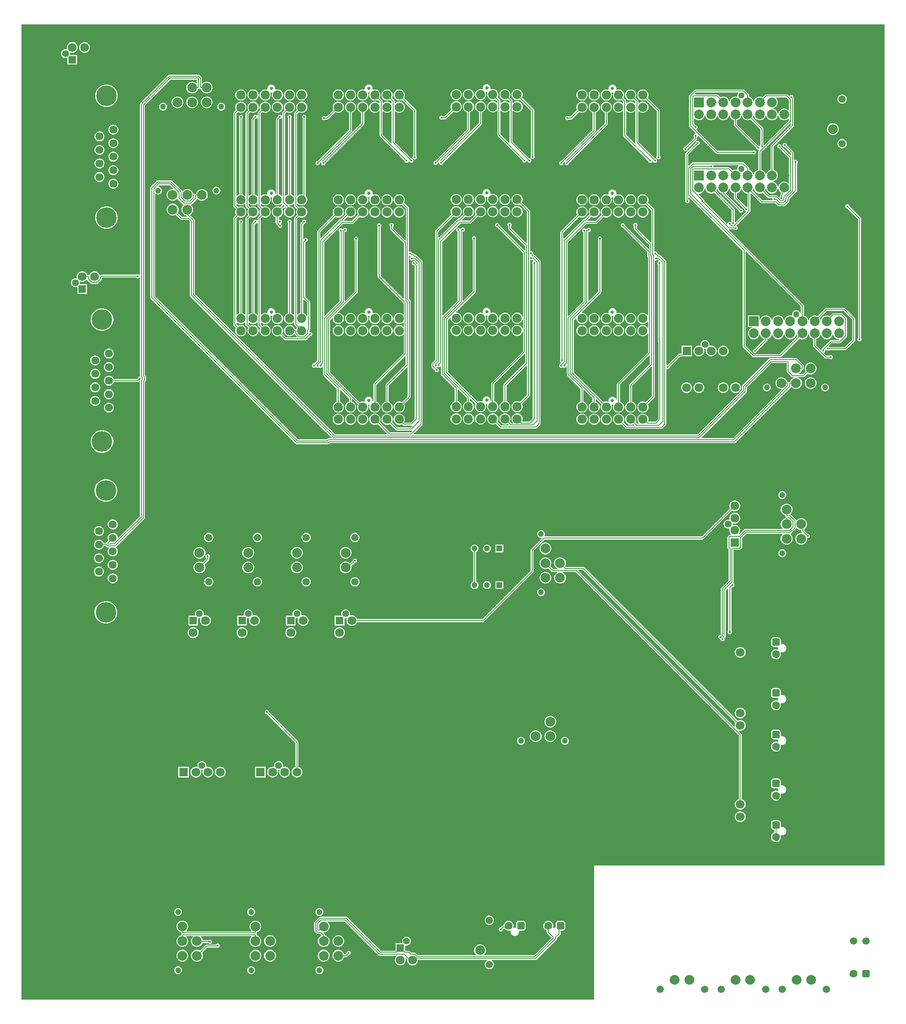
<source format=gbr>
G04*
G04 #@! TF.GenerationSoftware,Altium Limited,Altium Designer,24.1.2 (44)*
G04*
G04 Layer_Physical_Order=2*
G04 Layer_Color=16711680*
%FSLAX44Y44*%
%MOMM*%
G71*
G04*
G04 #@! TF.SameCoordinates,70DEF323-38D4-4C79-B4EE-BD2FB1141571*
G04*
G04*
G04 #@! TF.FilePolarity,Positive*
G04*
G01*
G75*
%ADD11C,0.2000*%
%ADD37C,1.5000*%
%ADD38C,1.6000*%
G04:AMPARAMS|DCode=39|XSize=1.6mm|YSize=1.6mm|CornerRadius=0.4mm|HoleSize=0mm|Usage=FLASHONLY|Rotation=270.000|XOffset=0mm|YOffset=0mm|HoleType=Round|Shape=RoundedRectangle|*
%AMROUNDEDRECTD39*
21,1,1.6000,0.8000,0,0,270.0*
21,1,0.8000,1.6000,0,0,270.0*
1,1,0.8000,-0.4000,-0.4000*
1,1,0.8000,-0.4000,0.4000*
1,1,0.8000,0.4000,0.4000*
1,1,0.8000,0.4000,-0.4000*
%
%ADD39ROUNDEDRECTD39*%
%ADD40C,1.3000*%
%ADD41C,2.0000*%
%ADD42R,2.0000X2.0000*%
G04:AMPARAMS|DCode=43|XSize=1.6mm|YSize=1.6mm|CornerRadius=0.4mm|HoleSize=0mm|Usage=FLASHONLY|Rotation=180.000|XOffset=0mm|YOffset=0mm|HoleType=Round|Shape=RoundedRectangle|*
%AMROUNDEDRECTD43*
21,1,1.6000,0.8000,0,0,180.0*
21,1,0.8000,1.6000,0,0,180.0*
1,1,0.8000,-0.4000,0.4000*
1,1,0.8000,0.4000,0.4000*
1,1,0.8000,0.4000,-0.4000*
1,1,0.8000,-0.4000,-0.4000*
%
%ADD43ROUNDEDRECTD43*%
%ADD44C,1.8750*%
%ADD45C,0.6750*%
%ADD46C,1.2000*%
G04:AMPARAMS|DCode=47|XSize=2mm|YSize=2mm|CornerRadius=0.5mm|HoleSize=0mm|Usage=FLASHONLY|Rotation=180.000|XOffset=0mm|YOffset=0mm|HoleType=Round|Shape=RoundedRectangle|*
%AMROUNDEDRECTD47*
21,1,2.0000,1.0000,0,0,180.0*
21,1,1.0000,2.0000,0,0,180.0*
1,1,1.0000,-0.5000,0.5000*
1,1,1.0000,0.5000,0.5000*
1,1,1.0000,0.5000,-0.5000*
1,1,1.0000,-0.5000,-0.5000*
%
%ADD47ROUNDEDRECTD47*%
%ADD48C,1.8000*%
%ADD49R,1.8000X1.8000*%
%ADD50C,1.4000*%
G04:AMPARAMS|DCode=51|XSize=2mm|YSize=2mm|CornerRadius=0.5mm|HoleSize=0mm|Usage=FLASHONLY|Rotation=270.000|XOffset=0mm|YOffset=0mm|HoleType=Round|Shape=RoundedRectangle|*
%AMROUNDEDRECTD51*
21,1,2.0000,1.0000,0,0,270.0*
21,1,1.0000,2.0000,0,0,270.0*
1,1,1.0000,-0.5000,-0.5000*
1,1,1.0000,-0.5000,0.5000*
1,1,1.0000,0.5000,0.5000*
1,1,1.0000,0.5000,-0.5000*
%
%ADD51ROUNDEDRECTD51*%
%ADD52R,1.8000X1.8000*%
%ADD53R,1.6000X1.6000*%
%ADD54R,1.6000X1.6000*%
%ADD55R,1.2000X1.2000*%
%ADD56C,1.6350*%
%ADD57C,4.2160*%
%ADD58C,0.4500*%
%ADD59C,1.0000*%
G36*
X1771000Y275250D02*
X1174500D01*
Y0D01*
X0D01*
Y1999750D01*
X1771000D01*
Y275250D01*
D02*
G37*
%LPC*%
G36*
X105418Y1963700D02*
X102522D01*
X99724Y1962950D01*
X97216Y1961502D01*
X95168Y1959454D01*
X93720Y1956946D01*
X92970Y1954148D01*
Y1951252D01*
X93379Y1949727D01*
X92342Y1948690D01*
X91185Y1949000D01*
X88815D01*
X86526Y1948387D01*
X84474Y1947202D01*
X82798Y1945526D01*
X81613Y1943474D01*
X81000Y1941185D01*
Y1938815D01*
X81613Y1936526D01*
X82798Y1934474D01*
X84474Y1932798D01*
X86526Y1931613D01*
X88815Y1931000D01*
X91185D01*
X92700Y1931406D01*
X93970Y1930515D01*
Y1917300D01*
X113970D01*
Y1937300D01*
X99637D01*
X98864Y1938308D01*
X99000Y1938815D01*
Y1941185D01*
X98885Y1941615D01*
X99995Y1942377D01*
X102522Y1941700D01*
X105418D01*
X108216Y1942450D01*
X110724Y1943898D01*
X112772Y1945946D01*
X114220Y1948454D01*
X114970Y1951252D01*
Y1954148D01*
X114220Y1956946D01*
X112772Y1959454D01*
X110724Y1961502D01*
X108216Y1962950D01*
X105418Y1963700D01*
D02*
G37*
G36*
X130418Y1963300D02*
X127522D01*
X124724Y1962550D01*
X122216Y1961102D01*
X120168Y1959054D01*
X118720Y1956546D01*
X117970Y1953748D01*
Y1950852D01*
X118720Y1948054D01*
X120168Y1945546D01*
X122216Y1943498D01*
X124724Y1942050D01*
X127522Y1941300D01*
X130418D01*
X133216Y1942050D01*
X135724Y1943498D01*
X137772Y1945546D01*
X139220Y1948054D01*
X139970Y1950852D01*
Y1953748D01*
X139220Y1956546D01*
X137772Y1959054D01*
X135724Y1961102D01*
X133216Y1962550D01*
X130418Y1963300D01*
D02*
G37*
G36*
X363485Y1896559D02*
X363485Y1896559D01*
X303093D01*
X303093Y1896559D01*
X301923Y1896326D01*
X300930Y1895663D01*
X300930Y1895663D01*
X243859Y1838591D01*
X243196Y1837599D01*
X242963Y1836429D01*
X242963Y1836429D01*
Y1486300D01*
X241814Y1486020D01*
X241693Y1486017D01*
X240519Y1487191D01*
X238957Y1487838D01*
X237266D01*
X235704Y1487191D01*
X235160Y1486647D01*
X164078D01*
X164078Y1486647D01*
X162907Y1486414D01*
X161915Y1485751D01*
X161262Y1485098D01*
X160035Y1485427D01*
X159735Y1486546D01*
X158287Y1489054D01*
X156239Y1491102D01*
X153731Y1492550D01*
X150933Y1493300D01*
X148037D01*
X145239Y1492550D01*
X142731Y1491102D01*
X140683Y1489054D01*
X139235Y1486546D01*
X139235Y1486546D01*
X139234Y1486543D01*
X138656Y1485526D01*
X137485Y1485759D01*
X135053D01*
X134735Y1486946D01*
X133287Y1489454D01*
X131239Y1491502D01*
X128731Y1492950D01*
X125933Y1493700D01*
X123037D01*
X120239Y1492950D01*
X117731Y1491502D01*
X115683Y1489454D01*
X114235Y1486946D01*
X113485Y1484148D01*
Y1481252D01*
X113894Y1479727D01*
X112857Y1478690D01*
X111700Y1479000D01*
X109330D01*
X107041Y1478387D01*
X104989Y1477202D01*
X103313Y1475526D01*
X102128Y1473474D01*
X101515Y1471185D01*
Y1468815D01*
X102128Y1466526D01*
X103313Y1464474D01*
X104989Y1462798D01*
X107041Y1461613D01*
X109330Y1461000D01*
X111700D01*
X113215Y1461406D01*
X114485Y1460515D01*
Y1447300D01*
X134485D01*
Y1467300D01*
X120152D01*
X119379Y1468308D01*
X119515Y1468815D01*
Y1471185D01*
X119400Y1471615D01*
X120510Y1472377D01*
X123037Y1471700D01*
X125933D01*
X128731Y1472450D01*
X131239Y1473898D01*
X133287Y1475946D01*
X133376Y1476100D01*
X133989Y1476128D01*
X134776Y1475984D01*
X135322Y1475167D01*
X142352Y1468137D01*
X142352Y1468137D01*
X143344Y1467474D01*
X144514Y1467241D01*
X144515Y1467241D01*
X154455D01*
X154455Y1467241D01*
X155626Y1467474D01*
X156618Y1468137D01*
X163648Y1475166D01*
X163648Y1475167D01*
X164311Y1476159D01*
X164544Y1477330D01*
X164544Y1477330D01*
Y1479729D01*
X165345Y1480529D01*
X235160D01*
X235704Y1479985D01*
X237266Y1479338D01*
X238957D01*
X240519Y1479985D01*
X241693Y1481160D01*
X241814Y1481157D01*
X242963Y1480877D01*
Y1277837D01*
X242963Y1277837D01*
X242948Y1277819D01*
X242020D01*
X240457Y1277172D01*
X239262Y1275976D01*
X238615Y1274414D01*
Y1273645D01*
X237299Y1272329D01*
X189014D01*
X188782Y1273197D01*
X187442Y1275518D01*
X185548Y1277412D01*
X183227Y1278752D01*
X180640Y1279445D01*
X177960D01*
X175373Y1278752D01*
X173052Y1277412D01*
X171158Y1275518D01*
X169818Y1273197D01*
X169125Y1270610D01*
Y1267930D01*
X169818Y1265343D01*
X171158Y1263022D01*
X173052Y1261128D01*
X175373Y1259788D01*
X177960Y1259095D01*
X180640D01*
X183227Y1259788D01*
X185548Y1261128D01*
X187442Y1263022D01*
X188782Y1265343D01*
X189014Y1266211D01*
X238566D01*
X238566Y1266211D01*
X239737Y1266444D01*
X240729Y1267107D01*
X241693Y1268071D01*
X242963Y1267545D01*
Y991155D01*
X198498Y946690D01*
X197325Y947176D01*
Y948160D01*
X196632Y950747D01*
X195292Y953068D01*
X193398Y954962D01*
X191077Y956302D01*
X188490Y956995D01*
X185810D01*
X183223Y956302D01*
X180902Y954962D01*
X179008Y953068D01*
X177668Y950747D01*
X176975Y948160D01*
Y945480D01*
X177668Y942893D01*
X178118Y942114D01*
X175185Y939181D01*
X174522Y938188D01*
X174417Y937664D01*
X173758Y936784D01*
X173199Y936537D01*
X168328D01*
X168232Y936897D01*
X166892Y939218D01*
X164998Y941112D01*
X162677Y942452D01*
X160090Y943145D01*
X157410D01*
X154823Y942452D01*
X152502Y941112D01*
X150608Y939218D01*
X149268Y936897D01*
X148575Y934310D01*
Y931630D01*
X149268Y929043D01*
X150608Y926722D01*
X152502Y924828D01*
X154823Y923488D01*
X157410Y922795D01*
X160090D01*
X162677Y923488D01*
X164998Y924828D01*
X166892Y926722D01*
X168232Y929043D01*
X168601Y930419D01*
X172307D01*
X174699Y928027D01*
X174700Y928026D01*
X175692Y927363D01*
X176863Y927131D01*
X176863Y927131D01*
X179112D01*
X179598Y925957D01*
X179008Y925368D01*
X177668Y923047D01*
X176975Y920460D01*
Y917780D01*
X177668Y915193D01*
X179008Y912872D01*
X180902Y910978D01*
X183223Y909638D01*
X185810Y908945D01*
X188490D01*
X191077Y909638D01*
X193398Y910978D01*
X195292Y912872D01*
X196632Y915193D01*
X197325Y917780D01*
Y920460D01*
X196632Y923047D01*
X195292Y925368D01*
X194132Y926527D01*
X194249Y928132D01*
X252185Y986068D01*
X252185Y986068D01*
X252848Y987060D01*
X253081Y988231D01*
Y1266377D01*
X254278Y1267574D01*
X254941Y1268567D01*
X255174Y1269737D01*
X255174Y1269737D01*
Y1277400D01*
X255174Y1277400D01*
X254941Y1278571D01*
X254278Y1279563D01*
X253081Y1280760D01*
Y1833505D01*
X306017Y1886441D01*
X359941D01*
Y1878825D01*
X358671Y1878299D01*
X357368Y1879602D01*
X354632Y1881182D01*
X351580Y1882000D01*
X348420D01*
X345368Y1881182D01*
X342632Y1879602D01*
X340398Y1877368D01*
X338818Y1874632D01*
X338000Y1871580D01*
Y1868420D01*
X338818Y1865368D01*
X340398Y1862632D01*
X342632Y1860398D01*
X345368Y1858818D01*
X348420Y1858000D01*
X351580D01*
X354632Y1858818D01*
X357368Y1860398D01*
X359602Y1862632D01*
X361182Y1865368D01*
X361604Y1866941D01*
X361828D01*
X361828Y1866941D01*
X362999Y1867174D01*
X363991Y1867837D01*
X365000Y1868846D01*
X366009Y1867837D01*
X366009Y1867837D01*
X367001Y1867174D01*
X368172Y1866941D01*
X368172Y1866941D01*
X368396D01*
X368818Y1865368D01*
X370398Y1862632D01*
X372632Y1860398D01*
X375368Y1858818D01*
X378420Y1858000D01*
X381580D01*
X384632Y1858818D01*
X387368Y1860398D01*
X389602Y1862632D01*
X391182Y1865368D01*
X392000Y1868420D01*
Y1871580D01*
X391182Y1874632D01*
X389602Y1877368D01*
X387368Y1879602D01*
X384632Y1881182D01*
X381580Y1882000D01*
X378420D01*
X375368Y1881182D01*
X372632Y1879602D01*
X371329Y1878299D01*
X370059Y1878825D01*
Y1889985D01*
X370059Y1889985D01*
X369826Y1891156D01*
X369163Y1892148D01*
X369163Y1892148D01*
X365648Y1895663D01*
X364656Y1896326D01*
X363485Y1896559D01*
D02*
G37*
G36*
X955553Y1877150D02*
X953447D01*
X951412Y1876605D01*
X949588Y1875552D01*
X948098Y1874062D01*
X947045Y1872238D01*
X946500Y1870203D01*
Y1868097D01*
X946633Y1867600D01*
X945596Y1866563D01*
X943497Y1867125D01*
X940502D01*
X937609Y1866350D01*
X935016Y1864852D01*
X932898Y1862734D01*
X931400Y1860141D01*
X930625Y1857247D01*
Y1854252D01*
X931400Y1851359D01*
X932898Y1848766D01*
X935016Y1846648D01*
X937609Y1845150D01*
X940502Y1844375D01*
X943497D01*
X946391Y1845150D01*
X948984Y1846648D01*
X951102Y1848766D01*
X952600Y1851359D01*
X953375Y1854252D01*
Y1857247D01*
X952622Y1860056D01*
X952962Y1860658D01*
X953358Y1861174D01*
X953447Y1861150D01*
X955553D01*
X955642Y1861174D01*
X956038Y1860658D01*
X956378Y1860056D01*
X955625Y1857247D01*
Y1854252D01*
X956400Y1851359D01*
X957898Y1848766D01*
X960016Y1846648D01*
X962609Y1845150D01*
X965502Y1844375D01*
X968497D01*
X971391Y1845150D01*
X972554Y1845822D01*
X976525Y1841852D01*
Y1839108D01*
X975255Y1838582D01*
X973984Y1839852D01*
X971391Y1841350D01*
X968497Y1842125D01*
X965502D01*
X962609Y1841350D01*
X960016Y1839852D01*
X957898Y1837734D01*
X956400Y1835141D01*
X955625Y1832247D01*
Y1829252D01*
X956400Y1826359D01*
X957898Y1823766D01*
X960016Y1821648D01*
X962609Y1820150D01*
X965502Y1819375D01*
X968497D01*
X971391Y1820150D01*
X973984Y1821648D01*
X975255Y1822918D01*
X976525Y1822392D01*
Y1773119D01*
X976525Y1773119D01*
X976758Y1771949D01*
X977421Y1770956D01*
X1027709Y1720668D01*
Y1719899D01*
X1028355Y1718337D01*
X1029551Y1717141D01*
X1031113Y1716494D01*
X1032804D01*
X1034366Y1717141D01*
X1035561Y1718337D01*
X1035957Y1719292D01*
X1037136Y1719936D01*
X1037478Y1719949D01*
X1037807Y1719660D01*
X1038355Y1718337D01*
X1039551Y1717141D01*
X1041113Y1716494D01*
X1042804D01*
X1044366Y1717141D01*
X1045561Y1718337D01*
X1046208Y1719899D01*
Y1721590D01*
X1045561Y1723152D01*
X1044366Y1724347D01*
X1042804Y1724994D01*
X1042034D01*
X1007642Y1759386D01*
Y1822225D01*
X1008912Y1822751D01*
X1010016Y1821648D01*
X1012609Y1820150D01*
X1015502Y1819375D01*
X1018497D01*
X1021391Y1820150D01*
X1023984Y1821648D01*
X1026102Y1823766D01*
X1027600Y1826359D01*
X1028375Y1829252D01*
Y1832247D01*
X1027600Y1835141D01*
X1026102Y1837734D01*
X1023984Y1839852D01*
X1021391Y1841350D01*
X1018497Y1842125D01*
X1015502D01*
X1012609Y1841350D01*
X1010016Y1839852D01*
X1008912Y1838749D01*
X1007642Y1839275D01*
Y1843119D01*
X1007642Y1843119D01*
X1007409Y1844290D01*
X1006746Y1845282D01*
X1006746Y1845282D01*
X1001893Y1850135D01*
X1002600Y1851359D01*
X1003375Y1854252D01*
Y1857247D01*
X1002600Y1860141D01*
X1001102Y1862734D01*
X998984Y1864852D01*
X996391Y1866350D01*
X993497Y1867125D01*
X990502D01*
X987609Y1866350D01*
X985016Y1864852D01*
X982898Y1862734D01*
X981400Y1860141D01*
X980625Y1857247D01*
Y1854252D01*
X981400Y1851359D01*
X982898Y1848766D01*
X985016Y1846648D01*
X987609Y1845150D01*
X990502Y1844375D01*
X993497D01*
X996391Y1845150D01*
X997554Y1845822D01*
X1001525Y1841852D01*
Y1839108D01*
X1000255Y1838582D01*
X998984Y1839852D01*
X996391Y1841350D01*
X993497Y1842125D01*
X990502D01*
X987609Y1841350D01*
X985016Y1839852D01*
X983912Y1838749D01*
X982642Y1839275D01*
Y1843119D01*
X982642Y1843119D01*
X982409Y1844290D01*
X981746Y1845282D01*
X981746Y1845282D01*
X976893Y1850135D01*
X977600Y1851359D01*
X978375Y1854252D01*
Y1857247D01*
X977600Y1860141D01*
X976102Y1862734D01*
X973984Y1864852D01*
X971391Y1866350D01*
X968497Y1867125D01*
X965502D01*
X963404Y1866563D01*
X962367Y1867600D01*
X962500Y1868097D01*
Y1870203D01*
X961955Y1872238D01*
X960902Y1874062D01*
X959412Y1875552D01*
X957588Y1876605D01*
X955553Y1877150D01*
D02*
G37*
G36*
X1481435Y1866364D02*
X1481435Y1866364D01*
X1383406D01*
X1383405Y1866364D01*
X1382235Y1866131D01*
X1381243Y1865468D01*
X1370837Y1855062D01*
X1370174Y1854070D01*
X1369941Y1852899D01*
X1369941Y1852899D01*
Y1791104D01*
X1369941Y1791104D01*
X1370174Y1789933D01*
X1370837Y1788941D01*
X1382967Y1776811D01*
X1382441Y1775541D01*
X1382364D01*
X1380802Y1774894D01*
X1379606Y1773698D01*
X1378959Y1772136D01*
Y1770445D01*
X1379606Y1768883D01*
X1379732Y1768758D01*
Y1766308D01*
X1362174Y1748750D01*
X1361405D01*
X1359843Y1748103D01*
X1358647Y1746907D01*
X1358000Y1745345D01*
Y1743655D01*
X1358647Y1742093D01*
X1359843Y1740897D01*
X1361405Y1740250D01*
X1363095D01*
X1364657Y1740897D01*
X1365853Y1742093D01*
X1366500Y1743655D01*
Y1744424D01*
X1384953Y1762878D01*
X1384954Y1762878D01*
X1385617Y1763870D01*
X1385849Y1765041D01*
X1385849Y1765041D01*
Y1767921D01*
X1386812Y1768883D01*
X1387459Y1770445D01*
Y1770522D01*
X1388729Y1771049D01*
X1424691Y1735087D01*
X1424691Y1735087D01*
X1425683Y1734424D01*
X1426854Y1734191D01*
X1500048D01*
X1500593Y1733647D01*
X1502155Y1733000D01*
X1503845D01*
X1505407Y1733647D01*
X1506603Y1734843D01*
X1507250Y1736405D01*
Y1738095D01*
X1506603Y1739657D01*
X1505407Y1740853D01*
X1503845Y1741500D01*
X1502155D01*
X1500593Y1740853D01*
X1500048Y1740309D01*
X1428121D01*
X1384758Y1783672D01*
X1385006Y1784917D01*
X1385296Y1785037D01*
X1386491Y1786233D01*
X1387138Y1787795D01*
Y1789485D01*
X1386491Y1791048D01*
X1385296Y1792243D01*
X1383733Y1792890D01*
X1382964D01*
X1380059Y1795795D01*
Y1806175D01*
X1381329Y1806701D01*
X1382632Y1805398D01*
X1385368Y1803818D01*
X1388420Y1803000D01*
X1391580D01*
X1394632Y1803818D01*
X1397368Y1805398D01*
X1399602Y1807632D01*
X1401182Y1810368D01*
X1401843Y1812833D01*
X1403157D01*
X1403818Y1810368D01*
X1405398Y1807632D01*
X1407632Y1805398D01*
X1410368Y1803818D01*
X1413420Y1803000D01*
X1416580D01*
X1419632Y1803818D01*
X1422368Y1805398D01*
X1424602Y1807632D01*
X1426182Y1810368D01*
X1426843Y1812833D01*
X1428157D01*
X1428818Y1810368D01*
X1430398Y1807632D01*
X1432632Y1805398D01*
X1435368Y1803818D01*
X1438420Y1803000D01*
X1441580D01*
X1444632Y1803818D01*
X1447368Y1805398D01*
X1449602Y1807632D01*
X1451182Y1810368D01*
X1451843Y1812833D01*
X1453157D01*
X1453818Y1810368D01*
X1455398Y1807632D01*
X1457632Y1805398D01*
X1460368Y1803818D01*
X1461941Y1803396D01*
Y1793500D01*
X1461941Y1793500D01*
X1462174Y1792330D01*
X1462837Y1791337D01*
X1507500Y1746674D01*
Y1745905D01*
X1508147Y1744343D01*
X1509343Y1743147D01*
X1510905Y1742500D01*
X1512595D01*
X1512860Y1742610D01*
X1513579Y1741533D01*
X1512837Y1740791D01*
X1512174Y1739798D01*
X1511941Y1738628D01*
X1511941Y1738628D01*
Y1701604D01*
X1510368Y1701182D01*
X1507632Y1699602D01*
X1505398Y1697368D01*
X1503818Y1694632D01*
X1503157Y1692167D01*
X1501843D01*
X1501182Y1694632D01*
X1499602Y1697368D01*
X1497368Y1699602D01*
X1494632Y1701182D01*
X1493059Y1701604D01*
Y1704740D01*
X1492826Y1705911D01*
X1492163Y1706903D01*
X1492163Y1706903D01*
X1482903Y1716163D01*
X1481911Y1716826D01*
X1480740Y1717059D01*
X1480740Y1717059D01*
X1378108D01*
X1378108Y1717059D01*
X1376937Y1716826D01*
X1375945Y1716163D01*
X1369232Y1709450D01*
X1368059Y1709936D01*
Y1732983D01*
X1387326Y1752250D01*
X1388095D01*
X1389657Y1752897D01*
X1390853Y1754093D01*
X1391500Y1755655D01*
Y1757345D01*
X1390853Y1758907D01*
X1389657Y1760103D01*
X1388095Y1760750D01*
X1386405D01*
X1384843Y1760103D01*
X1383647Y1758907D01*
X1383000Y1757345D01*
Y1756576D01*
X1362837Y1736413D01*
X1362174Y1735421D01*
X1361941Y1734250D01*
X1361941Y1734250D01*
Y1639677D01*
X1361941Y1639677D01*
X1362174Y1638506D01*
X1362262Y1638374D01*
X1362250Y1638345D01*
Y1636655D01*
X1362897Y1635093D01*
X1364093Y1633897D01*
X1365655Y1633250D01*
X1367345D01*
X1368907Y1633897D01*
X1370103Y1635093D01*
X1370750Y1636655D01*
Y1638345D01*
X1370103Y1639907D01*
X1368907Y1641103D01*
X1368059Y1641454D01*
Y1644956D01*
X1369232Y1645442D01*
X1479691Y1534983D01*
Y1339750D01*
X1479691Y1339750D01*
X1479924Y1338580D01*
X1480587Y1337587D01*
X1499837Y1318337D01*
X1500829Y1317674D01*
X1502000Y1317441D01*
X1556805D01*
X1556805Y1317441D01*
X1557975Y1317674D01*
X1558968Y1318337D01*
X1596458Y1355827D01*
X1597868Y1355013D01*
X1600920Y1354195D01*
X1604080D01*
X1607132Y1355013D01*
X1609868Y1356593D01*
X1612102Y1358827D01*
X1613682Y1361563D01*
X1614343Y1364028D01*
X1615657D01*
X1616318Y1361563D01*
X1617898Y1358827D01*
X1620132Y1356593D01*
X1622868Y1355013D01*
X1624441Y1354591D01*
Y1340576D01*
X1624441Y1340575D01*
X1624674Y1339405D01*
X1625337Y1338412D01*
X1648163Y1315587D01*
X1649155Y1314924D01*
X1650325Y1314691D01*
X1657548D01*
X1658093Y1314147D01*
X1659655Y1313500D01*
X1661345D01*
X1662907Y1314147D01*
X1664103Y1315343D01*
X1664750Y1316905D01*
Y1318595D01*
X1664103Y1320157D01*
X1662907Y1321353D01*
X1661345Y1322000D01*
X1659655D01*
X1658093Y1321353D01*
X1657548Y1320809D01*
X1651592D01*
X1646870Y1325531D01*
X1647118Y1326777D01*
X1647407Y1326897D01*
X1648603Y1328093D01*
X1649250Y1329655D01*
Y1331345D01*
X1649024Y1331891D01*
X1649383Y1332326D01*
X1649692Y1332391D01*
X1650949Y1332290D01*
X1651843Y1331397D01*
X1653405Y1330750D01*
X1655095D01*
X1656657Y1331397D01*
X1657202Y1331941D01*
X1690250D01*
X1690250Y1331941D01*
X1691420Y1332174D01*
X1692413Y1332837D01*
X1709913Y1350337D01*
X1709913Y1350337D01*
X1710576Y1351329D01*
X1710809Y1352500D01*
X1710809Y1352500D01*
Y1395500D01*
X1710576Y1396671D01*
X1709913Y1397663D01*
X1690163Y1417413D01*
X1689171Y1418076D01*
X1688000Y1418309D01*
X1688000Y1418309D01*
X1651555D01*
X1650385Y1418076D01*
X1649392Y1417413D01*
X1633542Y1401563D01*
X1632132Y1402377D01*
X1629080Y1403195D01*
X1625920D01*
X1622868Y1402377D01*
X1620132Y1400797D01*
X1617898Y1398563D01*
X1616318Y1395827D01*
X1615657Y1393362D01*
X1614343D01*
X1613682Y1395827D01*
X1612102Y1398563D01*
X1609868Y1400797D01*
X1607132Y1402377D01*
X1605559Y1402799D01*
Y1422750D01*
X1605559Y1422750D01*
X1605326Y1423920D01*
X1604663Y1424913D01*
X1451343Y1578233D01*
X1451648Y1579081D01*
X1451931Y1579441D01*
X1462537D01*
X1463081Y1578897D01*
X1464643Y1578250D01*
X1466334D01*
X1467896Y1578897D01*
X1469091Y1580093D01*
X1469738Y1581655D01*
Y1583345D01*
X1469091Y1584907D01*
X1467896Y1586103D01*
X1467654Y1586203D01*
X1467406Y1587449D01*
X1494915Y1614958D01*
X1494915Y1614958D01*
X1495578Y1615950D01*
X1495811Y1617121D01*
X1495811Y1617121D01*
Y1653067D01*
X1497081Y1653593D01*
X1516837Y1633837D01*
X1516837Y1633837D01*
X1517829Y1633174D01*
X1519000Y1632941D01*
X1546745D01*
X1551849Y1627837D01*
X1551849Y1627837D01*
X1552841Y1627174D01*
X1554012Y1626941D01*
X1554012Y1626941D01*
X1564988D01*
X1564988Y1626941D01*
X1566159Y1627174D01*
X1567151Y1627837D01*
X1574913Y1635599D01*
X1574913Y1635599D01*
X1575576Y1636591D01*
X1575809Y1637762D01*
X1575809Y1637762D01*
Y1641785D01*
X1590663Y1656639D01*
X1591326Y1657631D01*
X1591559Y1658802D01*
Y1714548D01*
X1592103Y1715093D01*
X1592750Y1716655D01*
Y1718345D01*
X1592103Y1719907D01*
X1590907Y1721103D01*
X1589345Y1721750D01*
X1587655D01*
X1586329Y1721201D01*
X1585059Y1721729D01*
Y1736250D01*
X1585059Y1736250D01*
X1584826Y1737421D01*
X1584163Y1738413D01*
X1570250Y1752326D01*
Y1753095D01*
X1569603Y1754657D01*
X1568407Y1755853D01*
X1566845Y1756500D01*
X1565155D01*
X1563593Y1755853D01*
X1562397Y1754657D01*
X1561750Y1753095D01*
Y1751405D01*
X1562397Y1749843D01*
X1563593Y1748647D01*
X1565155Y1748000D01*
X1565924D01*
X1578941Y1734983D01*
Y1732044D01*
X1577768Y1731558D01*
X1559250Y1750076D01*
Y1750845D01*
X1558603Y1752407D01*
X1557407Y1753603D01*
X1555845Y1754250D01*
X1554155D01*
X1552593Y1753603D01*
X1551397Y1752407D01*
X1550750Y1750845D01*
Y1749155D01*
X1551397Y1747593D01*
X1552593Y1746397D01*
X1554155Y1745750D01*
X1554924D01*
X1574941Y1725733D01*
Y1673825D01*
X1573671Y1673299D01*
X1572368Y1674602D01*
X1569632Y1676182D01*
X1566580Y1677000D01*
X1563420D01*
X1560368Y1676182D01*
X1557632Y1674602D01*
X1555398Y1672368D01*
X1553818Y1669632D01*
X1553157Y1667167D01*
X1551843D01*
X1551182Y1669632D01*
X1549602Y1672368D01*
X1547368Y1674602D01*
X1544632Y1676182D01*
X1542167Y1676843D01*
Y1678157D01*
X1544632Y1678818D01*
X1547368Y1680398D01*
X1549602Y1682632D01*
X1551182Y1685368D01*
X1552000Y1688420D01*
Y1691580D01*
X1551182Y1694632D01*
X1549602Y1697368D01*
X1547368Y1699602D01*
X1544632Y1701182D01*
X1543059Y1701604D01*
Y1748689D01*
X1584163Y1789793D01*
X1584826Y1790786D01*
X1585059Y1791956D01*
X1585059Y1791956D01*
Y1848133D01*
X1585059Y1848133D01*
X1584826Y1849303D01*
X1584163Y1850296D01*
X1583905Y1850554D01*
Y1852000D01*
X1583258Y1853562D01*
X1582062Y1854758D01*
X1580500Y1855405D01*
X1578809D01*
X1577247Y1854758D01*
X1576052Y1853562D01*
X1575932Y1853272D01*
X1574686Y1853024D01*
X1572548Y1855163D01*
X1571555Y1855826D01*
X1570385Y1856059D01*
X1570385Y1856059D01*
X1528000D01*
X1526830Y1855826D01*
X1525837Y1855163D01*
X1521042Y1850368D01*
X1519632Y1851182D01*
X1516580Y1852000D01*
X1513420D01*
X1510368Y1851182D01*
X1507632Y1849602D01*
X1505398Y1847368D01*
X1503818Y1844632D01*
X1503157Y1842167D01*
X1501843D01*
X1501182Y1844632D01*
X1499602Y1847368D01*
X1497368Y1849602D01*
X1494632Y1851182D01*
X1493059Y1851604D01*
Y1854740D01*
X1493059Y1854740D01*
X1492826Y1855910D01*
X1492163Y1856903D01*
X1483598Y1865468D01*
X1482605Y1866131D01*
X1481435Y1866364D01*
D02*
G37*
G36*
X1213553Y1876400D02*
X1211447D01*
X1209412Y1875855D01*
X1207588Y1874802D01*
X1206098Y1873312D01*
X1205045Y1871488D01*
X1204500Y1869453D01*
Y1867347D01*
X1204633Y1866850D01*
X1203596Y1865813D01*
X1201497Y1866375D01*
X1198502D01*
X1195609Y1865600D01*
X1193016Y1864102D01*
X1190898Y1861984D01*
X1189400Y1859391D01*
X1188625Y1856498D01*
Y1853503D01*
X1189400Y1850609D01*
X1190898Y1848016D01*
X1193016Y1845898D01*
X1195609Y1844400D01*
X1198502Y1843625D01*
X1201497D01*
X1204390Y1844400D01*
X1206984Y1845898D01*
X1209102Y1848016D01*
X1210600Y1850609D01*
X1211375Y1853503D01*
Y1856498D01*
X1210622Y1859306D01*
X1210962Y1859908D01*
X1211358Y1860424D01*
X1211447Y1860400D01*
X1213553D01*
X1213642Y1860424D01*
X1214038Y1859908D01*
X1214378Y1859306D01*
X1213625Y1856498D01*
Y1853503D01*
X1214400Y1850609D01*
X1215898Y1848016D01*
X1218016Y1845898D01*
X1220609Y1844400D01*
X1223502Y1843625D01*
X1226497D01*
X1229390Y1844400D01*
X1230555Y1845072D01*
X1234525Y1841102D01*
Y1838358D01*
X1233255Y1837832D01*
X1231984Y1839102D01*
X1229390Y1840600D01*
X1226497Y1841375D01*
X1223502D01*
X1220609Y1840600D01*
X1218016Y1839102D01*
X1215898Y1836984D01*
X1214400Y1834391D01*
X1213625Y1831498D01*
Y1828503D01*
X1214400Y1825609D01*
X1215898Y1823016D01*
X1218016Y1820898D01*
X1220609Y1819400D01*
X1223502Y1818625D01*
X1226497D01*
X1229390Y1819400D01*
X1231984Y1820898D01*
X1233255Y1822168D01*
X1234525Y1821642D01*
Y1772369D01*
X1234525Y1772369D01*
X1234757Y1771199D01*
X1235421Y1770206D01*
X1285708Y1719918D01*
Y1719149D01*
X1286355Y1717587D01*
X1287551Y1716391D01*
X1289113Y1715744D01*
X1290804D01*
X1292366Y1716391D01*
X1293561Y1717587D01*
X1293957Y1718542D01*
X1295136Y1719186D01*
X1295478Y1719199D01*
X1295807Y1718910D01*
X1296355Y1717587D01*
X1297551Y1716391D01*
X1299113Y1715744D01*
X1300804D01*
X1302366Y1716391D01*
X1303561Y1717587D01*
X1304208Y1719149D01*
Y1720840D01*
X1303561Y1722401D01*
X1302366Y1723597D01*
X1300804Y1724244D01*
X1300034D01*
X1265642Y1758636D01*
Y1821475D01*
X1266912Y1822001D01*
X1268016Y1820898D01*
X1270609Y1819400D01*
X1273502Y1818625D01*
X1276497D01*
X1279390Y1819400D01*
X1281984Y1820898D01*
X1284102Y1823016D01*
X1285600Y1825609D01*
X1286375Y1828503D01*
Y1831498D01*
X1285600Y1834391D01*
X1284102Y1836984D01*
X1281984Y1839102D01*
X1279390Y1840600D01*
X1276497Y1841375D01*
X1273502D01*
X1270609Y1840600D01*
X1268016Y1839102D01*
X1266912Y1837999D01*
X1265642Y1838525D01*
Y1842369D01*
X1265642Y1842369D01*
X1265409Y1843540D01*
X1264746Y1844532D01*
X1264746Y1844532D01*
X1259893Y1849385D01*
X1260600Y1850609D01*
X1261375Y1853503D01*
Y1856498D01*
X1260600Y1859391D01*
X1259102Y1861984D01*
X1256984Y1864102D01*
X1254390Y1865600D01*
X1251497Y1866375D01*
X1248502D01*
X1245609Y1865600D01*
X1243016Y1864102D01*
X1240898Y1861984D01*
X1239400Y1859391D01*
X1238625Y1856498D01*
Y1853503D01*
X1239400Y1850609D01*
X1240898Y1848016D01*
X1243016Y1845898D01*
X1245609Y1844400D01*
X1248502Y1843625D01*
X1251497D01*
X1254390Y1844400D01*
X1255555Y1845072D01*
X1259525Y1841102D01*
Y1838358D01*
X1258255Y1837832D01*
X1256984Y1839102D01*
X1254390Y1840600D01*
X1251497Y1841375D01*
X1248502D01*
X1245609Y1840600D01*
X1243016Y1839102D01*
X1241912Y1837999D01*
X1240642Y1838525D01*
Y1842369D01*
X1240642Y1842369D01*
X1240409Y1843540D01*
X1239746Y1844532D01*
X1239746Y1844532D01*
X1234893Y1849385D01*
X1235600Y1850609D01*
X1236375Y1853503D01*
Y1856498D01*
X1235600Y1859391D01*
X1234102Y1861984D01*
X1231984Y1864102D01*
X1229390Y1865600D01*
X1226497Y1866375D01*
X1223502D01*
X1221404Y1865813D01*
X1220367Y1866850D01*
X1220500Y1867347D01*
Y1869453D01*
X1219955Y1871488D01*
X1218902Y1873312D01*
X1217412Y1874802D01*
X1215588Y1875855D01*
X1213553Y1876400D01*
D02*
G37*
G36*
X713553D02*
X711447D01*
X709412Y1875855D01*
X707588Y1874802D01*
X706098Y1873312D01*
X705045Y1871488D01*
X704500Y1869453D01*
Y1867347D01*
X704633Y1866850D01*
X703596Y1865813D01*
X701497Y1866375D01*
X698502D01*
X695609Y1865600D01*
X693016Y1864102D01*
X690898Y1861984D01*
X689400Y1859391D01*
X688625Y1856498D01*
Y1853503D01*
X689400Y1850609D01*
X690898Y1848016D01*
X693016Y1845898D01*
X695609Y1844400D01*
X698502Y1843625D01*
X701497D01*
X704390Y1844400D01*
X706984Y1845898D01*
X709102Y1848016D01*
X710600Y1850609D01*
X711375Y1853503D01*
Y1856498D01*
X710622Y1859306D01*
X710962Y1859908D01*
X711358Y1860424D01*
X711447Y1860400D01*
X713553D01*
X713642Y1860424D01*
X714038Y1859908D01*
X714378Y1859306D01*
X713625Y1856498D01*
Y1853503D01*
X714400Y1850609D01*
X715898Y1848016D01*
X718016Y1845898D01*
X720609Y1844400D01*
X723502Y1843625D01*
X726497D01*
X729390Y1844400D01*
X730585Y1845090D01*
X734566Y1841108D01*
Y1838316D01*
X733296Y1837790D01*
X731984Y1839102D01*
X729390Y1840600D01*
X726497Y1841375D01*
X723502D01*
X720609Y1840600D01*
X718016Y1839102D01*
X715898Y1836984D01*
X714400Y1834391D01*
X713625Y1831498D01*
Y1828503D01*
X714400Y1825609D01*
X715898Y1823016D01*
X718016Y1820898D01*
X720609Y1819400D01*
X723502Y1818625D01*
X726497D01*
X729390Y1819400D01*
X731984Y1820898D01*
X733296Y1822210D01*
X734566Y1821684D01*
Y1772375D01*
X734566Y1772375D01*
X734799Y1771205D01*
X735462Y1770212D01*
X785750Y1719924D01*
Y1719155D01*
X786397Y1717593D01*
X787593Y1716397D01*
X789155Y1715750D01*
X790845D01*
X792407Y1716397D01*
X793603Y1717593D01*
X793998Y1718548D01*
X795178Y1719191D01*
X795520Y1719205D01*
X795849Y1718916D01*
X796397Y1717593D01*
X797593Y1716397D01*
X799155Y1715750D01*
X800845D01*
X802407Y1716397D01*
X803603Y1717593D01*
X804250Y1719155D01*
Y1720845D01*
X803603Y1722407D01*
X802407Y1723603D01*
X800845Y1724250D01*
X800076D01*
X765684Y1758642D01*
Y1821434D01*
X766954Y1821960D01*
X768016Y1820898D01*
X770609Y1819400D01*
X773502Y1818625D01*
X776497D01*
X779390Y1819400D01*
X781984Y1820898D01*
X784102Y1823016D01*
X785600Y1825609D01*
X786375Y1828503D01*
Y1831498D01*
X785600Y1834391D01*
X784102Y1836984D01*
X781984Y1839102D01*
X779390Y1840600D01*
X776497Y1841375D01*
X773502D01*
X770609Y1840600D01*
X768016Y1839102D01*
X766954Y1838040D01*
X765684Y1838566D01*
Y1842375D01*
X765684Y1842375D01*
X765451Y1843546D01*
X764788Y1844538D01*
X764788Y1844538D01*
X759910Y1849415D01*
X760600Y1850609D01*
X761375Y1853503D01*
Y1856498D01*
X760600Y1859391D01*
X759102Y1861984D01*
X756984Y1864102D01*
X754390Y1865600D01*
X751497Y1866375D01*
X748502D01*
X745609Y1865600D01*
X743016Y1864102D01*
X740898Y1861984D01*
X739400Y1859391D01*
X738625Y1856498D01*
Y1853503D01*
X739400Y1850609D01*
X740898Y1848016D01*
X743016Y1845898D01*
X745609Y1844400D01*
X748502Y1843625D01*
X751497D01*
X754390Y1844400D01*
X755585Y1845090D01*
X759566Y1841108D01*
Y1838316D01*
X758296Y1837790D01*
X756984Y1839102D01*
X754390Y1840600D01*
X751497Y1841375D01*
X748502D01*
X745609Y1840600D01*
X743016Y1839102D01*
X741954Y1838040D01*
X740684Y1838566D01*
Y1842375D01*
X740684Y1842375D01*
X740451Y1843546D01*
X739788Y1844538D01*
X739788Y1844538D01*
X734910Y1849415D01*
X735600Y1850609D01*
X736375Y1853503D01*
Y1856498D01*
X735600Y1859391D01*
X734102Y1861984D01*
X731984Y1864102D01*
X729390Y1865600D01*
X726497Y1866375D01*
X723502D01*
X721404Y1865813D01*
X720367Y1866850D01*
X720500Y1867347D01*
Y1869453D01*
X719955Y1871488D01*
X718902Y1873312D01*
X717412Y1874802D01*
X715588Y1875855D01*
X713553Y1876400D01*
D02*
G37*
G36*
X513553D02*
X511447D01*
X509412Y1875855D01*
X507588Y1874802D01*
X506098Y1873312D01*
X505045Y1871488D01*
X504500Y1869453D01*
Y1867347D01*
X504633Y1866850D01*
X503596Y1865813D01*
X501497Y1866375D01*
X498502D01*
X495609Y1865600D01*
X493016Y1864102D01*
X490898Y1861984D01*
X489400Y1859391D01*
X488625Y1856498D01*
Y1853503D01*
X489400Y1850609D01*
X490898Y1848016D01*
X493016Y1845898D01*
X495609Y1844400D01*
X498502Y1843625D01*
X501497D01*
X504390Y1844400D01*
X506984Y1845898D01*
X509102Y1848016D01*
X510600Y1850609D01*
X511375Y1853503D01*
Y1856498D01*
X510622Y1859306D01*
X510962Y1859908D01*
X511358Y1860424D01*
X511447Y1860400D01*
X513553D01*
X513642Y1860424D01*
X514038Y1859908D01*
X514378Y1859306D01*
X513625Y1856498D01*
Y1853503D01*
X514400Y1850609D01*
X515898Y1848016D01*
X518016Y1845898D01*
X520609Y1844400D01*
X523502Y1843625D01*
X526497D01*
X529390Y1844400D01*
X531984Y1845898D01*
X534102Y1848016D01*
X535600Y1850609D01*
X536375Y1853503D01*
Y1856498D01*
X535600Y1859391D01*
X534102Y1861984D01*
X531984Y1864102D01*
X529390Y1865600D01*
X526497Y1866375D01*
X523502D01*
X521404Y1865813D01*
X520367Y1866850D01*
X520500Y1867347D01*
Y1869453D01*
X519955Y1871488D01*
X518902Y1873312D01*
X517412Y1874802D01*
X515588Y1875855D01*
X513553Y1876400D01*
D02*
G37*
G36*
X918497Y1867125D02*
X915502D01*
X912609Y1866350D01*
X910016Y1864852D01*
X907898Y1862734D01*
X906400Y1860141D01*
X905625Y1857247D01*
Y1854252D01*
X906400Y1851359D01*
X907898Y1848766D01*
X910016Y1846648D01*
X912609Y1845150D01*
X915502Y1844375D01*
X918497D01*
X921391Y1845150D01*
X923984Y1846648D01*
X926102Y1848766D01*
X927600Y1851359D01*
X928375Y1854252D01*
Y1857247D01*
X927600Y1860141D01*
X926102Y1862734D01*
X923984Y1864852D01*
X921391Y1866350D01*
X918497Y1867125D01*
D02*
G37*
G36*
X893497D02*
X890502D01*
X887609Y1866350D01*
X885016Y1864852D01*
X882898Y1862734D01*
X881400Y1860141D01*
X880625Y1857247D01*
Y1854252D01*
X881400Y1851359D01*
X882898Y1848766D01*
X885016Y1846648D01*
X887609Y1845150D01*
X890502Y1844375D01*
X893497D01*
X896391Y1845150D01*
X898984Y1846648D01*
X901102Y1848766D01*
X902600Y1851359D01*
X903375Y1854252D01*
Y1857247D01*
X902600Y1860141D01*
X901102Y1862734D01*
X898984Y1864852D01*
X896391Y1866350D01*
X893497Y1867125D01*
D02*
G37*
G36*
X1176497Y1866375D02*
X1173502D01*
X1170609Y1865600D01*
X1168016Y1864102D01*
X1165898Y1861984D01*
X1164400Y1859391D01*
X1163625Y1856498D01*
Y1853503D01*
X1164400Y1850609D01*
X1165898Y1848016D01*
X1168016Y1845898D01*
X1170609Y1844400D01*
X1173502Y1843625D01*
X1176497D01*
X1179390Y1844400D01*
X1181984Y1845898D01*
X1184102Y1848016D01*
X1185600Y1850609D01*
X1186375Y1853503D01*
Y1856498D01*
X1185600Y1859391D01*
X1184102Y1861984D01*
X1181984Y1864102D01*
X1179390Y1865600D01*
X1176497Y1866375D01*
D02*
G37*
G36*
X1151497D02*
X1148502D01*
X1145609Y1865600D01*
X1143016Y1864102D01*
X1140898Y1861984D01*
X1139400Y1859391D01*
X1138625Y1856498D01*
Y1853503D01*
X1139400Y1850609D01*
X1140898Y1848016D01*
X1143016Y1845898D01*
X1145609Y1844400D01*
X1148502Y1843625D01*
X1151497D01*
X1154390Y1844400D01*
X1156984Y1845898D01*
X1159102Y1848016D01*
X1160600Y1850609D01*
X1161375Y1853503D01*
Y1856498D01*
X1160600Y1859391D01*
X1159102Y1861984D01*
X1156984Y1864102D01*
X1154390Y1865600D01*
X1151497Y1866375D01*
D02*
G37*
G36*
X676497D02*
X673502D01*
X670609Y1865600D01*
X668016Y1864102D01*
X665898Y1861984D01*
X664400Y1859391D01*
X663625Y1856498D01*
Y1853503D01*
X664400Y1850609D01*
X665898Y1848016D01*
X668016Y1845898D01*
X670609Y1844400D01*
X673502Y1843625D01*
X676497D01*
X679390Y1844400D01*
X681984Y1845898D01*
X684102Y1848016D01*
X685600Y1850609D01*
X686375Y1853503D01*
Y1856498D01*
X685600Y1859391D01*
X684102Y1861984D01*
X681984Y1864102D01*
X679390Y1865600D01*
X676497Y1866375D01*
D02*
G37*
G36*
X651497D02*
X648502D01*
X645609Y1865600D01*
X643016Y1864102D01*
X640898Y1861984D01*
X639400Y1859391D01*
X638625Y1856498D01*
Y1853503D01*
X639400Y1850609D01*
X640898Y1848016D01*
X643016Y1845898D01*
X645609Y1844400D01*
X648502Y1843625D01*
X651497D01*
X654390Y1844400D01*
X656984Y1845898D01*
X659102Y1848016D01*
X660600Y1850609D01*
X661375Y1853503D01*
Y1856498D01*
X660600Y1859391D01*
X659102Y1861984D01*
X656984Y1864102D01*
X654390Y1865600D01*
X651497Y1866375D01*
D02*
G37*
G36*
X576497D02*
X573502D01*
X570609Y1865600D01*
X568016Y1864102D01*
X565898Y1861984D01*
X564400Y1859391D01*
X563625Y1856498D01*
Y1853503D01*
X564400Y1850609D01*
X565898Y1848016D01*
X568016Y1845898D01*
X570609Y1844400D01*
X573502Y1843625D01*
X576497D01*
X579390Y1844400D01*
X581984Y1845898D01*
X584102Y1848016D01*
X585600Y1850609D01*
X586375Y1853503D01*
Y1856498D01*
X585600Y1859391D01*
X584102Y1861984D01*
X581984Y1864102D01*
X579390Y1865600D01*
X576497Y1866375D01*
D02*
G37*
G36*
X551497D02*
X548502D01*
X545609Y1865600D01*
X543016Y1864102D01*
X540898Y1861984D01*
X539400Y1859391D01*
X538625Y1856498D01*
Y1853503D01*
X539400Y1850609D01*
X540898Y1848016D01*
X543016Y1845898D01*
X545609Y1844400D01*
X548502Y1843625D01*
X551497D01*
X554390Y1844400D01*
X556984Y1845898D01*
X559102Y1848016D01*
X560600Y1850609D01*
X561375Y1853503D01*
Y1856498D01*
X560600Y1859391D01*
X559102Y1861984D01*
X556984Y1864102D01*
X554390Y1865600D01*
X551497Y1866375D01*
D02*
G37*
G36*
X476497D02*
X473502D01*
X470609Y1865600D01*
X468016Y1864102D01*
X465898Y1861984D01*
X464400Y1859391D01*
X463625Y1856498D01*
Y1853503D01*
X464400Y1850609D01*
X465898Y1848016D01*
X468016Y1845898D01*
X470609Y1844400D01*
X473502Y1843625D01*
X476497D01*
X479390Y1844400D01*
X481984Y1845898D01*
X484102Y1848016D01*
X485600Y1850609D01*
X486375Y1853503D01*
Y1856498D01*
X485600Y1859391D01*
X484102Y1861984D01*
X481984Y1864102D01*
X479390Y1865600D01*
X476497Y1866375D01*
D02*
G37*
G36*
X451497D02*
X448502D01*
X445609Y1865600D01*
X443016Y1864102D01*
X440898Y1861984D01*
X439400Y1859391D01*
X438625Y1856498D01*
Y1853503D01*
X439400Y1850609D01*
X440898Y1848016D01*
X443016Y1845898D01*
X445609Y1844400D01*
X448502Y1843625D01*
X451497D01*
X454390Y1844400D01*
X456984Y1845898D01*
X459102Y1848016D01*
X460600Y1850609D01*
X461375Y1853503D01*
Y1856498D01*
X460600Y1859391D01*
X459102Y1861984D01*
X456984Y1864102D01*
X454390Y1865600D01*
X451497Y1866375D01*
D02*
G37*
G36*
X1685251Y1856000D02*
X1682749D01*
X1680333Y1855353D01*
X1678167Y1854102D01*
X1676398Y1852333D01*
X1675148Y1850167D01*
X1674500Y1847751D01*
Y1845249D01*
X1675148Y1842833D01*
X1676398Y1840667D01*
X1678167Y1838898D01*
X1680333Y1837648D01*
X1682749Y1837000D01*
X1685251D01*
X1687667Y1837648D01*
X1689833Y1838898D01*
X1691602Y1840667D01*
X1692853Y1842833D01*
X1693500Y1845249D01*
Y1847751D01*
X1692853Y1850167D01*
X1691602Y1852333D01*
X1689833Y1854102D01*
X1687667Y1855353D01*
X1685251Y1856000D01*
D02*
G37*
G36*
X176473Y1876530D02*
X171927D01*
X167468Y1875643D01*
X163267Y1873903D01*
X159487Y1871377D01*
X156273Y1868163D01*
X153747Y1864382D01*
X152007Y1860182D01*
X151120Y1855723D01*
Y1851177D01*
X152007Y1846718D01*
X153747Y1842518D01*
X156273Y1838737D01*
X159487Y1835523D01*
X163267Y1832997D01*
X167468Y1831257D01*
X171927Y1830370D01*
X176473D01*
X180932Y1831257D01*
X185133Y1832997D01*
X188913Y1835523D01*
X192127Y1838737D01*
X194653Y1842518D01*
X196393Y1846718D01*
X197280Y1851177D01*
Y1855723D01*
X196393Y1860182D01*
X194653Y1864382D01*
X192127Y1868163D01*
X188913Y1871377D01*
X185133Y1873903D01*
X180932Y1875643D01*
X176473Y1876530D01*
D02*
G37*
G36*
X381580Y1852000D02*
X378420D01*
X375368Y1851182D01*
X372632Y1849602D01*
X370398Y1847368D01*
X368818Y1844632D01*
X368000Y1841580D01*
Y1838420D01*
X368818Y1835368D01*
X370398Y1832632D01*
X372632Y1830398D01*
X375368Y1828818D01*
X378420Y1828000D01*
X381580D01*
X384632Y1828818D01*
X387368Y1830398D01*
X389602Y1832632D01*
X391182Y1835368D01*
X392000Y1838420D01*
Y1841580D01*
X391182Y1844632D01*
X389602Y1847368D01*
X387368Y1849602D01*
X384632Y1851182D01*
X381580Y1852000D01*
D02*
G37*
G36*
X351580D02*
X348420D01*
X345368Y1851182D01*
X342632Y1849602D01*
X340398Y1847368D01*
X338818Y1844632D01*
X338000Y1841580D01*
Y1838420D01*
X338818Y1835368D01*
X340398Y1832632D01*
X342632Y1830398D01*
X345368Y1828818D01*
X348420Y1828000D01*
X351580D01*
X354632Y1828818D01*
X357368Y1830398D01*
X359602Y1832632D01*
X361182Y1835368D01*
X362000Y1838420D01*
Y1841580D01*
X361182Y1844632D01*
X359602Y1847368D01*
X357368Y1849602D01*
X354632Y1851182D01*
X351580Y1852000D01*
D02*
G37*
G36*
X321580D02*
X318420D01*
X315368Y1851182D01*
X312632Y1849602D01*
X310398Y1847368D01*
X308818Y1844632D01*
X308000Y1841580D01*
Y1838420D01*
X308818Y1835368D01*
X310398Y1832632D01*
X312632Y1830398D01*
X315368Y1828818D01*
X318420Y1828000D01*
X321580D01*
X324632Y1828818D01*
X327368Y1830398D01*
X329602Y1832632D01*
X331182Y1835368D01*
X332000Y1838420D01*
Y1841580D01*
X331182Y1844632D01*
X329602Y1847368D01*
X327368Y1849602D01*
X324632Y1851182D01*
X321580Y1852000D01*
D02*
G37*
G36*
X410743Y1839110D02*
X408637D01*
X406602Y1838565D01*
X404778Y1837512D01*
X403288Y1836022D01*
X402235Y1834198D01*
X401690Y1832163D01*
Y1830057D01*
X402235Y1828022D01*
X403288Y1826198D01*
X404778Y1824708D01*
X406602Y1823655D01*
X408637Y1823110D01*
X410743D01*
X412778Y1823655D01*
X414602Y1824708D01*
X416092Y1826198D01*
X417145Y1828022D01*
X417690Y1830057D01*
Y1832163D01*
X417145Y1834198D01*
X416092Y1836022D01*
X414602Y1837512D01*
X412778Y1838565D01*
X410743Y1839110D01*
D02*
G37*
G36*
X291363D02*
X289257D01*
X287222Y1838565D01*
X285398Y1837512D01*
X283908Y1836022D01*
X282855Y1834198D01*
X282310Y1832163D01*
Y1830057D01*
X282855Y1828022D01*
X283908Y1826198D01*
X285398Y1824708D01*
X287222Y1823655D01*
X289257Y1823110D01*
X291363D01*
X293398Y1823655D01*
X295222Y1824708D01*
X296712Y1826198D01*
X297765Y1828022D01*
X298310Y1830057D01*
Y1832163D01*
X297765Y1834198D01*
X296712Y1836022D01*
X295222Y1837512D01*
X293398Y1838565D01*
X291363Y1839110D01*
D02*
G37*
G36*
X893497Y1842125D02*
X890502D01*
X887609Y1841350D01*
X885016Y1839852D01*
X882898Y1837734D01*
X881400Y1835141D01*
X880625Y1832247D01*
Y1829252D01*
X881400Y1826359D01*
X882076Y1825188D01*
X868191Y1811303D01*
X864910D01*
X864366Y1811847D01*
X862804Y1812494D01*
X861113D01*
X859551Y1811847D01*
X858355Y1810652D01*
X857709Y1809090D01*
Y1807399D01*
X858355Y1805837D01*
X859551Y1804641D01*
X861113Y1803994D01*
X862804D01*
X864366Y1804641D01*
X864910Y1805185D01*
X869458D01*
X869458Y1805185D01*
X870629Y1805418D01*
X871621Y1806081D01*
X886393Y1820853D01*
X887609Y1820150D01*
X890502Y1819375D01*
X893497D01*
X896391Y1820150D01*
X898984Y1821648D01*
X901102Y1823766D01*
X902600Y1826359D01*
X903375Y1829252D01*
Y1832247D01*
X902600Y1835141D01*
X901102Y1837734D01*
X898984Y1839852D01*
X896391Y1841350D01*
X893497Y1842125D01*
D02*
G37*
G36*
X1151497Y1841375D02*
X1148502D01*
X1145609Y1840600D01*
X1143016Y1839102D01*
X1140898Y1836984D01*
X1139400Y1834391D01*
X1138625Y1831498D01*
Y1828503D01*
X1139400Y1825609D01*
X1140077Y1824438D01*
X1126191Y1810553D01*
X1122910D01*
X1122366Y1811097D01*
X1120804Y1811744D01*
X1119113D01*
X1117551Y1811097D01*
X1116356Y1809901D01*
X1115708Y1808340D01*
Y1806649D01*
X1116356Y1805087D01*
X1117551Y1803891D01*
X1119113Y1803244D01*
X1120804D01*
X1122366Y1803891D01*
X1122910Y1804435D01*
X1127458D01*
X1127458Y1804435D01*
X1128629Y1804668D01*
X1129621Y1805331D01*
X1144393Y1820103D01*
X1145609Y1819400D01*
X1148502Y1818625D01*
X1151497D01*
X1154390Y1819400D01*
X1156984Y1820898D01*
X1159102Y1823016D01*
X1160600Y1825609D01*
X1161375Y1828503D01*
Y1831498D01*
X1160600Y1834391D01*
X1159102Y1836984D01*
X1156984Y1839102D01*
X1154390Y1840600D01*
X1151497Y1841375D01*
D02*
G37*
G36*
X651497D02*
X648502D01*
X645609Y1840600D01*
X643016Y1839102D01*
X640898Y1836984D01*
X639400Y1834391D01*
X638625Y1831498D01*
Y1828503D01*
X639400Y1825609D01*
X640090Y1824415D01*
X626233Y1810559D01*
X622952D01*
X622407Y1811103D01*
X620845Y1811750D01*
X619155D01*
X617593Y1811103D01*
X616397Y1809907D01*
X615750Y1808345D01*
Y1806655D01*
X616397Y1805093D01*
X617593Y1803897D01*
X619155Y1803250D01*
X620845D01*
X622407Y1803897D01*
X622952Y1804441D01*
X627500D01*
X627500Y1804441D01*
X628671Y1804674D01*
X629663Y1805337D01*
X644415Y1820090D01*
X645609Y1819400D01*
X648502Y1818625D01*
X651497D01*
X654390Y1819400D01*
X656984Y1820898D01*
X659102Y1823016D01*
X660600Y1825609D01*
X661375Y1828503D01*
Y1831498D01*
X660600Y1834391D01*
X659102Y1836984D01*
X656984Y1839102D01*
X654390Y1840600D01*
X651497Y1841375D01*
D02*
G37*
G36*
X576497D02*
X573502D01*
X570609Y1840600D01*
X568016Y1839102D01*
X565898Y1836984D01*
X564400Y1834391D01*
X563625Y1831498D01*
Y1828503D01*
X564400Y1825609D01*
X565090Y1824415D01*
X560462Y1819788D01*
X559799Y1818795D01*
X559566Y1817625D01*
X559566Y1817625D01*
Y1648316D01*
X558296Y1647790D01*
X556984Y1649102D01*
X554390Y1650600D01*
X553059Y1650957D01*
Y1807048D01*
X553603Y1807593D01*
X554250Y1809155D01*
Y1810845D01*
X553603Y1812407D01*
X552407Y1813603D01*
X550845Y1814250D01*
X549155D01*
X547593Y1813603D01*
X546397Y1812407D01*
X545750Y1810845D01*
Y1809155D01*
X546397Y1807593D01*
X546941Y1807048D01*
Y1650957D01*
X545609Y1650600D01*
X543016Y1649102D01*
X541954Y1648040D01*
X540684Y1648566D01*
Y1816358D01*
X544415Y1820090D01*
X545609Y1819400D01*
X548502Y1818625D01*
X551497D01*
X554390Y1819400D01*
X556984Y1820898D01*
X559102Y1823016D01*
X560600Y1825609D01*
X561375Y1828503D01*
Y1831498D01*
X560600Y1834391D01*
X559102Y1836984D01*
X556984Y1839102D01*
X554390Y1840600D01*
X551497Y1841375D01*
X548502D01*
X545609Y1840600D01*
X543016Y1839102D01*
X540898Y1836984D01*
X539400Y1834391D01*
X538625Y1831498D01*
Y1828503D01*
X539400Y1825609D01*
X540090Y1824415D01*
X535462Y1819788D01*
X534799Y1818795D01*
X534566Y1817625D01*
X534566Y1817625D01*
Y1813148D01*
X533296Y1812714D01*
X532407Y1813603D01*
X530845Y1814250D01*
X529155D01*
X527593Y1813603D01*
X526397Y1812407D01*
X525750Y1810845D01*
Y1810076D01*
X522837Y1807163D01*
X522174Y1806171D01*
X521941Y1805000D01*
X521941Y1805000D01*
Y1652071D01*
X521716Y1651978D01*
X521437Y1652063D01*
X520500Y1652849D01*
Y1654453D01*
X519955Y1656488D01*
X518902Y1658312D01*
X517412Y1659802D01*
X515588Y1660855D01*
X513553Y1661400D01*
X511447D01*
X509412Y1660855D01*
X507588Y1659802D01*
X506098Y1658312D01*
X505045Y1656488D01*
X504500Y1654453D01*
Y1652347D01*
X504633Y1651850D01*
X503596Y1650813D01*
X501497Y1651375D01*
X498502D01*
X495609Y1650600D01*
X493016Y1649102D01*
X491954Y1648040D01*
X490684Y1648566D01*
Y1816358D01*
X494415Y1820090D01*
X495609Y1819400D01*
X498502Y1818625D01*
X501497D01*
X504390Y1819400D01*
X506984Y1820898D01*
X509102Y1823016D01*
X510600Y1825609D01*
X511375Y1828503D01*
Y1831498D01*
X510600Y1834391D01*
X509102Y1836984D01*
X506984Y1839102D01*
X504390Y1840600D01*
X501497Y1841375D01*
X498502D01*
X495609Y1840600D01*
X493016Y1839102D01*
X490898Y1836984D01*
X489400Y1834391D01*
X488625Y1831498D01*
Y1828503D01*
X489400Y1825609D01*
X490090Y1824415D01*
X485462Y1819788D01*
X484799Y1818795D01*
X484566Y1817625D01*
X484566Y1817625D01*
Y1813148D01*
X483296Y1812714D01*
X482407Y1813603D01*
X480845Y1814250D01*
X479155D01*
X477593Y1813603D01*
X476397Y1812407D01*
X475750Y1810845D01*
Y1810076D01*
X472837Y1807163D01*
X472174Y1806171D01*
X471941Y1805000D01*
X471941Y1805000D01*
Y1650957D01*
X470609Y1650600D01*
X468016Y1649102D01*
X466954Y1648040D01*
X465684Y1648566D01*
Y1816358D01*
X469415Y1820090D01*
X470609Y1819400D01*
X473502Y1818625D01*
X476497D01*
X479390Y1819400D01*
X481984Y1820898D01*
X484102Y1823016D01*
X485600Y1825609D01*
X486375Y1828503D01*
Y1831498D01*
X485600Y1834391D01*
X484102Y1836984D01*
X481984Y1839102D01*
X479390Y1840600D01*
X476497Y1841375D01*
X473502D01*
X470609Y1840600D01*
X468016Y1839102D01*
X465898Y1836984D01*
X464400Y1834391D01*
X463625Y1831498D01*
Y1828503D01*
X464400Y1825609D01*
X465090Y1824415D01*
X460462Y1819788D01*
X459799Y1818795D01*
X459566Y1817625D01*
X459566Y1817625D01*
Y1648316D01*
X458296Y1647790D01*
X456984Y1649102D01*
X454390Y1650600D01*
X453059Y1650957D01*
Y1807048D01*
X453603Y1807593D01*
X454250Y1809155D01*
Y1810845D01*
X453603Y1812407D01*
X452407Y1813603D01*
X450845Y1814250D01*
X449155D01*
X447593Y1813603D01*
X446397Y1812407D01*
X445750Y1810845D01*
Y1809155D01*
X446397Y1807593D01*
X446941Y1807048D01*
Y1650957D01*
X445609Y1650600D01*
X443016Y1649102D01*
X441954Y1648040D01*
X440684Y1648566D01*
Y1816358D01*
X444415Y1820090D01*
X445609Y1819400D01*
X448502Y1818625D01*
X451497D01*
X454390Y1819400D01*
X456984Y1820898D01*
X459102Y1823016D01*
X460600Y1825609D01*
X461375Y1828503D01*
Y1831498D01*
X460600Y1834391D01*
X459102Y1836984D01*
X456984Y1839102D01*
X454390Y1840600D01*
X451497Y1841375D01*
X448502D01*
X445609Y1840600D01*
X443016Y1839102D01*
X440898Y1836984D01*
X439400Y1834391D01*
X438625Y1831498D01*
Y1828503D01*
X439400Y1825609D01*
X440090Y1824415D01*
X435462Y1819788D01*
X434799Y1818795D01*
X434566Y1817625D01*
X434566Y1817625D01*
Y1627375D01*
X434566Y1627375D01*
X434799Y1626205D01*
X435462Y1625212D01*
X440090Y1620585D01*
X439400Y1619391D01*
X438625Y1616497D01*
Y1613503D01*
X439400Y1610609D01*
X440090Y1609415D01*
X435462Y1604788D01*
X434799Y1603795D01*
X434566Y1602625D01*
X434566Y1602625D01*
Y1383975D01*
X434566Y1383975D01*
X434799Y1382805D01*
X435462Y1381812D01*
X440090Y1377185D01*
X439400Y1375991D01*
X438625Y1373098D01*
Y1370103D01*
X439400Y1367209D01*
X440898Y1364616D01*
X443016Y1362498D01*
X445609Y1361000D01*
X448503Y1360225D01*
X451497D01*
X454391Y1361000D01*
X456984Y1362498D01*
X459102Y1364616D01*
X460600Y1367209D01*
X461375Y1370103D01*
Y1373098D01*
X460600Y1375991D01*
X459102Y1378584D01*
X456984Y1380702D01*
X454391Y1382200D01*
X451497Y1382975D01*
X448503D01*
X445609Y1382200D01*
X444415Y1381510D01*
X440684Y1385242D01*
Y1388034D01*
X441954Y1388560D01*
X443016Y1387498D01*
X445609Y1386000D01*
X448503Y1385225D01*
X451497D01*
X454391Y1386000D01*
X456984Y1387498D01*
X458296Y1388810D01*
X459566Y1388284D01*
Y1383875D01*
X459566Y1383875D01*
X459799Y1382704D01*
X460462Y1381712D01*
X465053Y1377121D01*
X464400Y1375991D01*
X463625Y1373098D01*
Y1370103D01*
X464400Y1367209D01*
X465898Y1364616D01*
X468016Y1362498D01*
X470609Y1361000D01*
X473503Y1360225D01*
X476497D01*
X479391Y1361000D01*
X481984Y1362498D01*
X484102Y1364616D01*
X485600Y1367209D01*
X486375Y1370103D01*
Y1373098D01*
X485600Y1375991D01*
X484102Y1378584D01*
X481984Y1380702D01*
X479391Y1382200D01*
X476497Y1382975D01*
X473503D01*
X470609Y1382200D01*
X469352Y1381474D01*
X465684Y1385142D01*
Y1388034D01*
X466954Y1388560D01*
X468016Y1387498D01*
X470609Y1386000D01*
X473503Y1385225D01*
X476497D01*
X479391Y1386000D01*
X481984Y1387498D01*
X483296Y1388810D01*
X484566Y1388284D01*
Y1383125D01*
X484566Y1383125D01*
X484799Y1381954D01*
X485462Y1380962D01*
X489779Y1376646D01*
X489400Y1375991D01*
X488625Y1373098D01*
Y1370103D01*
X489400Y1367209D01*
X490898Y1364616D01*
X493016Y1362498D01*
X495609Y1361000D01*
X498503Y1360225D01*
X501497D01*
X504391Y1361000D01*
X506984Y1362498D01*
X509102Y1364616D01*
X510600Y1367209D01*
X511375Y1370103D01*
Y1373098D01*
X510600Y1375991D01*
X509102Y1378584D01*
X506984Y1380702D01*
X504391Y1382200D01*
X501497Y1382975D01*
X498503D01*
X495609Y1382200D01*
X493876Y1381199D01*
X490684Y1384392D01*
Y1388034D01*
X491954Y1388560D01*
X493016Y1387498D01*
X495609Y1386000D01*
X498503Y1385225D01*
X501497D01*
X504391Y1386000D01*
X506984Y1387498D01*
X509102Y1389616D01*
X510600Y1392209D01*
X511375Y1395103D01*
Y1398098D01*
X510622Y1400906D01*
X510962Y1401508D01*
X511358Y1402024D01*
X511447Y1402000D01*
X513553D01*
X513642Y1402024D01*
X514038Y1401508D01*
X514378Y1400906D01*
X513625Y1398098D01*
Y1395103D01*
X514400Y1392209D01*
X515898Y1389616D01*
X518016Y1387498D01*
X520609Y1386000D01*
X523503Y1385225D01*
X526497D01*
X529391Y1386000D01*
X531984Y1387498D01*
X534102Y1389616D01*
X535600Y1392209D01*
X536375Y1395103D01*
Y1398098D01*
X535600Y1400991D01*
X534102Y1403584D01*
X531984Y1405702D01*
X529391Y1407200D01*
X526497Y1407975D01*
X523503D01*
X521404Y1407413D01*
X520367Y1408450D01*
X520500Y1408947D01*
Y1411053D01*
X519955Y1413088D01*
X518902Y1414912D01*
X517412Y1416402D01*
X515588Y1417455D01*
X513553Y1418000D01*
X511447D01*
X509412Y1417455D01*
X507588Y1416402D01*
X506098Y1414912D01*
X505045Y1413088D01*
X504500Y1411053D01*
Y1408947D01*
X504633Y1408450D01*
X503596Y1407413D01*
X501497Y1407975D01*
X498503D01*
X495609Y1407200D01*
X493016Y1405702D01*
X491954Y1404640D01*
X490684Y1405166D01*
Y1601358D01*
X494415Y1605090D01*
X495609Y1604400D01*
X498502Y1603625D01*
X501497D01*
X504390Y1604400D01*
X506984Y1605898D01*
X509102Y1608016D01*
X510600Y1610609D01*
X511375Y1613503D01*
Y1616497D01*
X510600Y1619391D01*
X509102Y1621984D01*
X506984Y1624102D01*
X504390Y1625600D01*
X501497Y1626375D01*
X498502D01*
X495609Y1625600D01*
X494415Y1624910D01*
X490684Y1628642D01*
Y1631434D01*
X491954Y1631960D01*
X493016Y1630898D01*
X495609Y1629400D01*
X498502Y1628625D01*
X501497D01*
X504390Y1629400D01*
X506984Y1630898D01*
X509102Y1633016D01*
X510600Y1635609D01*
X511375Y1638503D01*
Y1641497D01*
X510622Y1644306D01*
X510962Y1644908D01*
X511358Y1645424D01*
X511447Y1645400D01*
X513553D01*
X513642Y1645424D01*
X514038Y1644908D01*
X514378Y1644306D01*
X513625Y1641497D01*
Y1638503D01*
X514400Y1635609D01*
X515898Y1633016D01*
X518016Y1630898D01*
X520609Y1629400D01*
X523502Y1628625D01*
X526497D01*
X529390Y1629400D01*
X531984Y1630898D01*
X533717Y1632630D01*
X535067Y1632592D01*
X535339Y1632215D01*
X535243Y1630878D01*
X534047Y1629683D01*
X533400Y1628121D01*
Y1627727D01*
X530584Y1624911D01*
X529390Y1625600D01*
X526497Y1626375D01*
X523502D01*
X520609Y1625600D01*
X518016Y1624102D01*
X515898Y1621984D01*
X514400Y1619391D01*
X513625Y1616497D01*
Y1613503D01*
X514400Y1610609D01*
X515898Y1608016D01*
X518016Y1605898D01*
X520609Y1604400D01*
X521691Y1604110D01*
Y1592500D01*
X521691Y1592500D01*
X521924Y1591329D01*
X522587Y1590337D01*
X526500Y1586424D01*
Y1585655D01*
X527147Y1584093D01*
X528343Y1582897D01*
X529905Y1582250D01*
X531595D01*
X533157Y1582897D01*
X534353Y1584093D01*
X535000Y1585655D01*
Y1587345D01*
X534353Y1588907D01*
X533157Y1590103D01*
X532880Y1590218D01*
X532739Y1590570D01*
X532684Y1591674D01*
X533603Y1592593D01*
X534250Y1594155D01*
Y1595845D01*
X533603Y1597407D01*
X532407Y1598603D01*
X530845Y1599250D01*
X529155D01*
X528865Y1599130D01*
X527809Y1599836D01*
Y1603976D01*
X529390Y1604400D01*
X531984Y1605898D01*
X534102Y1608016D01*
X535600Y1610609D01*
X536375Y1613503D01*
Y1616497D01*
X535600Y1619391D01*
X534910Y1620585D01*
X537350Y1623025D01*
X538495D01*
X540057Y1623672D01*
X541253Y1624868D01*
X542120Y1624579D01*
X542113Y1623199D01*
X540898Y1621984D01*
X539400Y1619391D01*
X538625Y1616497D01*
Y1613503D01*
X539400Y1610609D01*
X540898Y1608016D01*
X543016Y1605898D01*
X545609Y1604400D01*
X548502Y1603625D01*
X551497D01*
X554390Y1604400D01*
X556984Y1605898D01*
X559102Y1608016D01*
X560600Y1610609D01*
X561375Y1613503D01*
Y1616497D01*
X560600Y1619391D01*
X559102Y1621984D01*
X556984Y1624102D01*
X554390Y1625600D01*
X551497Y1626375D01*
X549961D01*
X549373Y1627501D01*
X549935Y1628625D01*
X551497D01*
X554390Y1629400D01*
X556984Y1630898D01*
X558296Y1632210D01*
X559566Y1631684D01*
Y1627375D01*
X559566Y1627375D01*
X559799Y1626205D01*
X560462Y1625212D01*
X565090Y1620585D01*
X564400Y1619391D01*
X563625Y1616497D01*
Y1613503D01*
X564400Y1610609D01*
X565090Y1609415D01*
X560462Y1604788D01*
X559799Y1603795D01*
X559566Y1602625D01*
X559566Y1602625D01*
Y1404917D01*
X558296Y1404390D01*
X556984Y1405702D01*
X554391Y1407200D01*
X553059Y1407557D01*
Y1592048D01*
X553603Y1592593D01*
X554250Y1594155D01*
Y1595845D01*
X553603Y1597407D01*
X552407Y1598603D01*
X550845Y1599250D01*
X549155D01*
X547593Y1598603D01*
X546397Y1597407D01*
X545750Y1595845D01*
Y1594155D01*
X546397Y1592593D01*
X546941Y1592048D01*
Y1407557D01*
X545609Y1407200D01*
X543016Y1405702D01*
X540898Y1403584D01*
X539400Y1400991D01*
X538625Y1398098D01*
Y1395103D01*
X539400Y1392209D01*
X540898Y1389616D01*
X543016Y1387498D01*
X545609Y1386000D01*
X548503Y1385225D01*
X551497D01*
X554391Y1386000D01*
X556984Y1387498D01*
X558296Y1388810D01*
X559566Y1388284D01*
Y1385375D01*
X559566Y1385375D01*
X559799Y1384205D01*
X560462Y1383212D01*
X565602Y1378072D01*
X564400Y1375991D01*
X564002Y1374504D01*
X563796Y1374426D01*
X562625Y1374659D01*
X560957D01*
X560600Y1375991D01*
X559102Y1378584D01*
X556984Y1380702D01*
X554391Y1382200D01*
X551497Y1382975D01*
X548503D01*
X545609Y1382200D01*
X543016Y1380702D01*
X540898Y1378584D01*
X539400Y1375991D01*
X538625Y1373098D01*
Y1370103D01*
X539400Y1367209D01*
X540898Y1364616D01*
X543016Y1362498D01*
X545609Y1361000D01*
X548503Y1360225D01*
X551497D01*
X554391Y1361000D01*
X556984Y1362498D01*
X558880Y1364393D01*
X559861Y1364473D01*
X560425Y1364367D01*
X560462Y1364311D01*
X565316Y1359457D01*
X564830Y1358284D01*
X542642D01*
X534910Y1366015D01*
X535600Y1367209D01*
X536375Y1370103D01*
Y1373098D01*
X535600Y1375991D01*
X534102Y1378584D01*
X531984Y1380702D01*
X529391Y1382200D01*
X526497Y1382975D01*
X523503D01*
X520609Y1382200D01*
X518016Y1380702D01*
X515898Y1378584D01*
X514400Y1375991D01*
X513625Y1373098D01*
Y1370103D01*
X514400Y1367209D01*
X515898Y1364616D01*
X518016Y1362498D01*
X520609Y1361000D01*
X523503Y1360225D01*
X526497D01*
X529391Y1361000D01*
X530585Y1361690D01*
X539212Y1353062D01*
X539212Y1353062D01*
X540205Y1352399D01*
X541375Y1352166D01*
X582975D01*
X582975Y1352166D01*
X584146Y1352399D01*
X585138Y1353062D01*
X592326Y1360250D01*
X593095D01*
X594657Y1360897D01*
X595853Y1362093D01*
X596500Y1363655D01*
Y1365345D01*
X595853Y1366907D01*
X594657Y1368103D01*
X593095Y1368750D01*
X591405D01*
X590434Y1369399D01*
Y1372108D01*
X591413Y1373087D01*
X592076Y1374079D01*
X592309Y1375250D01*
X592309Y1375250D01*
Y1430250D01*
X592076Y1431421D01*
X591413Y1432413D01*
X591413Y1432413D01*
X582059Y1441767D01*
Y1552265D01*
X583214Y1553420D01*
X583983D01*
X585545Y1554067D01*
X586741Y1555263D01*
X587388Y1556825D01*
Y1558516D01*
X586741Y1560078D01*
X585545Y1561273D01*
X583983Y1561920D01*
X582293D01*
X580731Y1561273D01*
X579535Y1560078D01*
X579329Y1559580D01*
X578059Y1559833D01*
Y1588733D01*
X580076Y1590750D01*
X580845D01*
X582407Y1591397D01*
X583603Y1592593D01*
X584250Y1594155D01*
Y1595845D01*
X583603Y1597407D01*
X582407Y1598603D01*
X580845Y1599250D01*
X579155D01*
X577593Y1598603D01*
X576397Y1597407D01*
X575750Y1595845D01*
Y1595076D01*
X572837Y1592163D01*
X572174Y1591171D01*
X571941Y1590000D01*
X571941Y1590000D01*
Y1407557D01*
X570609Y1407200D01*
X568016Y1405702D01*
X566954Y1404640D01*
X565684Y1405166D01*
Y1601358D01*
X569415Y1605090D01*
X570609Y1604400D01*
X573502Y1603625D01*
X576497D01*
X579390Y1604400D01*
X581984Y1605898D01*
X584102Y1608016D01*
X585600Y1610609D01*
X586375Y1613503D01*
Y1616497D01*
X585600Y1619391D01*
X584102Y1621984D01*
X581984Y1624102D01*
X579390Y1625600D01*
X576497Y1626375D01*
X573502D01*
X570609Y1625600D01*
X569415Y1624910D01*
X565684Y1628642D01*
Y1631434D01*
X566954Y1631960D01*
X568016Y1630898D01*
X570609Y1629400D01*
X573502Y1628625D01*
X576497D01*
X579390Y1629400D01*
X581984Y1630898D01*
X584102Y1633016D01*
X585600Y1635609D01*
X586375Y1638503D01*
Y1641497D01*
X585600Y1644391D01*
X584102Y1646984D01*
X583059Y1648028D01*
Y1807048D01*
X583603Y1807593D01*
X584250Y1809155D01*
Y1810845D01*
X583603Y1812407D01*
X582407Y1813603D01*
X580845Y1814250D01*
X579155D01*
X577593Y1813603D01*
X576397Y1812407D01*
X575750Y1810845D01*
Y1809155D01*
X576397Y1807593D01*
X576941Y1807048D01*
Y1651716D01*
X576497Y1651375D01*
X573502D01*
X570609Y1650600D01*
X568016Y1649102D01*
X566954Y1648040D01*
X565684Y1648566D01*
Y1816358D01*
X569415Y1820090D01*
X570609Y1819400D01*
X573502Y1818625D01*
X576497D01*
X579390Y1819400D01*
X581984Y1820898D01*
X584102Y1823016D01*
X585600Y1825609D01*
X586375Y1828503D01*
Y1831498D01*
X585600Y1834391D01*
X584102Y1836984D01*
X581984Y1839102D01*
X579390Y1840600D01*
X576497Y1841375D01*
D02*
G37*
G36*
X526497D02*
X523502D01*
X520609Y1840600D01*
X518016Y1839102D01*
X515898Y1836984D01*
X514400Y1834391D01*
X513625Y1831498D01*
Y1828503D01*
X514400Y1825609D01*
X515898Y1823016D01*
X518016Y1820898D01*
X520609Y1819400D01*
X523502Y1818625D01*
X526497D01*
X529390Y1819400D01*
X531984Y1820898D01*
X534102Y1823016D01*
X535600Y1825609D01*
X536375Y1828503D01*
Y1831498D01*
X535600Y1834391D01*
X534102Y1836984D01*
X531984Y1839102D01*
X529390Y1840600D01*
X526497Y1841375D01*
D02*
G37*
G36*
X189740Y1794025D02*
X187060D01*
X184473Y1793332D01*
X182152Y1791992D01*
X180258Y1790098D01*
X178918Y1787777D01*
X178225Y1785190D01*
Y1782510D01*
X178918Y1779923D01*
X180258Y1777602D01*
X182152Y1775708D01*
X184473Y1774368D01*
X187060Y1773675D01*
X189740D01*
X192327Y1774368D01*
X194648Y1775708D01*
X196542Y1777602D01*
X197882Y1779923D01*
X198575Y1782510D01*
Y1785190D01*
X197882Y1787777D01*
X196542Y1790098D01*
X194648Y1791992D01*
X192327Y1793332D01*
X189740Y1794025D01*
D02*
G37*
G36*
X1666580Y1797000D02*
X1663420D01*
X1660368Y1796182D01*
X1657632Y1794602D01*
X1655398Y1792368D01*
X1653818Y1789632D01*
X1653000Y1786580D01*
Y1783420D01*
X1653818Y1780368D01*
X1655398Y1777632D01*
X1657632Y1775398D01*
X1660368Y1773818D01*
X1663420Y1773000D01*
X1666580D01*
X1669632Y1773818D01*
X1672368Y1775398D01*
X1674602Y1777632D01*
X1676182Y1780368D01*
X1677000Y1783420D01*
Y1786580D01*
X1676182Y1789632D01*
X1674602Y1792368D01*
X1672368Y1794602D01*
X1669632Y1796182D01*
X1666580Y1797000D01*
D02*
G37*
G36*
X161340Y1780175D02*
X158660D01*
X156073Y1779482D01*
X153752Y1778142D01*
X151858Y1776248D01*
X150518Y1773927D01*
X149825Y1771340D01*
Y1768660D01*
X150518Y1766073D01*
X151858Y1763752D01*
X153752Y1761858D01*
X156073Y1760518D01*
X158660Y1759825D01*
X161340D01*
X163927Y1760518D01*
X166248Y1761858D01*
X168142Y1763752D01*
X169482Y1766073D01*
X170175Y1768660D01*
Y1771340D01*
X169482Y1773927D01*
X168142Y1776248D01*
X166248Y1778142D01*
X163927Y1779482D01*
X161340Y1780175D01*
D02*
G37*
G36*
X1685251Y1765000D02*
X1682749D01*
X1680333Y1764353D01*
X1678167Y1763102D01*
X1676398Y1761333D01*
X1675147Y1759167D01*
X1674500Y1756751D01*
Y1754249D01*
X1675147Y1751833D01*
X1676398Y1749667D01*
X1678167Y1747898D01*
X1680333Y1746647D01*
X1682749Y1746000D01*
X1685251D01*
X1687667Y1746647D01*
X1689833Y1747898D01*
X1691602Y1749667D01*
X1692852Y1751833D01*
X1693500Y1754249D01*
Y1756751D01*
X1692852Y1759167D01*
X1691602Y1761333D01*
X1689833Y1763102D01*
X1687667Y1764353D01*
X1685251Y1765000D01*
D02*
G37*
G36*
X189740Y1766325D02*
X187060D01*
X184473Y1765632D01*
X182152Y1764292D01*
X180258Y1762398D01*
X178918Y1760077D01*
X178225Y1757490D01*
Y1754810D01*
X178918Y1752223D01*
X180258Y1749902D01*
X182152Y1748008D01*
X184473Y1746668D01*
X187060Y1745975D01*
X189740D01*
X192327Y1746668D01*
X194648Y1748008D01*
X196542Y1749902D01*
X197882Y1752223D01*
X198575Y1754810D01*
Y1757490D01*
X197882Y1760077D01*
X196542Y1762398D01*
X194648Y1764292D01*
X192327Y1765632D01*
X189740Y1766325D01*
D02*
G37*
G36*
X161340Y1752475D02*
X158660D01*
X156073Y1751782D01*
X153752Y1750442D01*
X151858Y1748548D01*
X150518Y1746227D01*
X149825Y1743640D01*
Y1740960D01*
X150518Y1738373D01*
X151858Y1736052D01*
X153752Y1734158D01*
X156073Y1732818D01*
X158660Y1732125D01*
X161340D01*
X163927Y1732818D01*
X166248Y1734158D01*
X168142Y1736052D01*
X169482Y1738373D01*
X170175Y1740960D01*
Y1743640D01*
X169482Y1746227D01*
X168142Y1748548D01*
X166248Y1750442D01*
X163927Y1751782D01*
X161340Y1752475D01*
D02*
G37*
G36*
X1018497Y1867125D02*
X1015502D01*
X1012609Y1866350D01*
X1010016Y1864852D01*
X1007898Y1862734D01*
X1006400Y1860141D01*
X1005625Y1857247D01*
Y1854252D01*
X1006400Y1851359D01*
X1007898Y1848766D01*
X1010016Y1846648D01*
X1012609Y1845150D01*
X1015502Y1844375D01*
X1018497D01*
X1021391Y1845150D01*
X1022554Y1845822D01*
X1045670Y1822707D01*
Y1731033D01*
X1045126Y1730488D01*
X1044479Y1728926D01*
Y1727236D01*
X1045126Y1725674D01*
X1046321Y1724478D01*
X1047883Y1723831D01*
X1049574D01*
X1051136Y1724478D01*
X1052332Y1725674D01*
X1052979Y1727236D01*
Y1728926D01*
X1052332Y1730488D01*
X1051788Y1731033D01*
Y1823974D01*
X1051555Y1825144D01*
X1050892Y1826137D01*
X1026893Y1850135D01*
X1027600Y1851359D01*
X1028375Y1854252D01*
Y1857247D01*
X1027600Y1860141D01*
X1026102Y1862734D01*
X1023984Y1864852D01*
X1021391Y1866350D01*
X1018497Y1867125D01*
D02*
G37*
G36*
X776497Y1866375D02*
X773502D01*
X770609Y1865600D01*
X768016Y1864102D01*
X765898Y1861984D01*
X764400Y1859391D01*
X763625Y1856498D01*
Y1853503D01*
X764400Y1850609D01*
X765898Y1848016D01*
X768016Y1845898D01*
X770609Y1844400D01*
X773502Y1843625D01*
X776497D01*
X779390Y1844400D01*
X780585Y1845090D01*
X803712Y1821963D01*
Y1730289D01*
X803167Y1729744D01*
X802520Y1728182D01*
Y1726492D01*
X803167Y1724930D01*
X804363Y1723734D01*
X805925Y1723087D01*
X807616D01*
X809178Y1723734D01*
X810373Y1724930D01*
X811020Y1726492D01*
Y1728182D01*
X810373Y1729744D01*
X809829Y1730289D01*
Y1823230D01*
X809596Y1824400D01*
X808933Y1825392D01*
X784910Y1849415D01*
X785600Y1850609D01*
X786375Y1853503D01*
Y1856498D01*
X785600Y1859391D01*
X784102Y1861984D01*
X781984Y1864102D01*
X779390Y1865600D01*
X776497Y1866375D01*
D02*
G37*
G36*
X1276497D02*
X1273502D01*
X1270609Y1865600D01*
X1268016Y1864102D01*
X1265898Y1861984D01*
X1264400Y1859391D01*
X1263625Y1856498D01*
Y1853503D01*
X1264400Y1850609D01*
X1265898Y1848016D01*
X1268016Y1845898D01*
X1270609Y1844400D01*
X1273502Y1843625D01*
X1276497D01*
X1279390Y1844400D01*
X1280555Y1845072D01*
X1303670Y1821957D01*
Y1730283D01*
X1303126Y1729738D01*
X1302479Y1728177D01*
Y1726486D01*
X1303126Y1724924D01*
X1304321Y1723728D01*
X1305883Y1723081D01*
X1307574D01*
X1309136Y1723728D01*
X1310332Y1724924D01*
X1310979Y1726486D01*
Y1728177D01*
X1310332Y1729738D01*
X1309787Y1730283D01*
Y1823224D01*
X1309555Y1824394D01*
X1308892Y1825387D01*
X1284893Y1849385D01*
X1285600Y1850609D01*
X1286375Y1853503D01*
Y1856498D01*
X1285600Y1859391D01*
X1284102Y1861984D01*
X1281984Y1864102D01*
X1279390Y1865600D01*
X1276497Y1866375D01*
D02*
G37*
G36*
X943497Y1842125D02*
X940502D01*
X937609Y1841350D01*
X935016Y1839852D01*
X932898Y1837734D01*
X931400Y1835141D01*
X930625Y1832247D01*
Y1829252D01*
X931400Y1826359D01*
X932898Y1823766D01*
X935016Y1821648D01*
X937609Y1820150D01*
X938900Y1819805D01*
Y1797761D01*
X861133Y1719994D01*
X860363D01*
X859454Y1719617D01*
X858734Y1720694D01*
X919121Y1781081D01*
X919784Y1782074D01*
X920017Y1783244D01*
X920017Y1783244D01*
Y1819782D01*
X921391Y1820150D01*
X923984Y1821648D01*
X926102Y1823766D01*
X927600Y1826359D01*
X928375Y1829252D01*
Y1832247D01*
X927600Y1835141D01*
X926102Y1837734D01*
X923984Y1839852D01*
X921391Y1841350D01*
X918497Y1842125D01*
X915502D01*
X912609Y1841350D01*
X910016Y1839852D01*
X907898Y1837734D01*
X906400Y1835141D01*
X905625Y1832247D01*
Y1829252D01*
X906400Y1826359D01*
X907898Y1823766D01*
X910016Y1821648D01*
X912609Y1820150D01*
X913900Y1819805D01*
Y1784511D01*
X849383Y1719994D01*
X848613D01*
X847051Y1719347D01*
X845855Y1718152D01*
X845209Y1716590D01*
Y1714899D01*
X845855Y1713337D01*
X847051Y1712141D01*
X848613Y1711494D01*
X850304D01*
X851866Y1712141D01*
X853061Y1713337D01*
X853708Y1714899D01*
Y1715668D01*
X856259Y1718219D01*
X857335Y1717499D01*
X856958Y1716590D01*
Y1714899D01*
X857606Y1713337D01*
X858801Y1712141D01*
X860363Y1711494D01*
X862054D01*
X863616Y1712141D01*
X864811Y1713337D01*
X865458Y1714899D01*
Y1715668D01*
X944121Y1794331D01*
X944121Y1794331D01*
X944784Y1795323D01*
X945017Y1796494D01*
X945017Y1796494D01*
Y1819782D01*
X946391Y1820150D01*
X948984Y1821648D01*
X951102Y1823766D01*
X952600Y1826359D01*
X953375Y1829252D01*
Y1832247D01*
X952600Y1835141D01*
X951102Y1837734D01*
X948984Y1839852D01*
X946391Y1841350D01*
X943497Y1842125D01*
D02*
G37*
G36*
X701497Y1841375D02*
X698502D01*
X695609Y1840600D01*
X693016Y1839102D01*
X690898Y1836984D01*
X689400Y1834391D01*
X688625Y1831498D01*
Y1828503D01*
X689400Y1825609D01*
X690898Y1823016D01*
X693016Y1820898D01*
X695609Y1819400D01*
X696941Y1819043D01*
Y1797017D01*
X619174Y1719250D01*
X618405D01*
X617495Y1718873D01*
X616776Y1719950D01*
X677163Y1780337D01*
X677826Y1781329D01*
X678059Y1782500D01*
X678059Y1782500D01*
Y1819043D01*
X679390Y1819400D01*
X681984Y1820898D01*
X684102Y1823016D01*
X685600Y1825609D01*
X686375Y1828503D01*
Y1831498D01*
X685600Y1834391D01*
X684102Y1836984D01*
X681984Y1839102D01*
X679390Y1840600D01*
X676497Y1841375D01*
X673502D01*
X670609Y1840600D01*
X668016Y1839102D01*
X665898Y1836984D01*
X664400Y1834391D01*
X663625Y1831498D01*
Y1828503D01*
X664400Y1825609D01*
X665898Y1823016D01*
X668016Y1820898D01*
X670609Y1819400D01*
X671941Y1819043D01*
Y1783767D01*
X607424Y1719250D01*
X606655D01*
X605093Y1718603D01*
X603897Y1717407D01*
X603250Y1715845D01*
Y1714155D01*
X603897Y1712593D01*
X605093Y1711397D01*
X606655Y1710750D01*
X608345D01*
X609907Y1711397D01*
X611103Y1712593D01*
X611750Y1714155D01*
Y1714924D01*
X614300Y1717474D01*
X615377Y1716755D01*
X615000Y1715845D01*
Y1714155D01*
X615647Y1712593D01*
X616843Y1711397D01*
X618405Y1710750D01*
X620095D01*
X621657Y1711397D01*
X622853Y1712593D01*
X623500Y1714155D01*
Y1714924D01*
X702163Y1793587D01*
X702163Y1793587D01*
X702826Y1794579D01*
X703059Y1795750D01*
X703059Y1795750D01*
Y1819043D01*
X704390Y1819400D01*
X706984Y1820898D01*
X709102Y1823016D01*
X710600Y1825609D01*
X711375Y1828503D01*
Y1831498D01*
X710600Y1834391D01*
X709102Y1836984D01*
X706984Y1839102D01*
X704390Y1840600D01*
X701497Y1841375D01*
D02*
G37*
G36*
X1201497D02*
X1198502D01*
X1195609Y1840600D01*
X1193016Y1839102D01*
X1190898Y1836984D01*
X1189400Y1834391D01*
X1188625Y1831498D01*
Y1828503D01*
X1189400Y1825609D01*
X1190898Y1823016D01*
X1193016Y1820898D01*
X1195609Y1819400D01*
X1196900Y1819055D01*
Y1797011D01*
X1119133Y1719244D01*
X1118363D01*
X1117454Y1718867D01*
X1116734Y1719944D01*
X1177121Y1780331D01*
X1177784Y1781324D01*
X1178017Y1782494D01*
X1178017Y1782494D01*
Y1819032D01*
X1179390Y1819400D01*
X1181984Y1820898D01*
X1184102Y1823016D01*
X1185600Y1825609D01*
X1186375Y1828503D01*
Y1831498D01*
X1185600Y1834391D01*
X1184102Y1836984D01*
X1181984Y1839102D01*
X1179390Y1840600D01*
X1176497Y1841375D01*
X1173502D01*
X1170609Y1840600D01*
X1168016Y1839102D01*
X1165898Y1836984D01*
X1164400Y1834391D01*
X1163625Y1831498D01*
Y1828503D01*
X1164400Y1825609D01*
X1165898Y1823016D01*
X1168016Y1820898D01*
X1170609Y1819400D01*
X1171900Y1819055D01*
Y1783761D01*
X1107383Y1719244D01*
X1106613D01*
X1105051Y1718597D01*
X1103856Y1717401D01*
X1103208Y1715840D01*
Y1714149D01*
X1103856Y1712587D01*
X1105051Y1711391D01*
X1106613Y1710744D01*
X1108304D01*
X1109866Y1711391D01*
X1111061Y1712587D01*
X1111708Y1714149D01*
Y1714918D01*
X1114259Y1717469D01*
X1115335Y1716749D01*
X1114958Y1715840D01*
Y1714149D01*
X1115605Y1712587D01*
X1116801Y1711391D01*
X1118363Y1710744D01*
X1120054D01*
X1121616Y1711391D01*
X1122811Y1712587D01*
X1123458Y1714149D01*
Y1714918D01*
X1202121Y1793581D01*
X1202121Y1793581D01*
X1202784Y1794574D01*
X1203017Y1795744D01*
X1203017Y1795744D01*
Y1819032D01*
X1204390Y1819400D01*
X1206984Y1820898D01*
X1209102Y1823016D01*
X1210600Y1825609D01*
X1211375Y1828503D01*
Y1831498D01*
X1210600Y1834391D01*
X1209102Y1836984D01*
X1206984Y1839102D01*
X1204390Y1840600D01*
X1201497Y1841375D01*
D02*
G37*
G36*
X189740Y1738625D02*
X187060D01*
X184473Y1737932D01*
X182152Y1736592D01*
X180258Y1734698D01*
X178918Y1732377D01*
X178225Y1729790D01*
Y1727110D01*
X178918Y1724523D01*
X180258Y1722202D01*
X182152Y1720308D01*
X184473Y1718968D01*
X187060Y1718275D01*
X189740D01*
X192327Y1718968D01*
X194648Y1720308D01*
X196542Y1722202D01*
X197882Y1724523D01*
X198575Y1727110D01*
Y1729790D01*
X197882Y1732377D01*
X196542Y1734698D01*
X194648Y1736592D01*
X192327Y1737932D01*
X189740Y1738625D01*
D02*
G37*
G36*
X161340Y1724775D02*
X158660D01*
X156073Y1724082D01*
X153752Y1722742D01*
X151858Y1720848D01*
X150518Y1718527D01*
X149825Y1715939D01*
Y1713260D01*
X150518Y1710673D01*
X151858Y1708352D01*
X153752Y1706458D01*
X156073Y1705118D01*
X158660Y1704425D01*
X161340D01*
X163927Y1705118D01*
X166248Y1706458D01*
X168142Y1708352D01*
X169482Y1710673D01*
X170175Y1713260D01*
Y1715939D01*
X169482Y1718527D01*
X168142Y1720848D01*
X166248Y1722742D01*
X163927Y1724082D01*
X161340Y1724775D01*
D02*
G37*
G36*
X189740Y1710925D02*
X187060D01*
X184473Y1710232D01*
X182152Y1708892D01*
X180258Y1706998D01*
X178918Y1704677D01*
X178225Y1702090D01*
Y1699410D01*
X178918Y1696823D01*
X180258Y1694502D01*
X182152Y1692608D01*
X184473Y1691268D01*
X187060Y1690575D01*
X189740D01*
X192327Y1691268D01*
X194648Y1692608D01*
X196542Y1694502D01*
X197882Y1696823D01*
X198575Y1699410D01*
Y1702090D01*
X197882Y1704677D01*
X196542Y1706998D01*
X194648Y1708892D01*
X192327Y1710232D01*
X189740Y1710925D01*
D02*
G37*
G36*
X307370Y1679730D02*
X307370Y1679730D01*
X279172D01*
X279172Y1679730D01*
X278001Y1679498D01*
X277009Y1678835D01*
X265147Y1666973D01*
X264484Y1665981D01*
X264251Y1664810D01*
X264251Y1664810D01*
Y1439033D01*
X264251Y1439033D01*
X264484Y1437863D01*
X265147Y1436870D01*
X562430Y1139587D01*
X562430Y1139587D01*
X563423Y1138924D01*
X564593Y1138691D01*
X629157D01*
X629157Y1138691D01*
X630327Y1138924D01*
X631320Y1139587D01*
X632674Y1140941D01*
X1463132D01*
X1463132Y1140941D01*
X1464302Y1141174D01*
X1465294Y1141837D01*
X1578383Y1254926D01*
X1578383Y1254926D01*
X1578893Y1255690D01*
X1579877Y1255982D01*
X1580361Y1256019D01*
X1581852Y1254528D01*
X1584588Y1252948D01*
X1587640Y1252130D01*
X1590800D01*
X1593852Y1252948D01*
X1596588Y1254528D01*
X1598822Y1256762D01*
X1600402Y1259498D01*
X1601220Y1262550D01*
Y1265710D01*
X1600402Y1268762D01*
X1598822Y1271498D01*
X1596588Y1273732D01*
X1594096Y1275171D01*
X1594245Y1276284D01*
X1594308Y1276441D01*
X1604590D01*
X1604590Y1276441D01*
X1605760Y1276674D01*
X1606753Y1277337D01*
X1613178Y1283762D01*
X1614588Y1282948D01*
X1617640Y1282130D01*
X1620800D01*
X1623852Y1282948D01*
X1626588Y1284528D01*
X1628822Y1286762D01*
X1630402Y1289498D01*
X1631220Y1292550D01*
Y1295710D01*
X1630402Y1298762D01*
X1628822Y1301498D01*
X1626588Y1303732D01*
X1623852Y1305312D01*
X1620800Y1306130D01*
X1617640D01*
X1614588Y1305312D01*
X1611852Y1303732D01*
X1609618Y1301498D01*
X1608038Y1298762D01*
X1607220Y1295710D01*
Y1292550D01*
X1608038Y1289498D01*
X1608852Y1288088D01*
X1603323Y1282559D01*
X1595718D01*
X1595378Y1283829D01*
X1596588Y1284528D01*
X1598822Y1286762D01*
X1600402Y1289498D01*
X1600824Y1291071D01*
X1601048D01*
X1601048Y1291071D01*
X1602219Y1291304D01*
X1603211Y1291967D01*
X1604383Y1293139D01*
X1604383Y1293139D01*
X1605046Y1294131D01*
X1605279Y1295302D01*
X1605279Y1295302D01*
Y1299515D01*
X1605046Y1300685D01*
X1604383Y1301678D01*
X1604383Y1301678D01*
X1591648Y1314413D01*
X1590655Y1315076D01*
X1589485Y1315309D01*
X1589485Y1315309D01*
X1536250D01*
X1536250Y1315309D01*
X1535079Y1315076D01*
X1534087Y1314413D01*
X1534087Y1314413D01*
X1478837Y1259163D01*
X1478174Y1258170D01*
X1477941Y1257000D01*
X1477941Y1257000D01*
Y1249640D01*
X1387360Y1159059D01*
X805044D01*
X804558Y1160232D01*
X822163Y1177837D01*
X822163Y1177837D01*
X822826Y1178829D01*
X823059Y1180000D01*
X823059Y1180000D01*
Y1513082D01*
X822826Y1514252D01*
X822163Y1515244D01*
X822163Y1515244D01*
X811244Y1526163D01*
X810252Y1526826D01*
X809081Y1527059D01*
X809081Y1527059D01*
X807892D01*
X805395Y1529556D01*
X804402Y1530219D01*
X803232Y1530452D01*
X803232Y1530452D01*
X801551D01*
X801250Y1530752D01*
Y1530845D01*
X800603Y1532407D01*
X799408Y1533603D01*
X797845Y1534250D01*
X796155D01*
X795865Y1534130D01*
X794809Y1534836D01*
Y1623250D01*
X794809Y1623250D01*
X794576Y1624420D01*
X793913Y1625413D01*
X784910Y1634415D01*
X785600Y1635609D01*
X786375Y1638503D01*
Y1641497D01*
X785600Y1644391D01*
X784102Y1646984D01*
X781984Y1649102D01*
X779390Y1650600D01*
X776497Y1651375D01*
X773502D01*
X770609Y1650600D01*
X768016Y1649102D01*
X765898Y1646984D01*
X764400Y1644391D01*
X763625Y1641497D01*
Y1638503D01*
X764400Y1635609D01*
X765898Y1633016D01*
X768016Y1630898D01*
X770609Y1629400D01*
X773502Y1628625D01*
X776497D01*
X779390Y1629400D01*
X780585Y1630090D01*
X788691Y1621983D01*
Y1557294D01*
X787518Y1556808D01*
X762621Y1581705D01*
Y1585599D01*
X763165Y1586143D01*
X763812Y1587705D01*
Y1589396D01*
X763165Y1590958D01*
X761970Y1592154D01*
X760407Y1592801D01*
X758717D01*
X757155Y1592154D01*
X755959Y1590958D01*
X755312Y1589396D01*
Y1587705D01*
X755959Y1586143D01*
X756503Y1585599D01*
Y1580438D01*
X756503Y1580438D01*
X756736Y1579267D01*
X757399Y1578275D01*
X784691Y1550983D01*
Y1437750D01*
X783518Y1437264D01*
X736897Y1483886D01*
Y1584784D01*
X737441Y1585328D01*
X738088Y1586890D01*
Y1588581D01*
X737441Y1590143D01*
X736245Y1591338D01*
X734683Y1591985D01*
X732992D01*
X731430Y1591338D01*
X730235Y1590143D01*
X729588Y1588581D01*
Y1586890D01*
X730235Y1585328D01*
X730779Y1584784D01*
Y1482619D01*
X730779Y1482619D01*
X731012Y1481448D01*
X731675Y1480456D01*
X784316Y1427814D01*
Y1405166D01*
X783046Y1404640D01*
X781984Y1405702D01*
X779391Y1407200D01*
X776497Y1407975D01*
X773503D01*
X770609Y1407200D01*
X768016Y1405702D01*
X765898Y1403584D01*
X764400Y1400991D01*
X763625Y1398098D01*
Y1395103D01*
X764400Y1392209D01*
X765898Y1389616D01*
X768016Y1387498D01*
X770609Y1386000D01*
X773503Y1385225D01*
X776497D01*
X779391Y1386000D01*
X781984Y1387498D01*
X783046Y1388560D01*
X784316Y1388033D01*
Y1380166D01*
X783046Y1379640D01*
X781984Y1380702D01*
X779391Y1382200D01*
X776497Y1382975D01*
X773503D01*
X770609Y1382200D01*
X768016Y1380702D01*
X765898Y1378584D01*
X764400Y1375991D01*
X763625Y1373098D01*
Y1370103D01*
X764400Y1367209D01*
X765898Y1364616D01*
X768016Y1362498D01*
X770609Y1361000D01*
X773503Y1360225D01*
X776497D01*
X779391Y1361000D01*
X781984Y1362498D01*
X783046Y1363560D01*
X784316Y1363033D01*
Y1325908D01*
X722837Y1264429D01*
X722174Y1263437D01*
X721941Y1262266D01*
X721941Y1262266D01*
Y1227071D01*
X721716Y1226978D01*
X721437Y1227063D01*
X720500Y1227849D01*
Y1229453D01*
X719955Y1231488D01*
X718902Y1233312D01*
X717412Y1234802D01*
X715588Y1235855D01*
X713553Y1236400D01*
X711447D01*
X709412Y1235855D01*
X707588Y1234802D01*
X706098Y1233312D01*
X705045Y1231488D01*
X704500Y1229453D01*
Y1227347D01*
X704633Y1226850D01*
X703596Y1225813D01*
X701497Y1226375D01*
X698502D01*
X695609Y1225600D01*
X694415Y1224910D01*
X633059Y1286267D01*
Y1392834D01*
X637355Y1397130D01*
X638625Y1396604D01*
Y1395103D01*
X639400Y1392209D01*
X640898Y1389616D01*
X643016Y1387498D01*
X645609Y1386000D01*
X648503Y1385225D01*
X651497D01*
X654391Y1386000D01*
X656984Y1387498D01*
X659102Y1389616D01*
X660600Y1392209D01*
X661375Y1395103D01*
Y1398098D01*
X660600Y1400991D01*
X659102Y1403584D01*
X656984Y1405702D01*
X654391Y1407200D01*
X651497Y1407975D01*
X649996D01*
X649470Y1409245D01*
X688890Y1448665D01*
X688890Y1448665D01*
X689553Y1449658D01*
X689786Y1450828D01*
X689786Y1450829D01*
Y1557108D01*
X690330Y1557652D01*
X690977Y1559214D01*
Y1560905D01*
X690330Y1562467D01*
X689135Y1563662D01*
X687573Y1564309D01*
X685882D01*
X684320Y1563662D01*
X683124Y1562467D01*
X682477Y1560905D01*
Y1559214D01*
X683124Y1557652D01*
X683669Y1557108D01*
Y1452095D01*
X664232Y1432659D01*
X663059Y1433145D01*
Y1574078D01*
X664589D01*
X666151Y1574725D01*
X667347Y1575921D01*
X667994Y1577483D01*
Y1579174D01*
X667347Y1580736D01*
X666151Y1581931D01*
X664589Y1582578D01*
X662898D01*
X661337Y1581931D01*
X660141Y1580736D01*
X660017Y1580437D01*
X659586Y1580149D01*
X659147Y1580000D01*
X658173Y1579948D01*
X657185Y1580936D01*
X655622Y1581584D01*
X653932D01*
X652370Y1580936D01*
X651174Y1579741D01*
X650527Y1578179D01*
Y1576488D01*
X651174Y1574926D01*
X652370Y1573730D01*
X652941Y1573494D01*
Y1432681D01*
X622232Y1401972D01*
X621059Y1402458D01*
Y1552383D01*
X659396Y1590720D01*
X678779D01*
X678779Y1590720D01*
X679950Y1590953D01*
X680942Y1591616D01*
X694415Y1605090D01*
X695609Y1604400D01*
X698502Y1603625D01*
X701497D01*
X704390Y1604400D01*
X706984Y1605898D01*
X709102Y1608016D01*
X710600Y1610609D01*
X711375Y1613503D01*
Y1616497D01*
X710600Y1619391D01*
X709102Y1621984D01*
X706984Y1624102D01*
X704390Y1625600D01*
X701497Y1626375D01*
X698502D01*
X695609Y1625600D01*
X693016Y1624102D01*
X690898Y1621984D01*
X689400Y1619391D01*
X688625Y1616497D01*
Y1613503D01*
X689400Y1610609D01*
X690090Y1609415D01*
X677512Y1596838D01*
X661951D01*
X661465Y1598011D01*
X668863Y1605409D01*
X670609Y1604400D01*
X673502Y1603625D01*
X676497D01*
X679390Y1604400D01*
X681984Y1605898D01*
X684102Y1608016D01*
X685600Y1610609D01*
X686375Y1613503D01*
Y1616497D01*
X685600Y1619391D01*
X684102Y1621984D01*
X681984Y1624102D01*
X679390Y1625600D01*
X676497Y1626375D01*
X673502D01*
X670609Y1625600D01*
X668016Y1624102D01*
X665898Y1621984D01*
X664400Y1619391D01*
X663625Y1616497D01*
Y1613503D01*
X664400Y1610609D01*
X664770Y1609968D01*
X655640Y1600838D01*
X654704D01*
X653534Y1600605D01*
X652541Y1599942D01*
X614232Y1561633D01*
X613059Y1562119D01*
Y1573733D01*
X644415Y1605090D01*
X645609Y1604400D01*
X648502Y1603625D01*
X651497D01*
X654390Y1604400D01*
X656984Y1605898D01*
X659102Y1608016D01*
X660600Y1610609D01*
X661375Y1613503D01*
Y1616497D01*
X660600Y1619391D01*
X659102Y1621984D01*
X656984Y1624102D01*
X654390Y1625600D01*
X651497Y1626375D01*
X648502D01*
X645609Y1625600D01*
X643016Y1624102D01*
X640898Y1621984D01*
X639400Y1619391D01*
X638625Y1616497D01*
Y1613503D01*
X639400Y1610609D01*
X640090Y1609415D01*
X607837Y1577163D01*
X607174Y1576171D01*
X606941Y1575000D01*
X606941Y1575000D01*
Y1311267D01*
X599924Y1304250D01*
X599155D01*
X597593Y1303603D01*
X596397Y1302407D01*
X595750Y1300845D01*
Y1299155D01*
X596397Y1297593D01*
X597593Y1296397D01*
X599155Y1295750D01*
X600845D01*
X602407Y1296397D01*
X602920Y1296910D01*
X603750Y1297490D01*
X604580Y1296910D01*
X605093Y1296397D01*
X606655Y1295750D01*
X608345D01*
X609907Y1296397D01*
X610750Y1297240D01*
X611593Y1296397D01*
X613155Y1295750D01*
X614845D01*
X616407Y1296397D01*
X617603Y1297593D01*
X617671Y1297757D01*
X618941Y1297505D01*
Y1281687D01*
X618941Y1281686D01*
X619174Y1280516D01*
X619837Y1279523D01*
X646941Y1252419D01*
Y1225957D01*
X645609Y1225600D01*
X643016Y1224102D01*
X640898Y1221984D01*
X639400Y1219391D01*
X638625Y1216497D01*
Y1213503D01*
X639400Y1210609D01*
X640898Y1208016D01*
X643016Y1205898D01*
X645609Y1204400D01*
X648502Y1203625D01*
X651497D01*
X654390Y1204400D01*
X656984Y1205898D01*
X659102Y1208016D01*
X660600Y1210609D01*
X661375Y1213503D01*
Y1216497D01*
X660600Y1219391D01*
X659102Y1221984D01*
X656984Y1224102D01*
X654390Y1225600D01*
X653059Y1225957D01*
Y1250299D01*
X654232Y1250785D01*
X671941Y1233076D01*
Y1225957D01*
X670609Y1225600D01*
X668016Y1224102D01*
X665898Y1221984D01*
X664400Y1219391D01*
X663625Y1216497D01*
Y1213503D01*
X664400Y1210609D01*
X665898Y1208016D01*
X668016Y1205898D01*
X670609Y1204400D01*
X673502Y1203625D01*
X676497D01*
X679390Y1204400D01*
X681984Y1205898D01*
X684102Y1208016D01*
X685600Y1210609D01*
X686375Y1213503D01*
Y1216497D01*
X685600Y1219391D01*
X684102Y1221984D01*
X681984Y1224102D01*
X679390Y1225600D01*
X678059Y1225957D01*
Y1230956D01*
X679232Y1231442D01*
X690090Y1220585D01*
X689400Y1219391D01*
X688625Y1216497D01*
Y1213503D01*
X689400Y1210609D01*
X690898Y1208016D01*
X693016Y1205898D01*
X695609Y1204400D01*
X698502Y1203625D01*
X701497D01*
X704390Y1204400D01*
X706984Y1205898D01*
X709102Y1208016D01*
X710600Y1210609D01*
X711375Y1213503D01*
Y1216497D01*
X710622Y1219306D01*
X710962Y1219908D01*
X711358Y1220424D01*
X711447Y1220400D01*
X713553D01*
X713642Y1220424D01*
X714038Y1219908D01*
X714378Y1219306D01*
X713625Y1216497D01*
Y1213503D01*
X714400Y1210609D01*
X715898Y1208016D01*
X718016Y1205898D01*
X720609Y1204400D01*
X723502Y1203625D01*
X726497D01*
X729390Y1204400D01*
X731984Y1205898D01*
X734102Y1208016D01*
X735600Y1210609D01*
X736375Y1213503D01*
Y1216497D01*
X735600Y1219391D01*
X734102Y1221984D01*
X731984Y1224102D01*
X729390Y1225600D01*
X728059Y1225957D01*
Y1260999D01*
X787143Y1320083D01*
X788316Y1319597D01*
Y1302642D01*
X747837Y1262163D01*
X747174Y1261171D01*
X746941Y1260000D01*
X746941Y1260000D01*
Y1225957D01*
X745609Y1225600D01*
X743016Y1224102D01*
X740898Y1221984D01*
X739400Y1219391D01*
X738625Y1216497D01*
Y1213503D01*
X739400Y1210609D01*
X740898Y1208016D01*
X743016Y1205898D01*
X745609Y1204400D01*
X748502Y1203625D01*
X751497D01*
X754390Y1204400D01*
X756984Y1205898D01*
X759102Y1208016D01*
X760600Y1210609D01*
X761375Y1213503D01*
Y1216497D01*
X760600Y1219391D01*
X759102Y1221984D01*
X756984Y1224102D01*
X754390Y1225600D01*
X753059Y1225957D01*
Y1258733D01*
X791143Y1296817D01*
X792316Y1296331D01*
Y1236642D01*
X780585Y1224910D01*
X779390Y1225600D01*
X776497Y1226375D01*
X773502D01*
X770609Y1225600D01*
X768016Y1224102D01*
X765898Y1221984D01*
X764400Y1219391D01*
X763625Y1216497D01*
Y1213503D01*
X764400Y1210609D01*
X765898Y1208016D01*
X768016Y1205898D01*
X770609Y1204400D01*
X773502Y1203625D01*
X776497D01*
X779390Y1204400D01*
X781984Y1205898D01*
X784102Y1208016D01*
X785600Y1210609D01*
X786375Y1213503D01*
Y1216497D01*
X785600Y1219391D01*
X784910Y1220585D01*
X797538Y1233212D01*
X798201Y1234204D01*
X798434Y1235375D01*
X798434Y1235375D01*
Y1432395D01*
X798201Y1433566D01*
X797538Y1434558D01*
X794809Y1437287D01*
Y1525164D01*
X795865Y1525870D01*
X796155Y1525750D01*
X797435D01*
X798366Y1524797D01*
X798250Y1523616D01*
X798218Y1523603D01*
X797022Y1522407D01*
X796375Y1520845D01*
Y1519155D01*
X797022Y1517593D01*
X798218Y1516397D01*
X799780Y1515750D01*
X801470D01*
X803032Y1516397D01*
X803577Y1516941D01*
X806158D01*
X812941Y1510158D01*
Y1508181D01*
X811671Y1507655D01*
X809250Y1510076D01*
Y1510845D01*
X808603Y1512407D01*
X807408Y1513603D01*
X805845Y1514250D01*
X804155D01*
X802593Y1513603D01*
X801397Y1512407D01*
X800750Y1510845D01*
Y1509155D01*
X801397Y1507593D01*
X802593Y1506397D01*
X804155Y1505750D01*
X804924D01*
X806941Y1503733D01*
Y1191267D01*
X798733Y1183059D01*
X786267D01*
X784910Y1184415D01*
X785600Y1185609D01*
X786375Y1188503D01*
Y1191497D01*
X785600Y1194391D01*
X784102Y1196984D01*
X781984Y1199102D01*
X779390Y1200600D01*
X776497Y1201375D01*
X773502D01*
X770609Y1200600D01*
X768016Y1199102D01*
X765898Y1196984D01*
X764400Y1194391D01*
X763625Y1191497D01*
Y1188503D01*
X764400Y1185609D01*
X765898Y1183016D01*
X768016Y1180898D01*
X770609Y1179400D01*
X773502Y1178625D01*
X776497D01*
X779390Y1179400D01*
X780585Y1180090D01*
X782837Y1177837D01*
X782837Y1177837D01*
X783829Y1177174D01*
X785000Y1176941D01*
X800000D01*
X800000Y1176941D01*
X801264Y1175898D01*
X801304Y1175629D01*
X798733Y1173059D01*
X771267D01*
X759910Y1184415D01*
X760600Y1185609D01*
X761375Y1188503D01*
Y1191497D01*
X760600Y1194391D01*
X759102Y1196984D01*
X756984Y1199102D01*
X754390Y1200600D01*
X751497Y1201375D01*
X748502D01*
X745609Y1200600D01*
X743016Y1199102D01*
X740898Y1196984D01*
X739400Y1194391D01*
X738625Y1191497D01*
Y1188503D01*
X739400Y1185609D01*
X740898Y1183016D01*
X743016Y1180898D01*
X745609Y1179400D01*
X748502Y1178625D01*
X751497D01*
X754390Y1179400D01*
X755585Y1180090D01*
X767837Y1167837D01*
X767837Y1167837D01*
X768829Y1167174D01*
X770000Y1166941D01*
X770000Y1166941D01*
X800000D01*
X800000Y1166941D01*
X801264Y1165898D01*
X801304Y1165629D01*
X798733Y1163059D01*
X756267D01*
X734910Y1184415D01*
X735600Y1185609D01*
X736375Y1188503D01*
Y1191497D01*
X735600Y1194391D01*
X734102Y1196984D01*
X731984Y1199102D01*
X729390Y1200600D01*
X726497Y1201375D01*
X723502D01*
X720609Y1200600D01*
X718016Y1199102D01*
X715898Y1196984D01*
X714400Y1194391D01*
X713625Y1191497D01*
Y1188503D01*
X714400Y1185609D01*
X715898Y1183016D01*
X718016Y1180898D01*
X720609Y1179400D01*
X723502Y1178625D01*
X726497D01*
X729390Y1179400D01*
X730585Y1180090D01*
X750442Y1160232D01*
X749956Y1159059D01*
X643709D01*
X633184Y1169584D01*
X633184Y1169585D01*
X633184Y1169585D01*
X630355Y1172413D01*
X630355Y1172413D01*
X356317Y1446451D01*
X356317Y1446451D01*
X355455Y1447313D01*
Y1598250D01*
X355455Y1598250D01*
X355223Y1599420D01*
X354559Y1600413D01*
X354559Y1600413D01*
X346335Y1608638D01*
X346501Y1609897D01*
X347368Y1610398D01*
X349602Y1612632D01*
X351182Y1615368D01*
X352000Y1618420D01*
Y1621580D01*
X351182Y1624632D01*
X349602Y1627368D01*
X348111Y1628859D01*
X348148Y1629344D01*
X348440Y1630327D01*
X349204Y1630837D01*
X359163Y1640795D01*
X359163Y1640795D01*
X359674Y1641560D01*
X360657Y1641852D01*
X361141Y1641889D01*
X362632Y1640398D01*
X365368Y1638818D01*
X368420Y1638000D01*
X371580D01*
X374632Y1638818D01*
X377368Y1640398D01*
X379602Y1642632D01*
X381182Y1645368D01*
X382000Y1648420D01*
Y1651580D01*
X381182Y1654632D01*
X379602Y1657368D01*
X377368Y1659602D01*
X374632Y1661182D01*
X371580Y1662000D01*
X368420D01*
X365368Y1661182D01*
X362632Y1659602D01*
X360398Y1657368D01*
X358818Y1654632D01*
X358396Y1653059D01*
X358172D01*
X358172Y1653059D01*
X357001Y1652826D01*
X356009Y1652163D01*
X356009Y1652163D01*
X355000Y1651154D01*
X353991Y1652163D01*
X352999Y1652826D01*
X351828Y1653059D01*
X351828Y1653059D01*
X351604D01*
X351182Y1654632D01*
X349602Y1657368D01*
X347368Y1659602D01*
X344632Y1661182D01*
X341580Y1662000D01*
X338420D01*
X335368Y1661182D01*
X332632Y1659602D01*
X331141Y1658111D01*
X330657Y1658149D01*
X329674Y1658440D01*
X329163Y1659205D01*
X329163Y1659205D01*
X309533Y1678835D01*
X308541Y1679498D01*
X307370Y1679730D01*
D02*
G37*
G36*
X161340Y1697075D02*
X158660D01*
X156073Y1696382D01*
X153752Y1695042D01*
X151858Y1693148D01*
X150518Y1690827D01*
X149825Y1688239D01*
Y1685560D01*
X150518Y1682973D01*
X151858Y1680652D01*
X153752Y1678758D01*
X156073Y1677418D01*
X158660Y1676725D01*
X161340D01*
X163927Y1677418D01*
X166248Y1678758D01*
X168142Y1680652D01*
X169482Y1682973D01*
X170175Y1685560D01*
Y1688239D01*
X169482Y1690827D01*
X168142Y1693148D01*
X166248Y1695042D01*
X163927Y1696382D01*
X161340Y1697075D01*
D02*
G37*
G36*
X189740Y1683225D02*
X187060D01*
X184473Y1682532D01*
X182152Y1681192D01*
X180258Y1679298D01*
X178918Y1676977D01*
X178225Y1674390D01*
Y1671710D01*
X178918Y1669123D01*
X180258Y1666802D01*
X182152Y1664908D01*
X184473Y1663568D01*
X187060Y1662875D01*
X189740D01*
X192327Y1663568D01*
X194648Y1664908D01*
X196542Y1666802D01*
X197882Y1669123D01*
X198575Y1671710D01*
Y1674390D01*
X197882Y1676977D01*
X196542Y1679298D01*
X194648Y1681192D01*
X192327Y1682532D01*
X189740Y1683225D01*
D02*
G37*
G36*
X955553Y1662150D02*
X953447D01*
X951412Y1661605D01*
X949588Y1660552D01*
X948098Y1659062D01*
X947045Y1657238D01*
X946500Y1655203D01*
Y1653097D01*
X946633Y1652600D01*
X945596Y1651563D01*
X943497Y1652125D01*
X940502D01*
X937609Y1651350D01*
X935016Y1649852D01*
X932898Y1647734D01*
X931400Y1645141D01*
X930625Y1642247D01*
Y1639252D01*
X931400Y1636359D01*
X932898Y1633766D01*
X935016Y1631648D01*
X937609Y1630150D01*
X940502Y1629375D01*
X943497D01*
X946391Y1630150D01*
X948984Y1631648D01*
X951102Y1633766D01*
X952600Y1636359D01*
X953375Y1639252D01*
Y1642247D01*
X952622Y1645056D01*
X952962Y1645658D01*
X953358Y1646174D01*
X953447Y1646150D01*
X955553D01*
X955642Y1646174D01*
X956038Y1645658D01*
X956378Y1645056D01*
X955625Y1642247D01*
Y1639252D01*
X956400Y1636359D01*
X957898Y1633766D01*
X960016Y1631648D01*
X962609Y1630150D01*
X965502Y1629375D01*
X968497D01*
X971391Y1630150D01*
X973984Y1631648D01*
X976102Y1633766D01*
X977600Y1636359D01*
X978375Y1639252D01*
Y1642247D01*
X977600Y1645141D01*
X976102Y1647734D01*
X973984Y1649852D01*
X971391Y1651350D01*
X968497Y1652125D01*
X965502D01*
X963404Y1651563D01*
X962367Y1652600D01*
X962500Y1653097D01*
Y1655203D01*
X961955Y1657238D01*
X960902Y1659062D01*
X959412Y1660552D01*
X957588Y1661605D01*
X955553Y1662150D01*
D02*
G37*
G36*
X400743Y1666890D02*
X398637D01*
X396602Y1666345D01*
X394778Y1665292D01*
X393288Y1663802D01*
X392235Y1661978D01*
X391690Y1659943D01*
Y1657837D01*
X392235Y1655802D01*
X393288Y1653978D01*
X394778Y1652488D01*
X396602Y1651435D01*
X398637Y1650890D01*
X400743D01*
X402778Y1651435D01*
X404602Y1652488D01*
X406092Y1653978D01*
X407145Y1655802D01*
X407690Y1657837D01*
Y1659943D01*
X407145Y1661978D01*
X406092Y1663802D01*
X404602Y1665292D01*
X402778Y1666345D01*
X400743Y1666890D01*
D02*
G37*
G36*
X1213553Y1661400D02*
X1211447D01*
X1209412Y1660855D01*
X1207588Y1659802D01*
X1206098Y1658312D01*
X1205045Y1656488D01*
X1204500Y1654453D01*
Y1652347D01*
X1204633Y1651850D01*
X1203596Y1650813D01*
X1201497Y1651375D01*
X1198502D01*
X1195609Y1650600D01*
X1193016Y1649102D01*
X1190898Y1646984D01*
X1189400Y1644391D01*
X1188625Y1641497D01*
Y1638503D01*
X1189400Y1635609D01*
X1190898Y1633016D01*
X1193016Y1630898D01*
X1195609Y1629400D01*
X1198502Y1628625D01*
X1201497D01*
X1204390Y1629400D01*
X1206984Y1630898D01*
X1209102Y1633016D01*
X1210600Y1635609D01*
X1211375Y1638503D01*
Y1641497D01*
X1210622Y1644306D01*
X1210962Y1644908D01*
X1211358Y1645424D01*
X1211447Y1645400D01*
X1213553D01*
X1213642Y1645424D01*
X1214038Y1644908D01*
X1214378Y1644306D01*
X1213625Y1641497D01*
Y1638503D01*
X1214400Y1635609D01*
X1215898Y1633016D01*
X1218016Y1630898D01*
X1220609Y1629400D01*
X1223502Y1628625D01*
X1226497D01*
X1229390Y1629400D01*
X1231984Y1630898D01*
X1234102Y1633016D01*
X1235600Y1635609D01*
X1236375Y1638503D01*
Y1641497D01*
X1235600Y1644391D01*
X1234102Y1646984D01*
X1231984Y1649102D01*
X1229390Y1650600D01*
X1226497Y1651375D01*
X1223502D01*
X1221404Y1650813D01*
X1220367Y1651850D01*
X1220500Y1652347D01*
Y1654453D01*
X1219955Y1656488D01*
X1218902Y1658312D01*
X1217412Y1659802D01*
X1215588Y1660855D01*
X1213553Y1661400D01*
D02*
G37*
G36*
X713553D02*
X711447D01*
X709412Y1660855D01*
X707588Y1659802D01*
X706098Y1658312D01*
X705045Y1656488D01*
X704500Y1654453D01*
Y1652347D01*
X704633Y1651850D01*
X703596Y1650813D01*
X701497Y1651375D01*
X698502D01*
X695609Y1650600D01*
X693016Y1649102D01*
X690898Y1646984D01*
X689400Y1644391D01*
X688625Y1641497D01*
Y1638503D01*
X689400Y1635609D01*
X690898Y1633016D01*
X693016Y1630898D01*
X695609Y1629400D01*
X698502Y1628625D01*
X701497D01*
X704390Y1629400D01*
X706984Y1630898D01*
X709102Y1633016D01*
X710600Y1635609D01*
X711375Y1638503D01*
Y1641497D01*
X710622Y1644306D01*
X710962Y1644908D01*
X711358Y1645424D01*
X711447Y1645400D01*
X713553D01*
X713642Y1645424D01*
X714038Y1644908D01*
X714378Y1644306D01*
X713625Y1641497D01*
Y1638503D01*
X714400Y1635609D01*
X715898Y1633016D01*
X718016Y1630898D01*
X720609Y1629400D01*
X723502Y1628625D01*
X726497D01*
X729390Y1629400D01*
X731984Y1630898D01*
X734102Y1633016D01*
X735600Y1635609D01*
X736375Y1638503D01*
Y1641497D01*
X735600Y1644391D01*
X734102Y1646984D01*
X731984Y1649102D01*
X729390Y1650600D01*
X726497Y1651375D01*
X723502D01*
X721404Y1650813D01*
X720367Y1651850D01*
X720500Y1652347D01*
Y1654453D01*
X719955Y1656488D01*
X718902Y1658312D01*
X717412Y1659802D01*
X715588Y1660855D01*
X713553Y1661400D01*
D02*
G37*
G36*
X993497Y1652125D02*
X990502D01*
X987609Y1651350D01*
X985016Y1649852D01*
X982898Y1647734D01*
X981400Y1645141D01*
X980625Y1642247D01*
Y1639252D01*
X981400Y1636359D01*
X982898Y1633766D01*
X985016Y1631648D01*
X987609Y1630150D01*
X990502Y1629375D01*
X993497D01*
X996391Y1630150D01*
X998984Y1631648D01*
X1001102Y1633766D01*
X1002600Y1636359D01*
X1003375Y1639252D01*
Y1642247D01*
X1002600Y1645141D01*
X1001102Y1647734D01*
X998984Y1649852D01*
X996391Y1651350D01*
X993497Y1652125D01*
D02*
G37*
G36*
X918497D02*
X915502D01*
X912609Y1651350D01*
X910016Y1649852D01*
X907898Y1647734D01*
X906400Y1645141D01*
X905625Y1642247D01*
Y1639252D01*
X906400Y1636359D01*
X907898Y1633766D01*
X910016Y1631648D01*
X912609Y1630150D01*
X915502Y1629375D01*
X918497D01*
X921391Y1630150D01*
X923984Y1631648D01*
X926102Y1633766D01*
X927600Y1636359D01*
X928375Y1639252D01*
Y1642247D01*
X927600Y1645141D01*
X926102Y1647734D01*
X923984Y1649852D01*
X921391Y1651350D01*
X918497Y1652125D01*
D02*
G37*
G36*
X893497D02*
X890502D01*
X887609Y1651350D01*
X885016Y1649852D01*
X882898Y1647734D01*
X881400Y1645141D01*
X880625Y1642247D01*
Y1639252D01*
X881400Y1636359D01*
X882898Y1633766D01*
X885016Y1631648D01*
X887609Y1630150D01*
X890502Y1629375D01*
X893497D01*
X896391Y1630150D01*
X898984Y1631648D01*
X901102Y1633766D01*
X902600Y1636359D01*
X903375Y1639252D01*
Y1642247D01*
X902600Y1645141D01*
X901102Y1647734D01*
X898984Y1649852D01*
X896391Y1651350D01*
X893497Y1652125D01*
D02*
G37*
G36*
X1251497Y1651375D02*
X1248502D01*
X1245609Y1650600D01*
X1243016Y1649102D01*
X1240898Y1646984D01*
X1239400Y1644391D01*
X1238625Y1641497D01*
Y1638503D01*
X1239400Y1635609D01*
X1240898Y1633016D01*
X1243016Y1630898D01*
X1245609Y1629400D01*
X1248502Y1628625D01*
X1251497D01*
X1254390Y1629400D01*
X1256984Y1630898D01*
X1259102Y1633016D01*
X1260600Y1635609D01*
X1261375Y1638503D01*
Y1641497D01*
X1260600Y1644391D01*
X1259102Y1646984D01*
X1256984Y1649102D01*
X1254390Y1650600D01*
X1251497Y1651375D01*
D02*
G37*
G36*
X1176497D02*
X1173502D01*
X1170609Y1650600D01*
X1168016Y1649102D01*
X1165898Y1646984D01*
X1164400Y1644391D01*
X1163625Y1641497D01*
Y1638503D01*
X1164400Y1635609D01*
X1165898Y1633016D01*
X1168016Y1630898D01*
X1170609Y1629400D01*
X1173502Y1628625D01*
X1176497D01*
X1179390Y1629400D01*
X1181984Y1630898D01*
X1184102Y1633016D01*
X1185600Y1635609D01*
X1186375Y1638503D01*
Y1641497D01*
X1185600Y1644391D01*
X1184102Y1646984D01*
X1181984Y1649102D01*
X1179390Y1650600D01*
X1176497Y1651375D01*
D02*
G37*
G36*
X1151497D02*
X1148502D01*
X1145609Y1650600D01*
X1143016Y1649102D01*
X1140898Y1646984D01*
X1139400Y1644391D01*
X1138625Y1641497D01*
Y1638503D01*
X1139400Y1635609D01*
X1140898Y1633016D01*
X1143016Y1630898D01*
X1145609Y1629400D01*
X1148502Y1628625D01*
X1151497D01*
X1154390Y1629400D01*
X1156984Y1630898D01*
X1159102Y1633016D01*
X1160600Y1635609D01*
X1161375Y1638503D01*
Y1641497D01*
X1160600Y1644391D01*
X1159102Y1646984D01*
X1156984Y1649102D01*
X1154390Y1650600D01*
X1151497Y1651375D01*
D02*
G37*
G36*
X751497D02*
X748502D01*
X745609Y1650600D01*
X743016Y1649102D01*
X740898Y1646984D01*
X739400Y1644391D01*
X738625Y1641497D01*
Y1638503D01*
X739400Y1635609D01*
X740898Y1633016D01*
X743016Y1630898D01*
X745609Y1629400D01*
X748502Y1628625D01*
X751497D01*
X754390Y1629400D01*
X756984Y1630898D01*
X759102Y1633016D01*
X760600Y1635609D01*
X761375Y1638503D01*
Y1641497D01*
X760600Y1644391D01*
X759102Y1646984D01*
X756984Y1649102D01*
X754390Y1650600D01*
X751497Y1651375D01*
D02*
G37*
G36*
X676497D02*
X673502D01*
X670609Y1650600D01*
X668016Y1649102D01*
X665898Y1646984D01*
X664400Y1644391D01*
X663625Y1641497D01*
Y1638503D01*
X664400Y1635609D01*
X665898Y1633016D01*
X668016Y1630898D01*
X670609Y1629400D01*
X673502Y1628625D01*
X676497D01*
X679390Y1629400D01*
X681984Y1630898D01*
X684102Y1633016D01*
X685600Y1635609D01*
X686375Y1638503D01*
Y1641497D01*
X685600Y1644391D01*
X684102Y1646984D01*
X681984Y1649102D01*
X679390Y1650600D01*
X676497Y1651375D01*
D02*
G37*
G36*
X651497D02*
X648502D01*
X645609Y1650600D01*
X643016Y1649102D01*
X640898Y1646984D01*
X639400Y1644391D01*
X638625Y1641497D01*
Y1638503D01*
X639400Y1635609D01*
X640898Y1633016D01*
X643016Y1630898D01*
X645609Y1629400D01*
X648502Y1628625D01*
X651497D01*
X654390Y1629400D01*
X656984Y1630898D01*
X659102Y1633016D01*
X660600Y1635609D01*
X661375Y1638503D01*
Y1641497D01*
X660600Y1644391D01*
X659102Y1646984D01*
X656984Y1649102D01*
X654390Y1650600D01*
X651497Y1651375D01*
D02*
G37*
G36*
X1018497Y1627125D02*
X1015502D01*
X1012609Y1626350D01*
X1010016Y1624852D01*
X1007898Y1622734D01*
X1006400Y1620141D01*
X1005625Y1617247D01*
Y1614252D01*
X1006400Y1611359D01*
X1007898Y1608766D01*
X1010016Y1606648D01*
X1012609Y1605150D01*
X1015502Y1604375D01*
X1018497D01*
X1021391Y1605150D01*
X1023984Y1606648D01*
X1026102Y1608766D01*
X1027600Y1611359D01*
X1028375Y1614252D01*
Y1617247D01*
X1027600Y1620141D01*
X1026102Y1622734D01*
X1023984Y1624852D01*
X1021391Y1626350D01*
X1018497Y1627125D01*
D02*
G37*
G36*
X993497D02*
X990502D01*
X987609Y1626350D01*
X985016Y1624852D01*
X982898Y1622734D01*
X981400Y1620141D01*
X980625Y1617247D01*
Y1614252D01*
X981400Y1611359D01*
X982898Y1608766D01*
X985016Y1606648D01*
X987609Y1605150D01*
X990502Y1604375D01*
X993497D01*
X996391Y1605150D01*
X998984Y1606648D01*
X1001102Y1608766D01*
X1002600Y1611359D01*
X1003375Y1614252D01*
Y1617247D01*
X1002600Y1620141D01*
X1001102Y1622734D01*
X998984Y1624852D01*
X996391Y1626350D01*
X993497Y1627125D01*
D02*
G37*
G36*
X968497D02*
X965502D01*
X962609Y1626350D01*
X960016Y1624852D01*
X957898Y1622734D01*
X956400Y1620141D01*
X955625Y1617247D01*
Y1614252D01*
X956400Y1611359D01*
X957898Y1608766D01*
X960016Y1606648D01*
X962609Y1605150D01*
X965502Y1604375D01*
X968497D01*
X971391Y1605150D01*
X973984Y1606648D01*
X976102Y1608766D01*
X977600Y1611359D01*
X978375Y1614252D01*
Y1617247D01*
X977600Y1620141D01*
X976102Y1622734D01*
X973984Y1624852D01*
X971391Y1626350D01*
X968497Y1627125D01*
D02*
G37*
G36*
X1018497Y1652125D02*
X1015502D01*
X1012609Y1651350D01*
X1010016Y1649852D01*
X1007898Y1647734D01*
X1006400Y1645141D01*
X1005625Y1642247D01*
Y1639252D01*
X1006400Y1636359D01*
X1007898Y1633766D01*
X1010016Y1631648D01*
X1012609Y1630150D01*
X1015502Y1629375D01*
X1018497D01*
X1021391Y1630150D01*
X1022554Y1630822D01*
X1037191Y1616185D01*
Y1551496D01*
X1036018Y1551010D01*
X1004579Y1582449D01*
Y1586343D01*
X1005124Y1586888D01*
X1005770Y1588450D01*
Y1590140D01*
X1005124Y1591702D01*
X1003928Y1592898D01*
X1002366Y1593545D01*
X1000675D01*
X999113Y1592898D01*
X997918Y1591702D01*
X997271Y1590140D01*
Y1588450D01*
X997918Y1586888D01*
X998462Y1586343D01*
Y1581182D01*
X998462Y1581182D01*
X998695Y1580011D01*
X999358Y1579019D01*
X1033191Y1545186D01*
Y1537069D01*
X1032018Y1536583D01*
X980046Y1588555D01*
Y1589325D01*
X979399Y1590887D01*
X978204Y1592082D01*
X976642Y1592729D01*
X974951D01*
X973389Y1592082D01*
X972193Y1590887D01*
X971546Y1589325D01*
Y1587634D01*
X972193Y1586072D01*
X973389Y1584876D01*
X974951Y1584229D01*
X975720D01*
X1029191Y1530759D01*
Y1400547D01*
X1027921Y1400380D01*
X1027558Y1401735D01*
X1026061Y1404328D01*
X1023943Y1406446D01*
X1021349Y1407944D01*
X1018456Y1408719D01*
X1015461D01*
X1012568Y1407944D01*
X1009974Y1406446D01*
X1007856Y1404328D01*
X1006359Y1401735D01*
X1005583Y1398842D01*
Y1395847D01*
X1006359Y1392954D01*
X1007856Y1390360D01*
X1009974Y1388242D01*
X1012568Y1386744D01*
X1015461Y1385969D01*
X1018456D01*
X1021349Y1386744D01*
X1023943Y1388242D01*
X1026061Y1390360D01*
X1027558Y1392954D01*
X1027921Y1394308D01*
X1029191Y1394141D01*
Y1375547D01*
X1027921Y1375380D01*
X1027558Y1376735D01*
X1026061Y1379328D01*
X1023943Y1381446D01*
X1021349Y1382944D01*
X1018456Y1383719D01*
X1015461D01*
X1012568Y1382944D01*
X1009974Y1381446D01*
X1007856Y1379328D01*
X1006359Y1376735D01*
X1005583Y1373842D01*
Y1370847D01*
X1006359Y1367954D01*
X1007856Y1365360D01*
X1009974Y1363242D01*
X1012568Y1361744D01*
X1015461Y1360969D01*
X1018456D01*
X1021349Y1361744D01*
X1023943Y1363242D01*
X1026061Y1365360D01*
X1027558Y1367954D01*
X1027921Y1369308D01*
X1029191Y1369141D01*
Y1329569D01*
X964796Y1265173D01*
X964133Y1264181D01*
X963900Y1263010D01*
X963900Y1263010D01*
Y1227863D01*
X963724Y1227790D01*
X963509Y1227844D01*
X962500Y1228658D01*
Y1230203D01*
X961955Y1232238D01*
X960902Y1234062D01*
X959412Y1235552D01*
X957588Y1236605D01*
X955553Y1237150D01*
X953447D01*
X951412Y1236605D01*
X949588Y1235552D01*
X948098Y1234062D01*
X947045Y1232238D01*
X946500Y1230203D01*
Y1228097D01*
X946633Y1227600D01*
X945596Y1226563D01*
X943497Y1227125D01*
X940502D01*
X937609Y1226350D01*
X936385Y1225643D01*
X875017Y1287011D01*
Y1393578D01*
X879314Y1397874D01*
X880583Y1397348D01*
Y1395847D01*
X881359Y1392954D01*
X882856Y1390360D01*
X884974Y1388242D01*
X887568Y1386744D01*
X890461Y1385969D01*
X893456D01*
X896349Y1386744D01*
X898943Y1388242D01*
X901061Y1390360D01*
X902558Y1392954D01*
X903333Y1395847D01*
Y1398842D01*
X902558Y1401735D01*
X901061Y1404328D01*
X898943Y1406446D01*
X896349Y1407944D01*
X893456Y1408719D01*
X891954D01*
X891428Y1409989D01*
X930849Y1449409D01*
X930849Y1449410D01*
X931512Y1450402D01*
X931745Y1451573D01*
X931745Y1451573D01*
Y1557852D01*
X932289Y1558396D01*
X932936Y1559958D01*
Y1561649D01*
X932289Y1563211D01*
X931093Y1564406D01*
X929531Y1565053D01*
X927840D01*
X926279Y1564406D01*
X925083Y1563211D01*
X924436Y1561649D01*
Y1559958D01*
X925083Y1558396D01*
X925627Y1557852D01*
Y1452839D01*
X906190Y1433403D01*
X905017Y1433889D01*
Y1574822D01*
X906548D01*
X908110Y1575469D01*
X909305Y1576665D01*
X909952Y1578227D01*
Y1579918D01*
X909305Y1581480D01*
X908110Y1582675D01*
X906548Y1583322D01*
X904857D01*
X903295Y1582675D01*
X902099Y1581480D01*
X901976Y1581181D01*
X901544Y1580893D01*
X901105Y1580744D01*
X900132Y1580692D01*
X899143Y1581681D01*
X897581Y1582328D01*
X895890D01*
X894328Y1581681D01*
X893133Y1580485D01*
X892486Y1578923D01*
Y1577232D01*
X893133Y1575670D01*
X894328Y1574475D01*
X894900Y1574238D01*
Y1433426D01*
X864191Y1402717D01*
X863017Y1403203D01*
Y1553127D01*
X901354Y1591465D01*
X920737D01*
X920738Y1591465D01*
X921908Y1591697D01*
X922900Y1592360D01*
X936393Y1605853D01*
X937609Y1605150D01*
X940502Y1604375D01*
X943497D01*
X946391Y1605150D01*
X948984Y1606648D01*
X951102Y1608766D01*
X952600Y1611359D01*
X953375Y1614252D01*
Y1617247D01*
X952600Y1620141D01*
X951102Y1622734D01*
X948984Y1624852D01*
X946391Y1626350D01*
X943497Y1627125D01*
X940502D01*
X937609Y1626350D01*
X935016Y1624852D01*
X932898Y1622734D01*
X931400Y1620141D01*
X930625Y1617247D01*
Y1614252D01*
X931400Y1611359D01*
X932076Y1610188D01*
X919471Y1597582D01*
X903910D01*
X903423Y1598755D01*
X910840Y1606172D01*
X912609Y1605150D01*
X915502Y1604375D01*
X918497D01*
X921391Y1605150D01*
X923984Y1606648D01*
X926102Y1608766D01*
X927600Y1611359D01*
X928375Y1614252D01*
Y1617247D01*
X927600Y1620141D01*
X926102Y1622734D01*
X923984Y1624852D01*
X921391Y1626350D01*
X918497Y1627125D01*
X915502D01*
X912609Y1626350D01*
X910016Y1624852D01*
X907898Y1622734D01*
X906400Y1620141D01*
X905625Y1617247D01*
Y1614252D01*
X906400Y1611359D01*
X906757Y1610741D01*
X897599Y1601582D01*
X896663D01*
X895492Y1601349D01*
X894500Y1600686D01*
X856190Y1562377D01*
X855017Y1562863D01*
Y1574477D01*
X886393Y1605853D01*
X887609Y1605150D01*
X890502Y1604375D01*
X893497D01*
X896391Y1605150D01*
X898984Y1606648D01*
X901102Y1608766D01*
X902600Y1611359D01*
X903375Y1614252D01*
Y1617247D01*
X902600Y1620141D01*
X901102Y1622734D01*
X898984Y1624852D01*
X896391Y1626350D01*
X893497Y1627125D01*
X890502D01*
X887609Y1626350D01*
X885016Y1624852D01*
X882898Y1622734D01*
X881400Y1620141D01*
X880625Y1617247D01*
Y1614252D01*
X881400Y1611359D01*
X882076Y1610188D01*
X849796Y1577907D01*
X849133Y1576915D01*
X848900Y1575744D01*
X848900Y1575744D01*
Y1312450D01*
X842046Y1305596D01*
X841383Y1304604D01*
X841150Y1303433D01*
X841150Y1303433D01*
Y1298494D01*
X841150Y1298494D01*
X841383Y1297324D01*
X842046Y1296331D01*
X847709Y1290668D01*
Y1289899D01*
X848355Y1288337D01*
X849551Y1287141D01*
X851113Y1286494D01*
X852804D01*
X854366Y1287141D01*
X855561Y1288337D01*
X856208Y1289899D01*
Y1291590D01*
X855561Y1293152D01*
X854366Y1294347D01*
X852804Y1294994D01*
X852179D01*
X851443Y1295826D01*
X851715Y1297079D01*
X851866Y1297141D01*
X852813Y1298088D01*
X853609Y1297292D01*
X855171Y1296645D01*
X856862D01*
X858424Y1297292D01*
X859619Y1298487D01*
X859630Y1298512D01*
X860900Y1298260D01*
Y1282431D01*
X860900Y1282431D01*
X861133Y1281260D01*
X861796Y1280268D01*
X888900Y1253164D01*
Y1226695D01*
X887609Y1226350D01*
X885016Y1224852D01*
X882898Y1222734D01*
X881400Y1220141D01*
X880625Y1217247D01*
Y1214252D01*
X881400Y1211359D01*
X882898Y1208766D01*
X885016Y1206648D01*
X887609Y1205150D01*
X890502Y1204375D01*
X893497D01*
X896391Y1205150D01*
X898984Y1206648D01*
X901102Y1208766D01*
X902600Y1211359D01*
X903375Y1214252D01*
Y1217247D01*
X902600Y1220141D01*
X901102Y1222734D01*
X898984Y1224852D01*
X896391Y1226350D01*
X895017Y1226718D01*
Y1251043D01*
X896190Y1251529D01*
X913900Y1233820D01*
Y1226695D01*
X912609Y1226350D01*
X910016Y1224852D01*
X907898Y1222734D01*
X906400Y1220141D01*
X905625Y1217247D01*
Y1214252D01*
X906400Y1211359D01*
X907898Y1208766D01*
X910016Y1206648D01*
X912609Y1205150D01*
X915502Y1204375D01*
X918497D01*
X921391Y1205150D01*
X923984Y1206648D01*
X926102Y1208766D01*
X927600Y1211359D01*
X928375Y1214252D01*
Y1217247D01*
X927600Y1220141D01*
X926102Y1222734D01*
X923984Y1224852D01*
X921391Y1226350D01*
X920017Y1226718D01*
Y1231700D01*
X921190Y1232186D01*
X932072Y1221305D01*
X931400Y1220141D01*
X930625Y1217247D01*
Y1214252D01*
X931400Y1211359D01*
X932898Y1208766D01*
X935016Y1206648D01*
X937609Y1205150D01*
X940502Y1204375D01*
X943497D01*
X946391Y1205150D01*
X948984Y1206648D01*
X951102Y1208766D01*
X952600Y1211359D01*
X953375Y1214252D01*
Y1217247D01*
X952622Y1220056D01*
X952962Y1220658D01*
X953358Y1221174D01*
X953447Y1221150D01*
X955553D01*
X955642Y1221174D01*
X956038Y1220658D01*
X956378Y1220056D01*
X955625Y1217247D01*
Y1214252D01*
X956400Y1211359D01*
X957898Y1208766D01*
X960016Y1206648D01*
X962609Y1205150D01*
X965502Y1204375D01*
X968497D01*
X971391Y1205150D01*
X973984Y1206648D01*
X976102Y1208766D01*
X977600Y1211359D01*
X978375Y1214252D01*
Y1217247D01*
X977600Y1220141D01*
X976102Y1222734D01*
X973984Y1224852D01*
X971391Y1226350D01*
X970017Y1226718D01*
Y1261743D01*
X1032018Y1323744D01*
X1033191Y1323258D01*
Y1306303D01*
X989796Y1262907D01*
X989133Y1261915D01*
X988900Y1260744D01*
X988900Y1260744D01*
Y1226695D01*
X987609Y1226350D01*
X985016Y1224852D01*
X982898Y1222734D01*
X981400Y1220141D01*
X980625Y1217247D01*
Y1214252D01*
X981400Y1211359D01*
X982898Y1208766D01*
X985016Y1206648D01*
X987609Y1205150D01*
X990502Y1204375D01*
X993497D01*
X996391Y1205150D01*
X998984Y1206648D01*
X1001102Y1208766D01*
X1002600Y1211359D01*
X1003375Y1214252D01*
Y1217247D01*
X1002600Y1220141D01*
X1001102Y1222734D01*
X998984Y1224852D01*
X996391Y1226350D01*
X995017Y1226718D01*
Y1259477D01*
X1036018Y1300478D01*
X1037191Y1299992D01*
Y1240303D01*
X1022562Y1225674D01*
X1021391Y1226350D01*
X1018497Y1227125D01*
X1015502D01*
X1012609Y1226350D01*
X1010016Y1224852D01*
X1007898Y1222734D01*
X1006400Y1220141D01*
X1005625Y1217247D01*
Y1214252D01*
X1006400Y1211359D01*
X1007898Y1208766D01*
X1010016Y1206648D01*
X1012609Y1205150D01*
X1015502Y1204375D01*
X1018497D01*
X1021391Y1205150D01*
X1023984Y1206648D01*
X1026102Y1208766D01*
X1027600Y1211359D01*
X1028375Y1214252D01*
Y1217247D01*
X1027600Y1220141D01*
X1026897Y1221357D01*
X1042413Y1236873D01*
X1043076Y1237865D01*
X1043309Y1239036D01*
Y1515909D01*
X1044365Y1516614D01*
X1044655Y1516494D01*
X1046345D01*
X1047907Y1517141D01*
X1047973Y1517207D01*
X1048594D01*
X1050089Y1515713D01*
X1049841Y1514467D01*
X1049551Y1514347D01*
X1048355Y1513152D01*
X1047709Y1511590D01*
Y1509899D01*
X1048355Y1508337D01*
X1048900Y1507793D01*
Y1192011D01*
X1042197Y1185309D01*
X1028460D01*
X1028002Y1185867D01*
X1027659Y1186579D01*
X1028375Y1189252D01*
Y1192247D01*
X1027600Y1195141D01*
X1026102Y1197734D01*
X1023984Y1199852D01*
X1021391Y1201350D01*
X1018497Y1202125D01*
X1015502D01*
X1012609Y1201350D01*
X1010016Y1199852D01*
X1007898Y1197734D01*
X1006400Y1195141D01*
X1005625Y1192247D01*
Y1189252D01*
X1006400Y1186359D01*
X1007898Y1183766D01*
X1009085Y1182579D01*
X1008559Y1181309D01*
X1005720D01*
X1001893Y1185135D01*
X1002600Y1186359D01*
X1003375Y1189252D01*
Y1192247D01*
X1002600Y1195141D01*
X1001102Y1197734D01*
X998984Y1199852D01*
X996391Y1201350D01*
X993497Y1202125D01*
X990502D01*
X987609Y1201350D01*
X985016Y1199852D01*
X982898Y1197734D01*
X981400Y1195141D01*
X980625Y1192247D01*
Y1189252D01*
X981400Y1186359D01*
X982898Y1183766D01*
X985016Y1181648D01*
X987609Y1180150D01*
X990502Y1179375D01*
X993497D01*
X996391Y1180150D01*
X997554Y1180822D01*
X999895Y1178482D01*
X999409Y1177309D01*
X984719D01*
X976893Y1185135D01*
X977600Y1186359D01*
X978375Y1189252D01*
Y1192247D01*
X977600Y1195141D01*
X976102Y1197734D01*
X973984Y1199852D01*
X971391Y1201350D01*
X968497Y1202125D01*
X965502D01*
X962609Y1201350D01*
X960016Y1199852D01*
X957898Y1197734D01*
X956400Y1195141D01*
X955625Y1192247D01*
Y1189252D01*
X956400Y1186359D01*
X957898Y1183766D01*
X960016Y1181648D01*
X962609Y1180150D01*
X965502Y1179375D01*
X968497D01*
X971391Y1180150D01*
X972554Y1180822D01*
X981290Y1172087D01*
X981290Y1172087D01*
X982282Y1171424D01*
X983453Y1171191D01*
X1055464D01*
X1055464Y1171191D01*
X1056635Y1171424D01*
X1057627Y1172087D01*
X1064121Y1178581D01*
X1064784Y1179574D01*
X1065017Y1180744D01*
Y1513826D01*
X1064784Y1514996D01*
X1064121Y1515988D01*
X1064121Y1515988D01*
X1053203Y1526907D01*
X1052210Y1527570D01*
X1051040Y1527803D01*
X1050593Y1528915D01*
X1050579Y1528985D01*
X1049916Y1529977D01*
X1049750Y1530143D01*
Y1531590D01*
X1049103Y1533152D01*
X1047907Y1534347D01*
X1046345Y1534994D01*
X1044655D01*
X1044365Y1534874D01*
X1043309Y1535580D01*
Y1617453D01*
X1043076Y1618623D01*
X1042413Y1619615D01*
X1026893Y1635135D01*
X1027600Y1636359D01*
X1028375Y1639252D01*
Y1642247D01*
X1027600Y1645141D01*
X1026102Y1647734D01*
X1023984Y1649852D01*
X1021391Y1651350D01*
X1018497Y1652125D01*
D02*
G37*
G36*
X1276497Y1626375D02*
X1273502D01*
X1270609Y1625600D01*
X1268016Y1624102D01*
X1265898Y1621984D01*
X1264400Y1619391D01*
X1263625Y1616497D01*
Y1613503D01*
X1264400Y1610609D01*
X1265898Y1608016D01*
X1268016Y1605898D01*
X1270609Y1604400D01*
X1273502Y1603625D01*
X1276497D01*
X1279390Y1604400D01*
X1281984Y1605898D01*
X1284102Y1608016D01*
X1285600Y1610609D01*
X1286375Y1613503D01*
Y1616497D01*
X1285600Y1619391D01*
X1284102Y1621984D01*
X1281984Y1624102D01*
X1279390Y1625600D01*
X1276497Y1626375D01*
D02*
G37*
G36*
X1251497D02*
X1248502D01*
X1245609Y1625600D01*
X1243016Y1624102D01*
X1240898Y1621984D01*
X1239400Y1619391D01*
X1238625Y1616497D01*
Y1613503D01*
X1239400Y1610609D01*
X1240898Y1608016D01*
X1243016Y1605898D01*
X1245609Y1604400D01*
X1248502Y1603625D01*
X1251497D01*
X1254390Y1604400D01*
X1256984Y1605898D01*
X1259102Y1608016D01*
X1260600Y1610609D01*
X1261375Y1613503D01*
Y1616497D01*
X1260600Y1619391D01*
X1259102Y1621984D01*
X1256984Y1624102D01*
X1254390Y1625600D01*
X1251497Y1626375D01*
D02*
G37*
G36*
X1226497D02*
X1223502D01*
X1220609Y1625600D01*
X1218016Y1624102D01*
X1215898Y1621984D01*
X1214400Y1619391D01*
X1213625Y1616497D01*
Y1613503D01*
X1214400Y1610609D01*
X1215898Y1608016D01*
X1218016Y1605898D01*
X1220609Y1604400D01*
X1223502Y1603625D01*
X1226497D01*
X1229390Y1604400D01*
X1231984Y1605898D01*
X1234102Y1608016D01*
X1235600Y1610609D01*
X1236375Y1613503D01*
Y1616497D01*
X1235600Y1619391D01*
X1234102Y1621984D01*
X1231984Y1624102D01*
X1229390Y1625600D01*
X1226497Y1626375D01*
D02*
G37*
G36*
X1276497Y1651375D02*
X1273502D01*
X1270609Y1650600D01*
X1268016Y1649102D01*
X1265898Y1646984D01*
X1264400Y1644391D01*
X1263625Y1641497D01*
Y1638503D01*
X1264400Y1635609D01*
X1265898Y1633016D01*
X1268016Y1630898D01*
X1270609Y1629400D01*
X1273502Y1628625D01*
X1276497D01*
X1279390Y1629400D01*
X1280555Y1630072D01*
X1292275Y1618352D01*
Y1553663D01*
X1291101Y1553177D01*
X1262579Y1581699D01*
Y1585593D01*
X1263123Y1586138D01*
X1263771Y1587699D01*
Y1589390D01*
X1263123Y1590952D01*
X1261928Y1592148D01*
X1260366Y1592795D01*
X1258675D01*
X1257113Y1592148D01*
X1255918Y1590952D01*
X1255270Y1589390D01*
Y1587699D01*
X1255918Y1586138D01*
X1256462Y1585593D01*
Y1580432D01*
X1256462Y1580432D01*
X1256695Y1579261D01*
X1257358Y1578269D01*
X1288275Y1547352D01*
Y1539236D01*
X1287101Y1538750D01*
X1238046Y1587805D01*
Y1588575D01*
X1237399Y1590137D01*
X1236204Y1591332D01*
X1234641Y1591979D01*
X1232951D01*
X1231389Y1591332D01*
X1230193Y1590137D01*
X1229546Y1588575D01*
Y1586884D01*
X1230193Y1585322D01*
X1231389Y1584126D01*
X1232951Y1583479D01*
X1233720D01*
X1284275Y1532925D01*
Y1524506D01*
X1284275Y1524506D01*
X1284507Y1523335D01*
X1285170Y1522343D01*
X1285441Y1522072D01*
Y1403719D01*
X1284214Y1403390D01*
X1284102Y1403584D01*
X1281984Y1405702D01*
X1279391Y1407200D01*
X1276497Y1407975D01*
X1273503D01*
X1270609Y1407200D01*
X1268016Y1405702D01*
X1265898Y1403584D01*
X1264400Y1400991D01*
X1263625Y1398098D01*
Y1395103D01*
X1264400Y1392209D01*
X1265898Y1389616D01*
X1268016Y1387498D01*
X1270609Y1386000D01*
X1273503Y1385225D01*
X1276497D01*
X1279391Y1386000D01*
X1281984Y1387498D01*
X1284102Y1389616D01*
X1284214Y1389810D01*
X1285441Y1389481D01*
Y1378719D01*
X1284214Y1378390D01*
X1284102Y1378584D01*
X1281984Y1380702D01*
X1279391Y1382200D01*
X1276497Y1382975D01*
X1273503D01*
X1270609Y1382200D01*
X1268016Y1380702D01*
X1265898Y1378584D01*
X1264400Y1375991D01*
X1263625Y1373098D01*
Y1370103D01*
X1264400Y1367209D01*
X1265898Y1364616D01*
X1268016Y1362498D01*
X1270609Y1361000D01*
X1273503Y1360225D01*
X1276497D01*
X1279391Y1361000D01*
X1281984Y1362498D01*
X1284102Y1364616D01*
X1284214Y1364810D01*
X1285441Y1364481D01*
Y1327069D01*
X1222795Y1264423D01*
X1222132Y1263431D01*
X1221900Y1262260D01*
X1221900Y1262260D01*
Y1227113D01*
X1221724Y1227040D01*
X1221509Y1227094D01*
X1220500Y1227908D01*
Y1229453D01*
X1219955Y1231488D01*
X1218902Y1233312D01*
X1217412Y1234802D01*
X1215588Y1235855D01*
X1213553Y1236400D01*
X1211447D01*
X1209412Y1235855D01*
X1207588Y1234802D01*
X1206098Y1233312D01*
X1205045Y1231488D01*
X1204500Y1229453D01*
Y1227347D01*
X1204633Y1226850D01*
X1203596Y1225813D01*
X1201497Y1226375D01*
X1198502D01*
X1195609Y1225600D01*
X1194385Y1224893D01*
X1133017Y1286261D01*
Y1392828D01*
X1137355Y1397166D01*
X1138625Y1396640D01*
Y1395103D01*
X1139400Y1392209D01*
X1140898Y1389616D01*
X1143016Y1387498D01*
X1145609Y1386000D01*
X1148503Y1385225D01*
X1151497D01*
X1154391Y1386000D01*
X1156984Y1387498D01*
X1159102Y1389616D01*
X1160600Y1392209D01*
X1161375Y1395103D01*
Y1398098D01*
X1160600Y1400991D01*
X1159102Y1403584D01*
X1156984Y1405702D01*
X1154391Y1407200D01*
X1151497Y1407975D01*
X1149960D01*
X1149434Y1409245D01*
X1188849Y1448660D01*
X1188849Y1448660D01*
X1189512Y1449652D01*
X1189745Y1450822D01*
X1189745Y1450823D01*
Y1557102D01*
X1190289Y1557646D01*
X1190936Y1559208D01*
Y1560899D01*
X1190289Y1562461D01*
X1189093Y1563656D01*
X1187531Y1564303D01*
X1185841D01*
X1184278Y1563656D01*
X1183083Y1562461D01*
X1182436Y1560899D01*
Y1559208D01*
X1183083Y1557646D01*
X1183627Y1557102D01*
Y1452090D01*
X1164191Y1432653D01*
X1163017Y1433139D01*
Y1574072D01*
X1164548D01*
X1166110Y1574719D01*
X1167305Y1575915D01*
X1167952Y1577477D01*
Y1579168D01*
X1167305Y1580730D01*
X1166110Y1581925D01*
X1164548Y1582572D01*
X1162857D01*
X1161295Y1581925D01*
X1160099Y1580730D01*
X1159976Y1580431D01*
X1159544Y1580143D01*
X1159105Y1579994D01*
X1158132Y1579942D01*
X1157143Y1580931D01*
X1155581Y1581578D01*
X1153890D01*
X1152328Y1580931D01*
X1151133Y1579735D01*
X1150486Y1578173D01*
Y1576482D01*
X1151133Y1574920D01*
X1152328Y1573725D01*
X1152900Y1573488D01*
Y1432676D01*
X1122190Y1401967D01*
X1121017Y1402453D01*
Y1552377D01*
X1159354Y1590715D01*
X1178737D01*
X1178737Y1590715D01*
X1179908Y1590947D01*
X1180900Y1591610D01*
X1194393Y1605103D01*
X1195609Y1604400D01*
X1198502Y1603625D01*
X1201497D01*
X1204390Y1604400D01*
X1206984Y1605898D01*
X1209102Y1608016D01*
X1210600Y1610609D01*
X1211375Y1613503D01*
Y1616497D01*
X1210600Y1619391D01*
X1209102Y1621984D01*
X1206984Y1624102D01*
X1204390Y1625600D01*
X1201497Y1626375D01*
X1198502D01*
X1195609Y1625600D01*
X1193016Y1624102D01*
X1190898Y1621984D01*
X1189400Y1619391D01*
X1188625Y1616497D01*
Y1613503D01*
X1189400Y1610609D01*
X1190077Y1609438D01*
X1177470Y1596832D01*
X1161909D01*
X1161423Y1598005D01*
X1168840Y1605422D01*
X1170609Y1604400D01*
X1173502Y1603625D01*
X1176497D01*
X1179390Y1604400D01*
X1181984Y1605898D01*
X1184102Y1608016D01*
X1185600Y1610609D01*
X1186375Y1613503D01*
Y1616497D01*
X1185600Y1619391D01*
X1184102Y1621984D01*
X1181984Y1624102D01*
X1179390Y1625600D01*
X1176497Y1626375D01*
X1173502D01*
X1170609Y1625600D01*
X1168016Y1624102D01*
X1165898Y1621984D01*
X1164400Y1619391D01*
X1163625Y1616497D01*
Y1613503D01*
X1164400Y1610609D01*
X1164757Y1609991D01*
X1155599Y1600832D01*
X1154662D01*
X1153492Y1600599D01*
X1152500Y1599936D01*
X1113037Y1560474D01*
X1111767Y1561000D01*
Y1572477D01*
X1144393Y1605103D01*
X1145609Y1604400D01*
X1148502Y1603625D01*
X1151497D01*
X1154390Y1604400D01*
X1156984Y1605898D01*
X1159102Y1608016D01*
X1160600Y1610609D01*
X1161375Y1613503D01*
Y1616497D01*
X1160600Y1619391D01*
X1159102Y1621984D01*
X1156984Y1624102D01*
X1154390Y1625600D01*
X1151497Y1626375D01*
X1148502D01*
X1145609Y1625600D01*
X1143016Y1624102D01*
X1140898Y1621984D01*
X1139400Y1619391D01*
X1138625Y1616497D01*
Y1613503D01*
X1139400Y1610609D01*
X1140077Y1609438D01*
X1106545Y1575907D01*
X1105882Y1574915D01*
X1105650Y1573744D01*
X1105650Y1573744D01*
Y1313463D01*
X1105105Y1312919D01*
X1104458Y1311357D01*
Y1309666D01*
X1105105Y1308105D01*
X1106301Y1306909D01*
X1106591Y1306789D01*
X1106839Y1305543D01*
X1105774Y1304478D01*
X1105236Y1303674D01*
X1105051Y1303597D01*
X1103856Y1302401D01*
X1103208Y1300840D01*
Y1299149D01*
X1103856Y1297587D01*
X1105051Y1296391D01*
X1106613Y1295744D01*
X1108304D01*
X1109866Y1296391D01*
X1110708Y1297234D01*
X1111551Y1296391D01*
X1113113Y1295744D01*
X1114804D01*
X1116366Y1296391D01*
X1117561Y1297587D01*
X1117630Y1297751D01*
X1118900Y1297499D01*
Y1281681D01*
X1118900Y1281680D01*
X1119133Y1280510D01*
X1119796Y1279518D01*
X1146900Y1252413D01*
Y1225946D01*
X1145609Y1225600D01*
X1143016Y1224102D01*
X1140898Y1221984D01*
X1139400Y1219391D01*
X1138625Y1216497D01*
Y1213503D01*
X1139400Y1210609D01*
X1140898Y1208016D01*
X1143016Y1205898D01*
X1145609Y1204400D01*
X1148502Y1203625D01*
X1151497D01*
X1154390Y1204400D01*
X1156984Y1205898D01*
X1159102Y1208016D01*
X1160600Y1210609D01*
X1161375Y1213503D01*
Y1216497D01*
X1160600Y1219391D01*
X1159102Y1221984D01*
X1156984Y1224102D01*
X1154390Y1225600D01*
X1153017Y1225968D01*
Y1250293D01*
X1154191Y1250779D01*
X1171900Y1233070D01*
Y1225946D01*
X1170609Y1225600D01*
X1168016Y1224102D01*
X1165898Y1221984D01*
X1164400Y1219391D01*
X1163625Y1216497D01*
Y1213503D01*
X1164400Y1210609D01*
X1165898Y1208016D01*
X1168016Y1205898D01*
X1170609Y1204400D01*
X1173502Y1203625D01*
X1176497D01*
X1179390Y1204400D01*
X1181984Y1205898D01*
X1184102Y1208016D01*
X1185600Y1210609D01*
X1186375Y1213503D01*
Y1216497D01*
X1185600Y1219391D01*
X1184102Y1221984D01*
X1181984Y1224102D01*
X1179390Y1225600D01*
X1178017Y1225968D01*
Y1230950D01*
X1179191Y1231436D01*
X1190072Y1220555D01*
X1189400Y1219391D01*
X1188625Y1216497D01*
Y1213503D01*
X1189400Y1210609D01*
X1190898Y1208016D01*
X1193016Y1205898D01*
X1195609Y1204400D01*
X1198502Y1203625D01*
X1201497D01*
X1204390Y1204400D01*
X1206984Y1205898D01*
X1209102Y1208016D01*
X1210600Y1210609D01*
X1211375Y1213503D01*
Y1216497D01*
X1210622Y1219306D01*
X1210962Y1219908D01*
X1211358Y1220424D01*
X1211447Y1220400D01*
X1213553D01*
X1213642Y1220424D01*
X1214038Y1219908D01*
X1214378Y1219306D01*
X1213625Y1216497D01*
Y1213503D01*
X1214400Y1210609D01*
X1215898Y1208016D01*
X1218016Y1205898D01*
X1220609Y1204400D01*
X1223502Y1203625D01*
X1226497D01*
X1229390Y1204400D01*
X1231984Y1205898D01*
X1234102Y1208016D01*
X1235600Y1210609D01*
X1236375Y1213503D01*
Y1216497D01*
X1235600Y1219391D01*
X1234102Y1221984D01*
X1231984Y1224102D01*
X1229390Y1225600D01*
X1228017Y1225968D01*
Y1260993D01*
X1288268Y1321244D01*
X1289441Y1320758D01*
Y1303803D01*
X1247795Y1262157D01*
X1247132Y1261165D01*
X1246900Y1259994D01*
X1246900Y1259994D01*
Y1225946D01*
X1245609Y1225600D01*
X1243016Y1224102D01*
X1240898Y1221984D01*
X1239400Y1219391D01*
X1238625Y1216497D01*
Y1213503D01*
X1239400Y1210609D01*
X1240898Y1208016D01*
X1243016Y1205898D01*
X1245609Y1204400D01*
X1248502Y1203625D01*
X1251497D01*
X1254390Y1204400D01*
X1256984Y1205898D01*
X1259102Y1208016D01*
X1260600Y1210609D01*
X1261375Y1213503D01*
Y1216497D01*
X1260600Y1219391D01*
X1259102Y1221984D01*
X1256984Y1224102D01*
X1254390Y1225600D01*
X1253017Y1225968D01*
Y1258727D01*
X1292268Y1297978D01*
X1293441Y1297492D01*
Y1237803D01*
X1280562Y1224923D01*
X1279390Y1225600D01*
X1276497Y1226375D01*
X1273502D01*
X1270609Y1225600D01*
X1268016Y1224102D01*
X1265898Y1221984D01*
X1264400Y1219391D01*
X1263625Y1216497D01*
Y1213503D01*
X1264400Y1210609D01*
X1265898Y1208016D01*
X1268016Y1205898D01*
X1270609Y1204400D01*
X1273502Y1203625D01*
X1276497D01*
X1279390Y1204400D01*
X1281984Y1205898D01*
X1284102Y1208016D01*
X1285600Y1210609D01*
X1286375Y1213503D01*
Y1216497D01*
X1285600Y1219391D01*
X1284897Y1220607D01*
X1298663Y1234373D01*
X1299326Y1235365D01*
X1299559Y1236536D01*
X1299559Y1236536D01*
Y1515159D01*
X1300615Y1515864D01*
X1300905Y1515744D01*
X1302595D01*
X1304157Y1516391D01*
X1304702Y1516935D01*
X1306116D01*
X1307644Y1515407D01*
X1307346Y1513909D01*
X1306593Y1513597D01*
X1305397Y1512401D01*
X1304750Y1510840D01*
Y1509149D01*
X1305397Y1507587D01*
X1305941Y1507043D01*
Y1350135D01*
X1305941Y1350135D01*
X1306174Y1348965D01*
X1306837Y1347972D01*
X1306900Y1347910D01*
Y1191261D01*
X1300947Y1185309D01*
X1286802D01*
X1285840Y1186505D01*
X1286375Y1188503D01*
Y1191497D01*
X1285600Y1194391D01*
X1284102Y1196984D01*
X1281984Y1199102D01*
X1279390Y1200600D01*
X1276497Y1201375D01*
X1273502D01*
X1270609Y1200600D01*
X1268016Y1199102D01*
X1265898Y1196984D01*
X1264400Y1194391D01*
X1263625Y1191497D01*
Y1188503D01*
X1264400Y1185609D01*
X1265898Y1183016D01*
X1266960Y1181954D01*
X1266433Y1180684D01*
X1263595D01*
X1259893Y1184385D01*
X1260600Y1185609D01*
X1261375Y1188503D01*
Y1191497D01*
X1260600Y1194391D01*
X1259102Y1196984D01*
X1256984Y1199102D01*
X1254390Y1200600D01*
X1251497Y1201375D01*
X1248502D01*
X1245609Y1200600D01*
X1243016Y1199102D01*
X1240898Y1196984D01*
X1239400Y1194391D01*
X1238625Y1191497D01*
Y1188503D01*
X1239400Y1185609D01*
X1240898Y1183016D01*
X1243016Y1180898D01*
X1245609Y1179400D01*
X1248502Y1178625D01*
X1251497D01*
X1254390Y1179400D01*
X1255555Y1180072D01*
X1257770Y1177857D01*
X1257284Y1176684D01*
X1242595D01*
X1234893Y1184385D01*
X1235600Y1185609D01*
X1236375Y1188503D01*
Y1191497D01*
X1235600Y1194391D01*
X1234102Y1196984D01*
X1231984Y1199102D01*
X1229390Y1200600D01*
X1226497Y1201375D01*
X1223502D01*
X1220609Y1200600D01*
X1218016Y1199102D01*
X1215898Y1196984D01*
X1214400Y1194391D01*
X1213625Y1191497D01*
Y1188503D01*
X1214400Y1185609D01*
X1215898Y1183016D01*
X1218016Y1180898D01*
X1220609Y1179400D01*
X1223502Y1178625D01*
X1226497D01*
X1229390Y1179400D01*
X1230555Y1180072D01*
X1239165Y1171462D01*
X1239165Y1171462D01*
X1240157Y1170799D01*
X1241328Y1170566D01*
X1241328Y1170566D01*
X1313589D01*
X1313589Y1170566D01*
X1314760Y1170799D01*
X1315752Y1171462D01*
X1322121Y1177831D01*
X1322121Y1177831D01*
X1322784Y1178824D01*
X1323017Y1179994D01*
Y1292288D01*
X1324287Y1293137D01*
X1324751Y1292945D01*
X1326442D01*
X1328004Y1293592D01*
X1329200Y1294787D01*
X1329847Y1296349D01*
Y1297119D01*
X1351669Y1318941D01*
X1357000D01*
X1357000Y1318941D01*
X1357296Y1319000D01*
X1376000D01*
Y1341000D01*
X1354000D01*
Y1325059D01*
X1350402D01*
X1349232Y1324826D01*
X1348239Y1324163D01*
X1348239Y1324163D01*
X1325521Y1301445D01*
X1324751D01*
X1324287Y1301252D01*
X1323017Y1302101D01*
Y1513076D01*
X1322784Y1514246D01*
X1322121Y1515238D01*
X1322121Y1515238D01*
X1311203Y1526157D01*
X1310210Y1526820D01*
X1309040Y1527053D01*
X1309040Y1527053D01*
X1307850D01*
X1304833Y1530070D01*
Y1530840D01*
X1304186Y1532401D01*
X1302991Y1533597D01*
X1301429Y1534244D01*
X1299738D01*
X1299448Y1534124D01*
X1298392Y1534830D01*
Y1619619D01*
X1298392Y1619619D01*
X1298159Y1620790D01*
X1297496Y1621782D01*
X1284893Y1634385D01*
X1285600Y1635609D01*
X1286375Y1638503D01*
Y1641497D01*
X1285600Y1644391D01*
X1284102Y1646984D01*
X1281984Y1649102D01*
X1279390Y1650600D01*
X1276497Y1651375D01*
D02*
G37*
G36*
X776497Y1626375D02*
X773502D01*
X770609Y1625600D01*
X768016Y1624102D01*
X765898Y1621984D01*
X764400Y1619391D01*
X763625Y1616497D01*
Y1613503D01*
X764400Y1610609D01*
X765898Y1608016D01*
X768016Y1605898D01*
X770609Y1604400D01*
X773502Y1603625D01*
X776497D01*
X779390Y1604400D01*
X781984Y1605898D01*
X784102Y1608016D01*
X785600Y1610609D01*
X786375Y1613503D01*
Y1616497D01*
X785600Y1619391D01*
X784102Y1621984D01*
X781984Y1624102D01*
X779390Y1625600D01*
X776497Y1626375D01*
D02*
G37*
G36*
X751497D02*
X748502D01*
X745609Y1625600D01*
X743016Y1624102D01*
X740898Y1621984D01*
X739400Y1619391D01*
X738625Y1616497D01*
Y1613503D01*
X739400Y1610609D01*
X740898Y1608016D01*
X743016Y1605898D01*
X745609Y1604400D01*
X748502Y1603625D01*
X751497D01*
X754390Y1604400D01*
X756984Y1605898D01*
X759102Y1608016D01*
X760600Y1610609D01*
X761375Y1613503D01*
Y1616497D01*
X760600Y1619391D01*
X759102Y1621984D01*
X756984Y1624102D01*
X754390Y1625600D01*
X751497Y1626375D01*
D02*
G37*
G36*
X726497D02*
X723502D01*
X720609Y1625600D01*
X718016Y1624102D01*
X715898Y1621984D01*
X714400Y1619391D01*
X713625Y1616497D01*
Y1613503D01*
X714400Y1610609D01*
X715898Y1608016D01*
X718016Y1605898D01*
X720609Y1604400D01*
X723502Y1603625D01*
X726497D01*
X729390Y1604400D01*
X731984Y1605898D01*
X734102Y1608016D01*
X735600Y1610609D01*
X736375Y1613503D01*
Y1616497D01*
X735600Y1619391D01*
X734102Y1621984D01*
X731984Y1624102D01*
X729390Y1625600D01*
X726497Y1626375D01*
D02*
G37*
G36*
X176473Y1626530D02*
X171927D01*
X167468Y1625643D01*
X163267Y1623903D01*
X159487Y1621377D01*
X156273Y1618163D01*
X153747Y1614382D01*
X152007Y1610182D01*
X151120Y1605723D01*
Y1601177D01*
X152007Y1596718D01*
X153747Y1592518D01*
X156273Y1588737D01*
X159487Y1585523D01*
X163267Y1582997D01*
X167468Y1581257D01*
X171927Y1580370D01*
X176473D01*
X180932Y1581257D01*
X185133Y1582997D01*
X188913Y1585523D01*
X192127Y1588737D01*
X194653Y1592518D01*
X196393Y1596718D01*
X197280Y1601177D01*
Y1605723D01*
X196393Y1610182D01*
X194653Y1614382D01*
X192127Y1618163D01*
X188913Y1621377D01*
X185133Y1623903D01*
X180932Y1625643D01*
X176473Y1626530D01*
D02*
G37*
G36*
X955512Y1418744D02*
X953405D01*
X951371Y1418199D01*
X949546Y1417146D01*
X948057Y1415656D01*
X947004Y1413832D01*
X946459Y1411797D01*
Y1409691D01*
X946592Y1409194D01*
X945555Y1408157D01*
X943456Y1408719D01*
X940461D01*
X937568Y1407944D01*
X934974Y1406446D01*
X932856Y1404328D01*
X931359Y1401735D01*
X930583Y1398842D01*
Y1395847D01*
X931359Y1392954D01*
X932856Y1390360D01*
X934974Y1388242D01*
X937568Y1386744D01*
X940461Y1385969D01*
X943456D01*
X946349Y1386744D01*
X948943Y1388242D01*
X951061Y1390360D01*
X952558Y1392954D01*
X953333Y1395847D01*
Y1398842D01*
X952581Y1401650D01*
X952921Y1402252D01*
X953317Y1402768D01*
X953405Y1402744D01*
X955512D01*
X955600Y1402768D01*
X955996Y1402252D01*
X956336Y1401650D01*
X955583Y1398842D01*
Y1395847D01*
X956359Y1392954D01*
X957856Y1390360D01*
X959974Y1388242D01*
X962568Y1386744D01*
X965461Y1385969D01*
X968456D01*
X971349Y1386744D01*
X973943Y1388242D01*
X976061Y1390360D01*
X977558Y1392954D01*
X978333Y1395847D01*
Y1398842D01*
X977558Y1401735D01*
X976061Y1404328D01*
X973943Y1406446D01*
X971349Y1407944D01*
X968456Y1408719D01*
X965461D01*
X963362Y1408157D01*
X962325Y1409194D01*
X962458Y1409691D01*
Y1411797D01*
X961913Y1413832D01*
X960860Y1415656D01*
X959370Y1417146D01*
X957546Y1418199D01*
X955512Y1418744D01*
D02*
G37*
G36*
X1213553Y1418000D02*
X1211447D01*
X1209412Y1417455D01*
X1207588Y1416402D01*
X1206098Y1414912D01*
X1205045Y1413088D01*
X1204500Y1411053D01*
Y1408947D01*
X1204633Y1408450D01*
X1203596Y1407413D01*
X1201497Y1407975D01*
X1198503D01*
X1195609Y1407200D01*
X1193016Y1405702D01*
X1190898Y1403584D01*
X1189400Y1400991D01*
X1188625Y1398098D01*
Y1395103D01*
X1189400Y1392209D01*
X1190898Y1389616D01*
X1193016Y1387498D01*
X1195609Y1386000D01*
X1198503Y1385225D01*
X1201497D01*
X1204391Y1386000D01*
X1206984Y1387498D01*
X1209102Y1389616D01*
X1210600Y1392209D01*
X1211375Y1395103D01*
Y1398098D01*
X1210622Y1400906D01*
X1210962Y1401508D01*
X1211358Y1402024D01*
X1211447Y1402000D01*
X1213553D01*
X1213642Y1402024D01*
X1214038Y1401508D01*
X1214378Y1400906D01*
X1213625Y1398098D01*
Y1395103D01*
X1214400Y1392209D01*
X1215898Y1389616D01*
X1218016Y1387498D01*
X1220609Y1386000D01*
X1223503Y1385225D01*
X1226497D01*
X1229391Y1386000D01*
X1231984Y1387498D01*
X1234102Y1389616D01*
X1235600Y1392209D01*
X1236375Y1395103D01*
Y1398098D01*
X1235600Y1400991D01*
X1234102Y1403584D01*
X1231984Y1405702D01*
X1229391Y1407200D01*
X1226497Y1407975D01*
X1223503D01*
X1221404Y1407413D01*
X1220367Y1408450D01*
X1220500Y1408947D01*
Y1411053D01*
X1219955Y1413088D01*
X1218902Y1414912D01*
X1217412Y1416402D01*
X1215588Y1417455D01*
X1213553Y1418000D01*
D02*
G37*
G36*
X713553D02*
X711447D01*
X709412Y1417455D01*
X707588Y1416402D01*
X706098Y1414912D01*
X705045Y1413088D01*
X704500Y1411053D01*
Y1408947D01*
X704633Y1408450D01*
X703596Y1407413D01*
X701497Y1407975D01*
X698503D01*
X695609Y1407200D01*
X693016Y1405702D01*
X690898Y1403584D01*
X689400Y1400991D01*
X688625Y1398098D01*
Y1395103D01*
X689400Y1392209D01*
X690898Y1389616D01*
X693016Y1387498D01*
X695609Y1386000D01*
X698503Y1385225D01*
X701497D01*
X704391Y1386000D01*
X706984Y1387498D01*
X709102Y1389616D01*
X710600Y1392209D01*
X711375Y1395103D01*
Y1398098D01*
X710622Y1400906D01*
X710962Y1401508D01*
X711358Y1402024D01*
X711447Y1402000D01*
X713553D01*
X713642Y1402024D01*
X714038Y1401508D01*
X714378Y1400906D01*
X713625Y1398098D01*
Y1395103D01*
X714400Y1392209D01*
X715898Y1389616D01*
X718016Y1387498D01*
X720609Y1386000D01*
X723503Y1385225D01*
X726497D01*
X729391Y1386000D01*
X731984Y1387498D01*
X734102Y1389616D01*
X735600Y1392209D01*
X736375Y1395103D01*
Y1398098D01*
X735600Y1400991D01*
X734102Y1403584D01*
X731984Y1405702D01*
X729391Y1407200D01*
X726497Y1407975D01*
X723503D01*
X721404Y1407413D01*
X720367Y1408450D01*
X720500Y1408947D01*
Y1411053D01*
X719955Y1413088D01*
X718902Y1414912D01*
X717412Y1416402D01*
X715588Y1417455D01*
X713553Y1418000D01*
D02*
G37*
G36*
X993456Y1408719D02*
X990461D01*
X987568Y1407944D01*
X984974Y1406446D01*
X982856Y1404328D01*
X981359Y1401735D01*
X980583Y1398842D01*
Y1395847D01*
X981359Y1392954D01*
X982856Y1390360D01*
X984974Y1388242D01*
X987568Y1386744D01*
X990461Y1385969D01*
X993456D01*
X996349Y1386744D01*
X998943Y1388242D01*
X1001061Y1390360D01*
X1002558Y1392954D01*
X1003333Y1395847D01*
Y1398842D01*
X1002558Y1401735D01*
X1001061Y1404328D01*
X998943Y1406446D01*
X996349Y1407944D01*
X993456Y1408719D01*
D02*
G37*
G36*
X918456D02*
X915461D01*
X912568Y1407944D01*
X909974Y1406446D01*
X907856Y1404328D01*
X906359Y1401735D01*
X905583Y1398842D01*
Y1395847D01*
X906359Y1392954D01*
X907856Y1390360D01*
X909974Y1388242D01*
X912568Y1386744D01*
X915461Y1385969D01*
X918456D01*
X921349Y1386744D01*
X923943Y1388242D01*
X926061Y1390360D01*
X927558Y1392954D01*
X928333Y1395847D01*
Y1398842D01*
X927558Y1401735D01*
X926061Y1404328D01*
X923943Y1406446D01*
X921349Y1407944D01*
X918456Y1408719D01*
D02*
G37*
G36*
X1251497Y1407975D02*
X1248503D01*
X1245609Y1407200D01*
X1243016Y1405702D01*
X1240898Y1403584D01*
X1239400Y1400991D01*
X1238625Y1398098D01*
Y1395103D01*
X1239400Y1392209D01*
X1240898Y1389616D01*
X1243016Y1387498D01*
X1245609Y1386000D01*
X1248503Y1385225D01*
X1251497D01*
X1254391Y1386000D01*
X1256984Y1387498D01*
X1259102Y1389616D01*
X1260600Y1392209D01*
X1261375Y1395103D01*
Y1398098D01*
X1260600Y1400991D01*
X1259102Y1403584D01*
X1256984Y1405702D01*
X1254391Y1407200D01*
X1251497Y1407975D01*
D02*
G37*
G36*
X1176497D02*
X1173503D01*
X1170609Y1407200D01*
X1168016Y1405702D01*
X1165898Y1403584D01*
X1164400Y1400991D01*
X1163625Y1398098D01*
Y1395103D01*
X1164400Y1392209D01*
X1165898Y1389616D01*
X1168016Y1387498D01*
X1170609Y1386000D01*
X1173503Y1385225D01*
X1176497D01*
X1179391Y1386000D01*
X1181984Y1387498D01*
X1184102Y1389616D01*
X1185600Y1392209D01*
X1186375Y1395103D01*
Y1398098D01*
X1185600Y1400991D01*
X1184102Y1403584D01*
X1181984Y1405702D01*
X1179391Y1407200D01*
X1176497Y1407975D01*
D02*
G37*
G36*
X751497D02*
X748503D01*
X745609Y1407200D01*
X743016Y1405702D01*
X740898Y1403584D01*
X739400Y1400991D01*
X738625Y1398098D01*
Y1395103D01*
X739400Y1392209D01*
X740898Y1389616D01*
X743016Y1387498D01*
X745609Y1386000D01*
X748503Y1385225D01*
X751497D01*
X754391Y1386000D01*
X756984Y1387498D01*
X759102Y1389616D01*
X760600Y1392209D01*
X761375Y1395103D01*
Y1398098D01*
X760600Y1400991D01*
X759102Y1403584D01*
X756984Y1405702D01*
X754391Y1407200D01*
X751497Y1407975D01*
D02*
G37*
G36*
X676497D02*
X673503D01*
X670609Y1407200D01*
X668016Y1405702D01*
X665898Y1403584D01*
X664400Y1400991D01*
X663625Y1398098D01*
Y1395103D01*
X664400Y1392209D01*
X665898Y1389616D01*
X668016Y1387498D01*
X670609Y1386000D01*
X673503Y1385225D01*
X676497D01*
X679391Y1386000D01*
X681984Y1387498D01*
X684102Y1389616D01*
X685600Y1392209D01*
X686375Y1395103D01*
Y1398098D01*
X685600Y1400991D01*
X684102Y1403584D01*
X681984Y1405702D01*
X679391Y1407200D01*
X676497Y1407975D01*
D02*
G37*
G36*
X167373Y1417350D02*
X162827D01*
X158368Y1416463D01*
X154167Y1414723D01*
X150387Y1412197D01*
X147173Y1408983D01*
X144647Y1405202D01*
X142907Y1401002D01*
X142020Y1396543D01*
Y1391997D01*
X142907Y1387538D01*
X144647Y1383338D01*
X147173Y1379557D01*
X150387Y1376343D01*
X154167Y1373817D01*
X158368Y1372077D01*
X162827Y1371190D01*
X167373D01*
X171832Y1372077D01*
X176033Y1373817D01*
X179813Y1376343D01*
X183027Y1379557D01*
X185553Y1383338D01*
X187293Y1387538D01*
X188180Y1391997D01*
Y1396543D01*
X187293Y1401002D01*
X185553Y1405202D01*
X183027Y1408983D01*
X179813Y1412197D01*
X176033Y1414723D01*
X171832Y1416463D01*
X167373Y1417350D01*
D02*
G37*
G36*
X993456Y1383719D02*
X990461D01*
X987568Y1382944D01*
X984974Y1381446D01*
X982856Y1379328D01*
X981359Y1376735D01*
X980583Y1373842D01*
Y1370847D01*
X981359Y1367954D01*
X982856Y1365360D01*
X984974Y1363242D01*
X987568Y1361744D01*
X990461Y1360969D01*
X993456D01*
X996349Y1361744D01*
X998943Y1363242D01*
X1001061Y1365360D01*
X1002558Y1367954D01*
X1003333Y1370847D01*
Y1373842D01*
X1002558Y1376735D01*
X1001061Y1379328D01*
X998943Y1381446D01*
X996349Y1382944D01*
X993456Y1383719D01*
D02*
G37*
G36*
X968456D02*
X965461D01*
X962568Y1382944D01*
X959974Y1381446D01*
X957856Y1379328D01*
X956359Y1376735D01*
X955583Y1373842D01*
Y1370847D01*
X956359Y1367954D01*
X957856Y1365360D01*
X959974Y1363242D01*
X962568Y1361744D01*
X965461Y1360969D01*
X968456D01*
X971349Y1361744D01*
X973943Y1363242D01*
X976061Y1365360D01*
X977558Y1367954D01*
X978333Y1370847D01*
Y1373842D01*
X977558Y1376735D01*
X976061Y1379328D01*
X973943Y1381446D01*
X971349Y1382944D01*
X968456Y1383719D01*
D02*
G37*
G36*
X943456D02*
X940461D01*
X937568Y1382944D01*
X934974Y1381446D01*
X932856Y1379328D01*
X931359Y1376735D01*
X930583Y1373842D01*
Y1370847D01*
X931359Y1367954D01*
X932856Y1365360D01*
X934974Y1363242D01*
X937568Y1361744D01*
X940461Y1360969D01*
X943456D01*
X946349Y1361744D01*
X948943Y1363242D01*
X951061Y1365360D01*
X952558Y1367954D01*
X953333Y1370847D01*
Y1373842D01*
X952558Y1376735D01*
X951061Y1379328D01*
X948943Y1381446D01*
X946349Y1382944D01*
X943456Y1383719D01*
D02*
G37*
G36*
X918456D02*
X915461D01*
X912568Y1382944D01*
X909974Y1381446D01*
X907856Y1379328D01*
X906359Y1376735D01*
X905583Y1373842D01*
Y1370847D01*
X906359Y1367954D01*
X907856Y1365360D01*
X909974Y1363242D01*
X912568Y1361744D01*
X915461Y1360969D01*
X918456D01*
X921349Y1361744D01*
X923943Y1363242D01*
X926061Y1365360D01*
X927558Y1367954D01*
X928333Y1370847D01*
Y1373842D01*
X927558Y1376735D01*
X926061Y1379328D01*
X923943Y1381446D01*
X921349Y1382944D01*
X918456Y1383719D01*
D02*
G37*
G36*
X893456D02*
X890461D01*
X887568Y1382944D01*
X884974Y1381446D01*
X882856Y1379328D01*
X881359Y1376735D01*
X880583Y1373842D01*
Y1370847D01*
X881359Y1367954D01*
X882856Y1365360D01*
X884974Y1363242D01*
X887568Y1361744D01*
X890461Y1360969D01*
X893456D01*
X896349Y1361744D01*
X898943Y1363242D01*
X901061Y1365360D01*
X902558Y1367954D01*
X903333Y1370847D01*
Y1373842D01*
X902558Y1376735D01*
X901061Y1379328D01*
X898943Y1381446D01*
X896349Y1382944D01*
X893456Y1383719D01*
D02*
G37*
G36*
X1251497Y1382975D02*
X1248503D01*
X1245609Y1382200D01*
X1243016Y1380702D01*
X1240898Y1378584D01*
X1239400Y1375991D01*
X1238625Y1373098D01*
Y1370103D01*
X1239400Y1367209D01*
X1240898Y1364616D01*
X1243016Y1362498D01*
X1245609Y1361000D01*
X1248503Y1360225D01*
X1251497D01*
X1254391Y1361000D01*
X1256984Y1362498D01*
X1259102Y1364616D01*
X1260600Y1367209D01*
X1261375Y1370103D01*
Y1373098D01*
X1260600Y1375991D01*
X1259102Y1378584D01*
X1256984Y1380702D01*
X1254391Y1382200D01*
X1251497Y1382975D01*
D02*
G37*
G36*
X1226497D02*
X1223503D01*
X1220609Y1382200D01*
X1218016Y1380702D01*
X1215898Y1378584D01*
X1214400Y1375991D01*
X1213625Y1373098D01*
Y1370103D01*
X1214400Y1367209D01*
X1215898Y1364616D01*
X1218016Y1362498D01*
X1220609Y1361000D01*
X1223503Y1360225D01*
X1226497D01*
X1229391Y1361000D01*
X1231984Y1362498D01*
X1234102Y1364616D01*
X1235600Y1367209D01*
X1236375Y1370103D01*
Y1373098D01*
X1235600Y1375991D01*
X1234102Y1378584D01*
X1231984Y1380702D01*
X1229391Y1382200D01*
X1226497Y1382975D01*
D02*
G37*
G36*
X1201497D02*
X1198503D01*
X1195609Y1382200D01*
X1193016Y1380702D01*
X1190898Y1378584D01*
X1189400Y1375991D01*
X1188625Y1373098D01*
Y1370103D01*
X1189400Y1367209D01*
X1190898Y1364616D01*
X1193016Y1362498D01*
X1195609Y1361000D01*
X1198503Y1360225D01*
X1201497D01*
X1204391Y1361000D01*
X1206984Y1362498D01*
X1209102Y1364616D01*
X1210600Y1367209D01*
X1211375Y1370103D01*
Y1373098D01*
X1210600Y1375991D01*
X1209102Y1378584D01*
X1206984Y1380702D01*
X1204391Y1382200D01*
X1201497Y1382975D01*
D02*
G37*
G36*
X1176497D02*
X1173503D01*
X1170609Y1382200D01*
X1168016Y1380702D01*
X1165898Y1378584D01*
X1164400Y1375991D01*
X1163625Y1373098D01*
Y1370103D01*
X1164400Y1367209D01*
X1165898Y1364616D01*
X1168016Y1362498D01*
X1170609Y1361000D01*
X1173503Y1360225D01*
X1176497D01*
X1179391Y1361000D01*
X1181984Y1362498D01*
X1184102Y1364616D01*
X1185600Y1367209D01*
X1186375Y1370103D01*
Y1373098D01*
X1185600Y1375991D01*
X1184102Y1378584D01*
X1181984Y1380702D01*
X1179391Y1382200D01*
X1176497Y1382975D01*
D02*
G37*
G36*
X1151497D02*
X1148503D01*
X1145609Y1382200D01*
X1143016Y1380702D01*
X1140898Y1378584D01*
X1139400Y1375991D01*
X1138625Y1373098D01*
Y1370103D01*
X1139400Y1367209D01*
X1140898Y1364616D01*
X1143016Y1362498D01*
X1145609Y1361000D01*
X1148503Y1360225D01*
X1151497D01*
X1154391Y1361000D01*
X1156984Y1362498D01*
X1159102Y1364616D01*
X1160600Y1367209D01*
X1161375Y1370103D01*
Y1373098D01*
X1160600Y1375991D01*
X1159102Y1378584D01*
X1156984Y1380702D01*
X1154391Y1382200D01*
X1151497Y1382975D01*
D02*
G37*
G36*
X751497D02*
X748503D01*
X745609Y1382200D01*
X743016Y1380702D01*
X740898Y1378584D01*
X739400Y1375991D01*
X738625Y1373098D01*
Y1370103D01*
X739400Y1367209D01*
X740898Y1364616D01*
X743016Y1362498D01*
X745609Y1361000D01*
X748503Y1360225D01*
X751497D01*
X754391Y1361000D01*
X756984Y1362498D01*
X759102Y1364616D01*
X760600Y1367209D01*
X761375Y1370103D01*
Y1373098D01*
X760600Y1375991D01*
X759102Y1378584D01*
X756984Y1380702D01*
X754391Y1382200D01*
X751497Y1382975D01*
D02*
G37*
G36*
X726497D02*
X723503D01*
X720609Y1382200D01*
X718016Y1380702D01*
X715898Y1378584D01*
X714400Y1375991D01*
X713625Y1373098D01*
Y1370103D01*
X714400Y1367209D01*
X715898Y1364616D01*
X718016Y1362498D01*
X720609Y1361000D01*
X723503Y1360225D01*
X726497D01*
X729391Y1361000D01*
X731984Y1362498D01*
X734102Y1364616D01*
X735600Y1367209D01*
X736375Y1370103D01*
Y1373098D01*
X735600Y1375991D01*
X734102Y1378584D01*
X731984Y1380702D01*
X729391Y1382200D01*
X726497Y1382975D01*
D02*
G37*
G36*
X701497D02*
X698503D01*
X695609Y1382200D01*
X693016Y1380702D01*
X690898Y1378584D01*
X689400Y1375991D01*
X688625Y1373098D01*
Y1370103D01*
X689400Y1367209D01*
X690898Y1364616D01*
X693016Y1362498D01*
X695609Y1361000D01*
X698503Y1360225D01*
X701497D01*
X704391Y1361000D01*
X706984Y1362498D01*
X709102Y1364616D01*
X710600Y1367209D01*
X711375Y1370103D01*
Y1373098D01*
X710600Y1375991D01*
X709102Y1378584D01*
X706984Y1380702D01*
X704391Y1382200D01*
X701497Y1382975D01*
D02*
G37*
G36*
X676497D02*
X673503D01*
X670609Y1382200D01*
X668016Y1380702D01*
X665898Y1378584D01*
X664400Y1375991D01*
X663625Y1373098D01*
Y1370103D01*
X664400Y1367209D01*
X665898Y1364616D01*
X668016Y1362498D01*
X670609Y1361000D01*
X673503Y1360225D01*
X676497D01*
X679391Y1361000D01*
X681984Y1362498D01*
X684102Y1364616D01*
X685600Y1367209D01*
X686375Y1370103D01*
Y1373098D01*
X685600Y1375991D01*
X684102Y1378584D01*
X681984Y1380702D01*
X679391Y1382200D01*
X676497Y1382975D01*
D02*
G37*
G36*
X651497D02*
X648503D01*
X645609Y1382200D01*
X643016Y1380702D01*
X640898Y1378584D01*
X639400Y1375991D01*
X638625Y1373098D01*
Y1370103D01*
X639400Y1367209D01*
X640898Y1364616D01*
X643016Y1362498D01*
X645609Y1361000D01*
X648503Y1360225D01*
X651497D01*
X654391Y1361000D01*
X656984Y1362498D01*
X659102Y1364616D01*
X660600Y1367209D01*
X661375Y1370103D01*
Y1373098D01*
X660600Y1375991D01*
X659102Y1378584D01*
X656984Y1380702D01*
X654391Y1382200D01*
X651497Y1382975D01*
D02*
G37*
G36*
X1695345Y1631000D02*
X1693655D01*
X1692093Y1630353D01*
X1690897Y1629157D01*
X1690250Y1627595D01*
Y1625905D01*
X1690897Y1624343D01*
X1692093Y1623147D01*
X1693655Y1622500D01*
X1694424D01*
X1716441Y1600483D01*
Y1356702D01*
X1715897Y1356157D01*
X1715250Y1354595D01*
Y1352905D01*
X1715897Y1351343D01*
X1717093Y1350147D01*
X1718655Y1349500D01*
X1720345D01*
X1721907Y1350147D01*
X1723103Y1351343D01*
X1723750Y1352905D01*
Y1354595D01*
X1723103Y1356157D01*
X1722559Y1356702D01*
Y1601750D01*
X1722559Y1601750D01*
X1722326Y1602921D01*
X1721663Y1603913D01*
X1721663Y1603913D01*
X1698750Y1626826D01*
Y1627595D01*
X1698103Y1629157D01*
X1696907Y1630353D01*
X1695345Y1631000D01*
D02*
G37*
G36*
X1403685Y1352400D02*
X1401315D01*
X1399026Y1351787D01*
X1396974Y1350602D01*
X1395298Y1348926D01*
X1394113Y1346874D01*
X1393500Y1344585D01*
Y1342215D01*
X1393681Y1341540D01*
X1392783Y1340642D01*
X1391448Y1341000D01*
X1388552D01*
X1385754Y1340250D01*
X1383246Y1338802D01*
X1381198Y1336754D01*
X1379750Y1334246D01*
X1379000Y1331448D01*
Y1328552D01*
X1379750Y1325754D01*
X1381198Y1323246D01*
X1383246Y1321198D01*
X1385754Y1319750D01*
X1388552Y1319000D01*
X1391448D01*
X1394246Y1319750D01*
X1396754Y1321198D01*
X1398802Y1323246D01*
X1400250Y1325754D01*
X1401000Y1328552D01*
Y1331448D01*
X1400503Y1333303D01*
X1400957Y1333916D01*
X1401524Y1334400D01*
X1403476D01*
X1404043Y1333916D01*
X1404497Y1333303D01*
X1404000Y1331448D01*
Y1328552D01*
X1404750Y1325754D01*
X1406198Y1323246D01*
X1408246Y1321198D01*
X1410754Y1319750D01*
X1413552Y1319000D01*
X1416448D01*
X1419246Y1319750D01*
X1421754Y1321198D01*
X1423802Y1323246D01*
X1425250Y1325754D01*
X1426000Y1328552D01*
Y1331448D01*
X1425250Y1334246D01*
X1423802Y1336754D01*
X1421754Y1338802D01*
X1419246Y1340250D01*
X1416448Y1341000D01*
X1413552D01*
X1412217Y1340642D01*
X1411319Y1341540D01*
X1411500Y1342215D01*
Y1344585D01*
X1410887Y1346874D01*
X1409702Y1348926D01*
X1408026Y1350602D01*
X1405974Y1351787D01*
X1403685Y1352400D01*
D02*
G37*
G36*
X1441448Y1341000D02*
X1438552D01*
X1435754Y1340250D01*
X1433246Y1338802D01*
X1431198Y1336754D01*
X1429750Y1334246D01*
X1429000Y1331448D01*
Y1328552D01*
X1429750Y1325754D01*
X1431198Y1323246D01*
X1433246Y1321198D01*
X1435754Y1319750D01*
X1438552Y1319000D01*
X1441448D01*
X1444246Y1319750D01*
X1446754Y1321198D01*
X1448802Y1323246D01*
X1450250Y1325754D01*
X1451000Y1328552D01*
Y1331448D01*
X1450250Y1334246D01*
X1448802Y1336754D01*
X1446754Y1338802D01*
X1444246Y1340250D01*
X1441448Y1341000D01*
D02*
G37*
G36*
X180640Y1334845D02*
X177960D01*
X175373Y1334152D01*
X173052Y1332812D01*
X171158Y1330918D01*
X169818Y1328597D01*
X169125Y1326010D01*
Y1323330D01*
X169818Y1320743D01*
X171158Y1318422D01*
X173052Y1316528D01*
X175373Y1315188D01*
X177960Y1314495D01*
X180640D01*
X183227Y1315188D01*
X185548Y1316528D01*
X187442Y1318422D01*
X188782Y1320743D01*
X189475Y1323330D01*
Y1326010D01*
X188782Y1328597D01*
X187442Y1330918D01*
X185548Y1332812D01*
X183227Y1334152D01*
X180640Y1334845D01*
D02*
G37*
G36*
X152240Y1320995D02*
X149560D01*
X146973Y1320302D01*
X144652Y1318962D01*
X142758Y1317068D01*
X141418Y1314747D01*
X140725Y1312160D01*
Y1309480D01*
X141418Y1306893D01*
X142758Y1304572D01*
X144652Y1302678D01*
X146973Y1301338D01*
X149560Y1300645D01*
X152240D01*
X154827Y1301338D01*
X157148Y1302678D01*
X159042Y1304572D01*
X160382Y1306893D01*
X161075Y1309480D01*
Y1312160D01*
X160382Y1314747D01*
X159042Y1317068D01*
X157148Y1318962D01*
X154827Y1320302D01*
X152240Y1320995D01*
D02*
G37*
G36*
X180640Y1307145D02*
X177960D01*
X175373Y1306452D01*
X173052Y1305112D01*
X171158Y1303218D01*
X169818Y1300897D01*
X169125Y1298310D01*
Y1295630D01*
X169818Y1293043D01*
X171158Y1290722D01*
X173052Y1288828D01*
X175373Y1287488D01*
X177960Y1286795D01*
X180640D01*
X183227Y1287488D01*
X185548Y1288828D01*
X187442Y1290722D01*
X188782Y1293043D01*
X189475Y1295630D01*
Y1298310D01*
X188782Y1300897D01*
X187442Y1303218D01*
X185548Y1305112D01*
X183227Y1306452D01*
X180640Y1307145D01*
D02*
G37*
G36*
X152240Y1293295D02*
X149560D01*
X146973Y1292602D01*
X144652Y1291262D01*
X142758Y1289368D01*
X141418Y1287047D01*
X140725Y1284460D01*
Y1281780D01*
X141418Y1279193D01*
X142758Y1276872D01*
X144652Y1274978D01*
X146973Y1273638D01*
X149560Y1272945D01*
X152240D01*
X154827Y1273638D01*
X157148Y1274978D01*
X159042Y1276872D01*
X160382Y1279193D01*
X161075Y1281780D01*
Y1284460D01*
X160382Y1287047D01*
X159042Y1289368D01*
X157148Y1291262D01*
X154827Y1292602D01*
X152240Y1293295D01*
D02*
G37*
G36*
X1620800Y1276130D02*
X1617640D01*
X1614588Y1275312D01*
X1611852Y1273732D01*
X1609618Y1271498D01*
X1608038Y1268762D01*
X1607220Y1265710D01*
Y1262550D01*
X1608038Y1259498D01*
X1609618Y1256762D01*
X1611852Y1254528D01*
X1614588Y1252948D01*
X1617640Y1252130D01*
X1620800D01*
X1623852Y1252948D01*
X1626588Y1254528D01*
X1628822Y1256762D01*
X1630402Y1259498D01*
X1631220Y1262550D01*
Y1265710D01*
X1630402Y1268762D01*
X1628822Y1271498D01*
X1626588Y1273732D01*
X1623852Y1275312D01*
X1620800Y1276130D01*
D02*
G37*
G36*
X1649963Y1263240D02*
X1647857D01*
X1645822Y1262695D01*
X1643998Y1261642D01*
X1642508Y1260152D01*
X1641455Y1258328D01*
X1640910Y1256293D01*
Y1254187D01*
X1641455Y1252152D01*
X1642508Y1250328D01*
X1643998Y1248838D01*
X1645822Y1247785D01*
X1647857Y1247240D01*
X1649963D01*
X1651998Y1247785D01*
X1653822Y1248838D01*
X1655312Y1250328D01*
X1656365Y1252152D01*
X1656910Y1254187D01*
Y1256293D01*
X1656365Y1258328D01*
X1655312Y1260152D01*
X1653822Y1261642D01*
X1651998Y1262695D01*
X1649963Y1263240D01*
D02*
G37*
G36*
X152240Y1265595D02*
X149560D01*
X146973Y1264902D01*
X144652Y1263562D01*
X142758Y1261668D01*
X141418Y1259347D01*
X140725Y1256760D01*
Y1254080D01*
X141418Y1251493D01*
X142758Y1249172D01*
X144652Y1247278D01*
X146973Y1245938D01*
X149560Y1245245D01*
X152240D01*
X154827Y1245938D01*
X157148Y1247278D01*
X159042Y1249172D01*
X160382Y1251493D01*
X161075Y1254080D01*
Y1256760D01*
X160382Y1259347D01*
X159042Y1261668D01*
X157148Y1263562D01*
X154827Y1264902D01*
X152240Y1265595D01*
D02*
G37*
G36*
X1466448Y1266000D02*
X1463552D01*
X1460754Y1265250D01*
X1458246Y1263802D01*
X1456198Y1261754D01*
X1454750Y1259246D01*
X1454000Y1256448D01*
Y1253552D01*
X1454750Y1250754D01*
X1456198Y1248246D01*
X1458246Y1246198D01*
X1460754Y1244750D01*
X1463552Y1244000D01*
X1466448D01*
X1469246Y1244750D01*
X1471754Y1246198D01*
X1473802Y1248246D01*
X1475250Y1250754D01*
X1476000Y1253552D01*
Y1256448D01*
X1475250Y1259246D01*
X1473802Y1261754D01*
X1471754Y1263802D01*
X1469246Y1265250D01*
X1466448Y1266000D01*
D02*
G37*
G36*
X1441048D02*
X1438152D01*
X1435354Y1265250D01*
X1432846Y1263802D01*
X1430798Y1261754D01*
X1429350Y1259246D01*
X1428600Y1256448D01*
Y1253552D01*
X1429350Y1250754D01*
X1430798Y1248246D01*
X1432846Y1246198D01*
X1435354Y1244750D01*
X1438152Y1244000D01*
X1441048D01*
X1443846Y1244750D01*
X1446354Y1246198D01*
X1448402Y1248246D01*
X1449850Y1250754D01*
X1450600Y1253552D01*
Y1256448D01*
X1449850Y1259246D01*
X1448402Y1261754D01*
X1446354Y1263802D01*
X1443846Y1265250D01*
X1441048Y1266000D01*
D02*
G37*
G36*
X1391448D02*
X1388552D01*
X1385754Y1265250D01*
X1383246Y1263802D01*
X1381198Y1261754D01*
X1379750Y1259246D01*
X1379000Y1256448D01*
Y1253552D01*
X1379750Y1250754D01*
X1381198Y1248246D01*
X1383246Y1246198D01*
X1385754Y1244750D01*
X1388552Y1244000D01*
X1391448D01*
X1394246Y1244750D01*
X1396754Y1246198D01*
X1398802Y1248246D01*
X1400250Y1250754D01*
X1401000Y1253552D01*
Y1256448D01*
X1400250Y1259246D01*
X1398802Y1261754D01*
X1396754Y1263802D01*
X1394246Y1265250D01*
X1391448Y1266000D01*
D02*
G37*
G36*
X1366048D02*
X1363152D01*
X1360354Y1265250D01*
X1357846Y1263802D01*
X1355798Y1261754D01*
X1354350Y1259246D01*
X1353600Y1256448D01*
Y1253552D01*
X1354350Y1250754D01*
X1355798Y1248246D01*
X1357846Y1246198D01*
X1360354Y1244750D01*
X1363152Y1244000D01*
X1366048D01*
X1368846Y1244750D01*
X1371354Y1246198D01*
X1373402Y1248246D01*
X1374850Y1250754D01*
X1375600Y1253552D01*
Y1256448D01*
X1374850Y1259246D01*
X1373402Y1261754D01*
X1371354Y1263802D01*
X1368846Y1265250D01*
X1366048Y1266000D01*
D02*
G37*
G36*
X180640Y1251745D02*
X177960D01*
X175373Y1251052D01*
X173052Y1249712D01*
X171158Y1247818D01*
X169818Y1245497D01*
X169125Y1242910D01*
Y1240230D01*
X169818Y1237643D01*
X171158Y1235322D01*
X173052Y1233428D01*
X175373Y1232088D01*
X177960Y1231395D01*
X180640D01*
X183227Y1232088D01*
X185548Y1233428D01*
X187442Y1235322D01*
X188782Y1237643D01*
X189475Y1240230D01*
Y1242910D01*
X188782Y1245497D01*
X187442Y1247818D01*
X185548Y1249712D01*
X183227Y1251052D01*
X180640Y1251745D01*
D02*
G37*
G36*
X152240Y1237895D02*
X149560D01*
X146973Y1237202D01*
X144652Y1235862D01*
X142758Y1233968D01*
X141418Y1231647D01*
X140725Y1229060D01*
Y1226380D01*
X141418Y1223793D01*
X142758Y1221472D01*
X144652Y1219578D01*
X146973Y1218238D01*
X149560Y1217545D01*
X152240D01*
X154827Y1218238D01*
X157148Y1219578D01*
X159042Y1221472D01*
X160382Y1223793D01*
X161075Y1226380D01*
Y1229060D01*
X160382Y1231647D01*
X159042Y1233968D01*
X157148Y1235862D01*
X154827Y1237202D01*
X152240Y1237895D01*
D02*
G37*
G36*
X180640Y1224045D02*
X177960D01*
X175373Y1223352D01*
X173052Y1222012D01*
X171158Y1220118D01*
X169818Y1217797D01*
X169125Y1215210D01*
Y1212530D01*
X169818Y1209943D01*
X171158Y1207622D01*
X173052Y1205728D01*
X175373Y1204388D01*
X177960Y1203695D01*
X180640D01*
X183227Y1204388D01*
X185548Y1205728D01*
X187442Y1207622D01*
X188782Y1209943D01*
X189475Y1212530D01*
Y1215210D01*
X188782Y1217797D01*
X187442Y1220118D01*
X185548Y1222012D01*
X183227Y1223352D01*
X180640Y1224045D01*
D02*
G37*
G36*
X943497Y1202125D02*
X940502D01*
X937609Y1201350D01*
X935016Y1199852D01*
X932898Y1197734D01*
X931400Y1195141D01*
X930625Y1192247D01*
Y1189252D01*
X931400Y1186359D01*
X932898Y1183766D01*
X935016Y1181648D01*
X937609Y1180150D01*
X940502Y1179375D01*
X943497D01*
X946391Y1180150D01*
X948984Y1181648D01*
X951102Y1183766D01*
X952600Y1186359D01*
X953375Y1189252D01*
Y1192247D01*
X952600Y1195141D01*
X951102Y1197734D01*
X948984Y1199852D01*
X946391Y1201350D01*
X943497Y1202125D01*
D02*
G37*
G36*
X918497D02*
X915502D01*
X912609Y1201350D01*
X910016Y1199852D01*
X907898Y1197734D01*
X906400Y1195141D01*
X905625Y1192247D01*
Y1189252D01*
X906400Y1186359D01*
X907898Y1183766D01*
X910016Y1181648D01*
X912609Y1180150D01*
X915502Y1179375D01*
X918497D01*
X921391Y1180150D01*
X923984Y1181648D01*
X926102Y1183766D01*
X927600Y1186359D01*
X928375Y1189252D01*
Y1192247D01*
X927600Y1195141D01*
X926102Y1197734D01*
X923984Y1199852D01*
X921391Y1201350D01*
X918497Y1202125D01*
D02*
G37*
G36*
X893497D02*
X890502D01*
X887609Y1201350D01*
X885016Y1199852D01*
X882898Y1197734D01*
X881400Y1195141D01*
X880625Y1192247D01*
Y1189252D01*
X881400Y1186359D01*
X882898Y1183766D01*
X885016Y1181648D01*
X887609Y1180150D01*
X890502Y1179375D01*
X893497D01*
X896391Y1180150D01*
X898984Y1181648D01*
X901102Y1183766D01*
X902600Y1186359D01*
X903375Y1189252D01*
Y1192247D01*
X902600Y1195141D01*
X901102Y1197734D01*
X898984Y1199852D01*
X896391Y1201350D01*
X893497Y1202125D01*
D02*
G37*
G36*
X1201497Y1201375D02*
X1198502D01*
X1195609Y1200600D01*
X1193016Y1199102D01*
X1190898Y1196984D01*
X1189400Y1194391D01*
X1188625Y1191497D01*
Y1188503D01*
X1189400Y1185609D01*
X1190898Y1183016D01*
X1193016Y1180898D01*
X1195609Y1179400D01*
X1198502Y1178625D01*
X1201497D01*
X1204390Y1179400D01*
X1206984Y1180898D01*
X1209102Y1183016D01*
X1210600Y1185609D01*
X1211375Y1188503D01*
Y1191497D01*
X1210600Y1194391D01*
X1209102Y1196984D01*
X1206984Y1199102D01*
X1204390Y1200600D01*
X1201497Y1201375D01*
D02*
G37*
G36*
X1176497D02*
X1173502D01*
X1170609Y1200600D01*
X1168016Y1199102D01*
X1165898Y1196984D01*
X1164400Y1194391D01*
X1163625Y1191497D01*
Y1188503D01*
X1164400Y1185609D01*
X1165898Y1183016D01*
X1168016Y1180898D01*
X1170609Y1179400D01*
X1173502Y1178625D01*
X1176497D01*
X1179390Y1179400D01*
X1181984Y1180898D01*
X1184102Y1183016D01*
X1185600Y1185609D01*
X1186375Y1188503D01*
Y1191497D01*
X1185600Y1194391D01*
X1184102Y1196984D01*
X1181984Y1199102D01*
X1179390Y1200600D01*
X1176497Y1201375D01*
D02*
G37*
G36*
X1151497D02*
X1148502D01*
X1145609Y1200600D01*
X1143016Y1199102D01*
X1140898Y1196984D01*
X1139400Y1194391D01*
X1138625Y1191497D01*
Y1188503D01*
X1139400Y1185609D01*
X1140898Y1183016D01*
X1143016Y1180898D01*
X1145609Y1179400D01*
X1148502Y1178625D01*
X1151497D01*
X1154390Y1179400D01*
X1156984Y1180898D01*
X1159102Y1183016D01*
X1160600Y1185609D01*
X1161375Y1188503D01*
Y1191497D01*
X1160600Y1194391D01*
X1159102Y1196984D01*
X1156984Y1199102D01*
X1154390Y1200600D01*
X1151497Y1201375D01*
D02*
G37*
G36*
X701497D02*
X698502D01*
X695609Y1200600D01*
X693016Y1199102D01*
X690898Y1196984D01*
X689400Y1194391D01*
X688625Y1191497D01*
Y1188503D01*
X689400Y1185609D01*
X690898Y1183016D01*
X693016Y1180898D01*
X695609Y1179400D01*
X698502Y1178625D01*
X701497D01*
X704390Y1179400D01*
X706984Y1180898D01*
X709102Y1183016D01*
X710600Y1185609D01*
X711375Y1188503D01*
Y1191497D01*
X710600Y1194391D01*
X709102Y1196984D01*
X706984Y1199102D01*
X704390Y1200600D01*
X701497Y1201375D01*
D02*
G37*
G36*
X676497D02*
X673502D01*
X670609Y1200600D01*
X668016Y1199102D01*
X665898Y1196984D01*
X664400Y1194391D01*
X663625Y1191497D01*
Y1188503D01*
X664400Y1185609D01*
X665898Y1183016D01*
X668016Y1180898D01*
X670609Y1179400D01*
X673502Y1178625D01*
X676497D01*
X679390Y1179400D01*
X681984Y1180898D01*
X684102Y1183016D01*
X685600Y1185609D01*
X686375Y1188503D01*
Y1191497D01*
X685600Y1194391D01*
X684102Y1196984D01*
X681984Y1199102D01*
X679390Y1200600D01*
X676497Y1201375D01*
D02*
G37*
G36*
X651497D02*
X648502D01*
X645609Y1200600D01*
X643016Y1199102D01*
X640898Y1196984D01*
X639400Y1194391D01*
X638625Y1191497D01*
Y1188503D01*
X639400Y1185609D01*
X640898Y1183016D01*
X643016Y1180898D01*
X645609Y1179400D01*
X648502Y1178625D01*
X651497D01*
X654390Y1179400D01*
X656984Y1180898D01*
X659102Y1183016D01*
X660600Y1185609D01*
X661375Y1188503D01*
Y1191497D01*
X660600Y1194391D01*
X659102Y1196984D01*
X656984Y1199102D01*
X654390Y1200600D01*
X651497Y1201375D01*
D02*
G37*
G36*
X167373Y1167350D02*
X162827D01*
X158368Y1166463D01*
X154167Y1164723D01*
X150387Y1162197D01*
X147173Y1158983D01*
X144647Y1155202D01*
X142907Y1151002D01*
X142020Y1146543D01*
Y1141997D01*
X142907Y1137538D01*
X144647Y1133337D01*
X147173Y1129557D01*
X150387Y1126343D01*
X154167Y1123817D01*
X158368Y1122077D01*
X162827Y1121190D01*
X167373D01*
X171832Y1122077D01*
X176033Y1123817D01*
X179813Y1126343D01*
X183027Y1129557D01*
X185553Y1133337D01*
X187293Y1137538D01*
X188180Y1141997D01*
Y1146543D01*
X187293Y1151002D01*
X185553Y1155202D01*
X183027Y1158983D01*
X179813Y1162197D01*
X176033Y1164723D01*
X171832Y1166463D01*
X167373Y1167350D01*
D02*
G37*
G36*
X1562163Y1042690D02*
X1560057D01*
X1558022Y1042145D01*
X1556198Y1041092D01*
X1554708Y1039602D01*
X1553655Y1037778D01*
X1553110Y1035743D01*
Y1033637D01*
X1553655Y1031602D01*
X1554708Y1029778D01*
X1556198Y1028288D01*
X1558022Y1027235D01*
X1560057Y1026690D01*
X1562163D01*
X1564198Y1027235D01*
X1566022Y1028288D01*
X1567512Y1029778D01*
X1568565Y1031602D01*
X1569110Y1033637D01*
Y1035743D01*
X1568565Y1037778D01*
X1567512Y1039602D01*
X1566022Y1041092D01*
X1564198Y1042145D01*
X1562163Y1042690D01*
D02*
G37*
G36*
X175223Y1067200D02*
X170677D01*
X166218Y1066313D01*
X162017Y1064573D01*
X158237Y1062047D01*
X155023Y1058833D01*
X152497Y1055052D01*
X150757Y1050852D01*
X149870Y1046393D01*
Y1041847D01*
X150757Y1037388D01*
X152497Y1033187D01*
X155023Y1029407D01*
X158237Y1026193D01*
X162017Y1023667D01*
X166218Y1021927D01*
X170677Y1021040D01*
X175223D01*
X179682Y1021927D01*
X183883Y1023667D01*
X187663Y1026193D01*
X190877Y1029407D01*
X193403Y1033187D01*
X195143Y1037388D01*
X196030Y1041847D01*
Y1046393D01*
X195143Y1050852D01*
X193403Y1055052D01*
X190877Y1058833D01*
X187663Y1062047D01*
X183883Y1064573D01*
X179682Y1066313D01*
X175223Y1067200D01*
D02*
G37*
G36*
X1464848Y1023500D02*
X1461952D01*
X1459154Y1022750D01*
X1456646Y1021302D01*
X1454598Y1019254D01*
X1453150Y1016746D01*
X1452400Y1013948D01*
Y1011052D01*
X1453150Y1008254D01*
X1453764Y1007190D01*
X1396133Y949559D01*
X1073851D01*
X1073118Y950829D01*
X1073565Y951602D01*
X1074110Y953637D01*
Y955743D01*
X1073565Y957778D01*
X1072512Y959602D01*
X1071022Y961092D01*
X1069198Y962145D01*
X1067163Y962690D01*
X1065057D01*
X1063022Y962145D01*
X1061198Y961092D01*
X1059708Y959602D01*
X1058655Y957778D01*
X1058110Y955743D01*
Y953637D01*
X1058655Y951602D01*
X1059708Y949778D01*
X1061198Y948288D01*
X1063022Y947235D01*
X1065057Y946690D01*
X1066818D01*
X1067472Y945548D01*
X1045587Y923663D01*
X1044924Y922671D01*
X1044691Y921500D01*
X1044691Y921500D01*
Y879267D01*
X945733Y780309D01*
X688268D01*
X687950Y781496D01*
X686502Y784004D01*
X684454Y786052D01*
X681946Y787500D01*
X679148Y788250D01*
X676252D01*
X674727Y787841D01*
X673690Y788878D01*
X674000Y790035D01*
Y792405D01*
X673387Y794694D01*
X672202Y796746D01*
X670526Y798422D01*
X668474Y799607D01*
X666185Y800220D01*
X663815D01*
X661526Y799607D01*
X659474Y798422D01*
X657798Y796746D01*
X656613Y794694D01*
X656000Y792405D01*
Y790035D01*
X656406Y788520D01*
X655515Y787250D01*
X642300D01*
Y767250D01*
X662300D01*
Y781583D01*
X663307Y782356D01*
X663815Y782220D01*
X666185D01*
X666615Y782335D01*
X667377Y781225D01*
X666700Y778698D01*
Y775802D01*
X667450Y773004D01*
X668898Y770496D01*
X670946Y768448D01*
X673454Y767000D01*
X676252Y766250D01*
X679148D01*
X681946Y767000D01*
X684454Y768448D01*
X686502Y770496D01*
X687950Y773004D01*
X688268Y774191D01*
X947000D01*
X947000Y774191D01*
X948171Y774424D01*
X949163Y775087D01*
X1049913Y875837D01*
X1050576Y876830D01*
X1050809Y878000D01*
Y920233D01*
X1074017Y943441D01*
X1397400D01*
X1397400Y943441D01*
X1398571Y943674D01*
X1399563Y944337D01*
X1458090Y1002864D01*
X1459154Y1002250D01*
X1461952Y1001500D01*
X1464848D01*
X1467646Y1002250D01*
X1470154Y1003698D01*
X1472202Y1005746D01*
X1473650Y1008254D01*
X1474400Y1011052D01*
Y1013948D01*
X1473650Y1016746D01*
X1472202Y1019254D01*
X1470154Y1021302D01*
X1467646Y1022750D01*
X1464848Y1023500D01*
D02*
G37*
G36*
X1571580Y1017000D02*
X1568420D01*
X1565368Y1016182D01*
X1562632Y1014602D01*
X1560398Y1012368D01*
X1558818Y1009632D01*
X1558000Y1006580D01*
Y1003420D01*
X1558818Y1000368D01*
X1560398Y997632D01*
X1562632Y995398D01*
X1565368Y993818D01*
X1566941Y993396D01*
Y993172D01*
X1566941Y993171D01*
X1567174Y992001D01*
X1567837Y991009D01*
X1568211Y990635D01*
Y989365D01*
X1567837Y988991D01*
X1567174Y987999D01*
X1566941Y986828D01*
X1566941Y986828D01*
Y986604D01*
X1565368Y986182D01*
X1562632Y984602D01*
X1560398Y982368D01*
X1558818Y979632D01*
X1558000Y976580D01*
Y973420D01*
X1558818Y970368D01*
X1560398Y967632D01*
X1561701Y966329D01*
X1561175Y965059D01*
X1484500D01*
X1483329Y964826D01*
X1482337Y964163D01*
X1482337Y964163D01*
X1473325Y955151D01*
X1472309Y955931D01*
X1473650Y958254D01*
X1474400Y961052D01*
Y963948D01*
X1473650Y966746D01*
X1472202Y969254D01*
X1470154Y971302D01*
X1467646Y972750D01*
X1464848Y973500D01*
X1461952D01*
X1460097Y973003D01*
X1459483Y973457D01*
X1459000Y974024D01*
Y975976D01*
X1459483Y976543D01*
X1460097Y976997D01*
X1461952Y976500D01*
X1464848D01*
X1467646Y977250D01*
X1470154Y978698D01*
X1472202Y980746D01*
X1473650Y983254D01*
X1474400Y986052D01*
Y988948D01*
X1473650Y991746D01*
X1472202Y994254D01*
X1470154Y996302D01*
X1467646Y997750D01*
X1464848Y998500D01*
X1461952D01*
X1459154Y997750D01*
X1456646Y996302D01*
X1454598Y994254D01*
X1453150Y991746D01*
X1452400Y988948D01*
Y986052D01*
X1452758Y984717D01*
X1451860Y983819D01*
X1451185Y984000D01*
X1448815D01*
X1446526Y983387D01*
X1444474Y982202D01*
X1442798Y980526D01*
X1441613Y978474D01*
X1441000Y976185D01*
Y973815D01*
X1441613Y971526D01*
X1442798Y969474D01*
X1444474Y967798D01*
X1446526Y966613D01*
X1448815Y966000D01*
X1451185D01*
X1451860Y966181D01*
X1452758Y965283D01*
X1452400Y963948D01*
Y961052D01*
X1453150Y958254D01*
X1454598Y955746D01*
X1455943Y954400D01*
X1455417Y953130D01*
X1453729D01*
X1452558Y952897D01*
X1451566Y952234D01*
X1451566Y952234D01*
X1449237Y949905D01*
X1448574Y948913D01*
X1448341Y947743D01*
X1448341Y947742D01*
Y927258D01*
X1448341Y927257D01*
X1448574Y926087D01*
X1449237Y925095D01*
X1450850Y923481D01*
Y859338D01*
X1435765Y844253D01*
X1435102Y843261D01*
X1434869Y842090D01*
X1434869Y842090D01*
Y748264D01*
X1434478Y747872D01*
X1433032D01*
X1431470Y747225D01*
X1430275Y746030D01*
X1429628Y744468D01*
Y742777D01*
X1430275Y741215D01*
X1431470Y740020D01*
X1433032Y739372D01*
X1434224D01*
Y738181D01*
X1434871Y736619D01*
X1436067Y735424D01*
X1437629Y734777D01*
X1439319D01*
X1440882Y735424D01*
X1442077Y736619D01*
X1442724Y738181D01*
Y739872D01*
X1442157Y741243D01*
X1444091Y743177D01*
X1444091Y743177D01*
X1444754Y744169D01*
X1444987Y745340D01*
X1444987Y745340D01*
Y839166D01*
X1449171Y843351D01*
X1450441Y842825D01*
Y756702D01*
X1449897Y756157D01*
X1449250Y754595D01*
Y752905D01*
X1449897Y751343D01*
X1451093Y750147D01*
X1452655Y749500D01*
X1454345D01*
X1455907Y750147D01*
X1457103Y751343D01*
X1457750Y752905D01*
Y754595D01*
X1457103Y756157D01*
X1456559Y756702D01*
Y843314D01*
X1458907Y845662D01*
X1459676D01*
X1461238Y846309D01*
X1462434Y847504D01*
X1463081Y849066D01*
Y850757D01*
X1462434Y852319D01*
X1461238Y853515D01*
X1461135Y853557D01*
X1460659Y855129D01*
X1460735Y855244D01*
X1460968Y856414D01*
X1460968Y856414D01*
Y922441D01*
X1473642D01*
X1473643Y922441D01*
X1474813Y922674D01*
X1475806Y923337D01*
X1477563Y925094D01*
X1477563Y925095D01*
X1478226Y926087D01*
X1478459Y927257D01*
X1478459Y927258D01*
Y945976D01*
X1487424Y954941D01*
X1561175D01*
X1561701Y953671D01*
X1560398Y952368D01*
X1558818Y949632D01*
X1558000Y946580D01*
Y943420D01*
X1558818Y940368D01*
X1560398Y937632D01*
X1562632Y935398D01*
X1565368Y933818D01*
X1568420Y933000D01*
X1571580D01*
X1574632Y933818D01*
X1577368Y935398D01*
X1579602Y937632D01*
X1581182Y940368D01*
X1582000Y943420D01*
Y946580D01*
X1581182Y949632D01*
X1579602Y952368D01*
X1578111Y953859D01*
X1578148Y954343D01*
X1578440Y955326D01*
X1579205Y955837D01*
X1589163Y965796D01*
X1589163Y965796D01*
X1589674Y966560D01*
X1590656Y966852D01*
X1591141Y966889D01*
X1592632Y965398D01*
X1595368Y963818D01*
X1598420Y963000D01*
X1599906D01*
Y961324D01*
X1599906Y961323D01*
X1600139Y960153D01*
X1600802Y959161D01*
X1601772Y958190D01*
X1601167Y957000D01*
X1598420D01*
X1595368Y956182D01*
X1592632Y954602D01*
X1590398Y952368D01*
X1588818Y949632D01*
X1588000Y946580D01*
Y943420D01*
X1588818Y940368D01*
X1590398Y937632D01*
X1592632Y935398D01*
X1595368Y933818D01*
X1598420Y933000D01*
X1601580D01*
X1604632Y933818D01*
X1607368Y935398D01*
X1609602Y937632D01*
X1611182Y940368D01*
X1612000Y943420D01*
Y945393D01*
X1612726Y946467D01*
X1614417D01*
X1615979Y947114D01*
X1617174Y948309D01*
X1617821Y949872D01*
Y951562D01*
X1617174Y953124D01*
X1615979Y954320D01*
X1614417Y954967D01*
X1613647D01*
X1606024Y962590D01*
Y964621D01*
X1607368Y965398D01*
X1609602Y967632D01*
X1611182Y970368D01*
X1612000Y973420D01*
Y976580D01*
X1611182Y979632D01*
X1609602Y982368D01*
X1607368Y984602D01*
X1604632Y986182D01*
X1601580Y987000D01*
X1598420D01*
X1595368Y986182D01*
X1592632Y984602D01*
X1591141Y983111D01*
X1590656Y983148D01*
X1589674Y983440D01*
X1589163Y984204D01*
X1589163Y984204D01*
X1579205Y994163D01*
X1578440Y994673D01*
X1578148Y995657D01*
X1578111Y996141D01*
X1579602Y997632D01*
X1581182Y1000368D01*
X1582000Y1003420D01*
Y1006580D01*
X1581182Y1009632D01*
X1579602Y1012368D01*
X1577368Y1014602D01*
X1574632Y1016182D01*
X1571580Y1017000D01*
D02*
G37*
G36*
X188490Y984695D02*
X185810D01*
X183223Y984002D01*
X180902Y982662D01*
X179008Y980768D01*
X177668Y978447D01*
X176975Y975860D01*
Y973180D01*
X177668Y970593D01*
X179008Y968272D01*
X180902Y966378D01*
X183223Y965038D01*
X185810Y964345D01*
X188490D01*
X191077Y965038D01*
X193398Y966378D01*
X195292Y968272D01*
X196632Y970593D01*
X197325Y973180D01*
Y975860D01*
X196632Y978447D01*
X195292Y980768D01*
X193398Y982662D01*
X191077Y984002D01*
X188490Y984695D01*
D02*
G37*
G36*
X160090Y970845D02*
X157410D01*
X154823Y970152D01*
X152502Y968812D01*
X150608Y966918D01*
X149268Y964597D01*
X148575Y962010D01*
Y959330D01*
X149268Y956743D01*
X150608Y954422D01*
X152502Y952528D01*
X154823Y951188D01*
X157410Y950495D01*
X160090D01*
X162677Y951188D01*
X164998Y952528D01*
X166892Y954422D01*
X168232Y956743D01*
X168925Y959330D01*
Y962010D01*
X168232Y964597D01*
X166892Y966918D01*
X164998Y968812D01*
X162677Y970152D01*
X160090Y970845D01*
D02*
G37*
G36*
X685251Y957220D02*
X682749D01*
X680333Y956573D01*
X678167Y955322D01*
X676398Y953553D01*
X675147Y951387D01*
X674500Y948971D01*
Y946469D01*
X675147Y944053D01*
X676398Y941887D01*
X678167Y940118D01*
X680333Y938867D01*
X682749Y938220D01*
X685251D01*
X687667Y938867D01*
X689833Y940118D01*
X691602Y941887D01*
X692853Y944053D01*
X693500Y946469D01*
Y948971D01*
X692853Y951387D01*
X691602Y953553D01*
X689833Y955322D01*
X687667Y956573D01*
X685251Y957220D01*
D02*
G37*
G36*
X585251D02*
X582749D01*
X580333Y956573D01*
X578167Y955322D01*
X576398Y953553D01*
X575148Y951387D01*
X574500Y948971D01*
Y946469D01*
X575148Y944053D01*
X576398Y941887D01*
X578167Y940118D01*
X580333Y938867D01*
X582749Y938220D01*
X585251D01*
X587667Y938867D01*
X589833Y940118D01*
X591602Y941887D01*
X592853Y944053D01*
X593500Y946469D01*
Y948971D01*
X592853Y951387D01*
X591602Y953553D01*
X589833Y955322D01*
X587667Y956573D01*
X585251Y957220D01*
D02*
G37*
G36*
X485251D02*
X482749D01*
X480333Y956573D01*
X478167Y955322D01*
X476398Y953553D01*
X475148Y951387D01*
X474500Y948971D01*
Y946469D01*
X475148Y944053D01*
X476398Y941887D01*
X478167Y940118D01*
X480333Y938867D01*
X482749Y938220D01*
X485251D01*
X487667Y938867D01*
X489833Y940118D01*
X491602Y941887D01*
X492853Y944053D01*
X493500Y946469D01*
Y948971D01*
X492853Y951387D01*
X491602Y953553D01*
X489833Y955322D01*
X487667Y956573D01*
X485251Y957220D01*
D02*
G37*
G36*
X385251D02*
X382749D01*
X380333Y956573D01*
X378167Y955322D01*
X376398Y953553D01*
X375148Y951387D01*
X374500Y948971D01*
Y946469D01*
X375148Y944053D01*
X376398Y941887D01*
X378167Y940118D01*
X380333Y938867D01*
X382749Y938220D01*
X385251D01*
X387667Y938867D01*
X389833Y940118D01*
X391602Y941887D01*
X392853Y944053D01*
X393500Y946469D01*
Y948971D01*
X392853Y951387D01*
X391602Y953553D01*
X389833Y955322D01*
X387667Y956573D01*
X385251Y957220D01*
D02*
G37*
G36*
X988400Y933000D02*
X972400D01*
Y917000D01*
X988400D01*
Y933000D01*
D02*
G37*
G36*
X956053D02*
X953947D01*
X951912Y932455D01*
X950088Y931402D01*
X948598Y929912D01*
X947545Y928088D01*
X947000Y926053D01*
Y923947D01*
X947545Y921912D01*
X948598Y920088D01*
X950088Y918598D01*
X951912Y917545D01*
X953947Y917000D01*
X956053D01*
X958088Y917545D01*
X959912Y918598D01*
X961402Y920088D01*
X962455Y921912D01*
X963000Y923947D01*
Y926053D01*
X962455Y928088D01*
X961402Y929912D01*
X959912Y931402D01*
X958088Y932455D01*
X956053Y933000D01*
D02*
G37*
G36*
X1076580Y937000D02*
X1073420D01*
X1070368Y936182D01*
X1067632Y934602D01*
X1065398Y932368D01*
X1063818Y929632D01*
X1063000Y926580D01*
Y923420D01*
X1063818Y920368D01*
X1065398Y917632D01*
X1067632Y915398D01*
X1070368Y913818D01*
X1073420Y913000D01*
X1076580D01*
X1079632Y913818D01*
X1082368Y915398D01*
X1084602Y917632D01*
X1086182Y920368D01*
X1087000Y923420D01*
Y926580D01*
X1086182Y929632D01*
X1084602Y932368D01*
X1082368Y934602D01*
X1079632Y936182D01*
X1076580Y937000D01*
D02*
G37*
G36*
X1562163Y923310D02*
X1560057D01*
X1558022Y922765D01*
X1556198Y921712D01*
X1554708Y920222D01*
X1553655Y918398D01*
X1553110Y916363D01*
Y914257D01*
X1553655Y912222D01*
X1554708Y910398D01*
X1556198Y908908D01*
X1558022Y907855D01*
X1560057Y907310D01*
X1562163D01*
X1564198Y907855D01*
X1566022Y908908D01*
X1567512Y910398D01*
X1568565Y912222D01*
X1569110Y914257D01*
Y916363D01*
X1568565Y918398D01*
X1567512Y920222D01*
X1566022Y921712D01*
X1564198Y922765D01*
X1562163Y923310D01*
D02*
G37*
G36*
X666580Y928220D02*
X663420D01*
X660368Y927402D01*
X657632Y925822D01*
X655398Y923588D01*
X653818Y920852D01*
X653000Y917800D01*
Y914640D01*
X653818Y911588D01*
X655398Y908852D01*
X657632Y906618D01*
X660368Y905038D01*
X663420Y904220D01*
X666580D01*
X669632Y905038D01*
X672368Y906618D01*
X674602Y908852D01*
X676182Y911588D01*
X677000Y914640D01*
Y917800D01*
X676182Y920852D01*
X674602Y923588D01*
X672368Y925822D01*
X669632Y927402D01*
X666580Y928220D01*
D02*
G37*
G36*
X566580D02*
X563420D01*
X560368Y927402D01*
X557632Y925822D01*
X555398Y923588D01*
X553818Y920852D01*
X553000Y917800D01*
Y914640D01*
X553818Y911588D01*
X555398Y908852D01*
X557632Y906618D01*
X560368Y905038D01*
X563420Y904220D01*
X566580D01*
X569632Y905038D01*
X572368Y906618D01*
X574602Y908852D01*
X576182Y911588D01*
X577000Y914640D01*
Y917800D01*
X576182Y920852D01*
X574602Y923588D01*
X572368Y925822D01*
X569632Y927402D01*
X566580Y928220D01*
D02*
G37*
G36*
X466580D02*
X463420D01*
X460368Y927402D01*
X457632Y925822D01*
X455398Y923588D01*
X453818Y920852D01*
X453000Y917800D01*
Y914640D01*
X453818Y911588D01*
X455398Y908852D01*
X457632Y906618D01*
X460368Y905038D01*
X463420Y904220D01*
X466580D01*
X469632Y905038D01*
X472368Y906618D01*
X474602Y908852D01*
X476182Y911588D01*
X477000Y914640D01*
Y917800D01*
X476182Y920852D01*
X474602Y923588D01*
X472368Y925822D01*
X469632Y927402D01*
X466580Y928220D01*
D02*
G37*
G36*
X366580D02*
X363420D01*
X360368Y927402D01*
X357632Y925822D01*
X355398Y923588D01*
X353818Y920852D01*
X353000Y917800D01*
Y914640D01*
X353818Y911588D01*
X355398Y908852D01*
X357632Y906618D01*
X360368Y905038D01*
X363420Y904220D01*
X366580D01*
X369632Y905038D01*
X372368Y906618D01*
X374602Y908852D01*
X376182Y911588D01*
X377000Y914640D01*
Y917800D01*
X376182Y920852D01*
X374602Y923588D01*
X372368Y925822D01*
X369632Y927402D01*
X366580Y928220D01*
D02*
G37*
G36*
X382845Y913428D02*
X381155D01*
X379593Y912781D01*
X378397Y911586D01*
X377750Y910024D01*
Y908333D01*
X378397Y906771D01*
X378941Y906227D01*
Y904487D01*
X371042Y896588D01*
X369632Y897402D01*
X366580Y898220D01*
X363420D01*
X360368Y897402D01*
X357632Y895822D01*
X355398Y893588D01*
X353818Y890852D01*
X353000Y887800D01*
Y884640D01*
X353818Y881588D01*
X355398Y878852D01*
X357632Y876618D01*
X360368Y875038D01*
X363420Y874220D01*
X366580D01*
X369632Y875038D01*
X372368Y876618D01*
X374602Y878852D01*
X376182Y881588D01*
X377000Y884640D01*
Y887800D01*
X376182Y890852D01*
X375368Y892262D01*
X384163Y901057D01*
X384163Y901057D01*
X384826Y902049D01*
X385059Y903220D01*
Y906227D01*
X385603Y906771D01*
X386250Y908333D01*
Y910024D01*
X385603Y911586D01*
X384407Y912781D01*
X382845Y913428D01*
D02*
G37*
G36*
X160090Y915445D02*
X157410D01*
X154823Y914752D01*
X152502Y913412D01*
X150608Y911518D01*
X149268Y909197D01*
X148575Y906610D01*
Y903930D01*
X149268Y901343D01*
X150608Y899022D01*
X152502Y897128D01*
X154823Y895788D01*
X157410Y895095D01*
X160090D01*
X162677Y895788D01*
X164998Y897128D01*
X166892Y899022D01*
X168232Y901343D01*
X168925Y903930D01*
Y906610D01*
X168232Y909197D01*
X166892Y911518D01*
X164998Y913412D01*
X162677Y914752D01*
X160090Y915445D01*
D02*
G37*
G36*
X685095Y904500D02*
X683405D01*
X681843Y903853D01*
X680647Y902657D01*
X680000Y901095D01*
Y901002D01*
X673594Y894596D01*
X672368Y895822D01*
X669632Y897402D01*
X666580Y898220D01*
X663420D01*
X660368Y897402D01*
X657632Y895822D01*
X655398Y893588D01*
X653818Y890852D01*
X653000Y887800D01*
Y884640D01*
X653818Y881588D01*
X655398Y878852D01*
X657632Y876618D01*
X660368Y875038D01*
X663420Y874220D01*
X666580D01*
X669632Y875038D01*
X672368Y876618D01*
X674602Y878852D01*
X676182Y881588D01*
X677000Y884640D01*
Y887800D01*
X676672Y889023D01*
X683649Y896000D01*
X685095D01*
X686657Y896647D01*
X687853Y897843D01*
X688500Y899405D01*
Y901095D01*
X687853Y902657D01*
X686657Y903853D01*
X685095Y904500D01*
D02*
G37*
G36*
X1106580Y907000D02*
X1103420D01*
X1100368Y906182D01*
X1097632Y904602D01*
X1095398Y902368D01*
X1093818Y899632D01*
X1093000Y896580D01*
Y893420D01*
X1093818Y890368D01*
X1095398Y887632D01*
X1097632Y885398D01*
X1099483Y884329D01*
X1099143Y883059D01*
X1091267D01*
X1085368Y888958D01*
X1086182Y890368D01*
X1087000Y893420D01*
Y896580D01*
X1086182Y899632D01*
X1084602Y902368D01*
X1082368Y904602D01*
X1079632Y906182D01*
X1076580Y907000D01*
X1073420D01*
X1070368Y906182D01*
X1067632Y904602D01*
X1065398Y902368D01*
X1063818Y899632D01*
X1063000Y896580D01*
Y893420D01*
X1063818Y890368D01*
X1065398Y887632D01*
X1067632Y885398D01*
X1070368Y883818D01*
X1073420Y883000D01*
X1076580D01*
X1079632Y883818D01*
X1081042Y884632D01*
X1087837Y877837D01*
X1087837Y877837D01*
X1088829Y877174D01*
X1090000Y876941D01*
X1090000Y876941D01*
X1099143D01*
X1099483Y875671D01*
X1097632Y874602D01*
X1095398Y872368D01*
X1093818Y869632D01*
X1093000Y866580D01*
Y863420D01*
X1093818Y860368D01*
X1095398Y857632D01*
X1097632Y855398D01*
X1100368Y853818D01*
X1103420Y853000D01*
X1106580D01*
X1109632Y853818D01*
X1112368Y855398D01*
X1114602Y857632D01*
X1116182Y860368D01*
X1117000Y863420D01*
Y866580D01*
X1116182Y869632D01*
X1114602Y872368D01*
X1112368Y874602D01*
X1110517Y875671D01*
X1110857Y876941D01*
X1137118D01*
X1471941Y542118D01*
Y410968D01*
X1470754Y410650D01*
X1468246Y409202D01*
X1466198Y407154D01*
X1464750Y404646D01*
X1464000Y401848D01*
Y398952D01*
X1464750Y396154D01*
X1466198Y393646D01*
X1468246Y391598D01*
X1470754Y390150D01*
X1473552Y389400D01*
X1476448D01*
X1479246Y390150D01*
X1481754Y391598D01*
X1483802Y393646D01*
X1485250Y396154D01*
X1486000Y398952D01*
Y401848D01*
X1485250Y404646D01*
X1483802Y407154D01*
X1481754Y409202D01*
X1479246Y410650D01*
X1478059Y410968D01*
Y543385D01*
X1477826Y544555D01*
X1477163Y545548D01*
X1477163Y545548D01*
X1472423Y550288D01*
X1473080Y551426D01*
X1473552Y551300D01*
X1476448D01*
X1479246Y552050D01*
X1481754Y553498D01*
X1483802Y555546D01*
X1485250Y558054D01*
X1486000Y560852D01*
Y563748D01*
X1485250Y566546D01*
X1483802Y569054D01*
X1481754Y571102D01*
X1479246Y572550D01*
X1476448Y573300D01*
X1473552D01*
X1470754Y572550D01*
X1469690Y571936D01*
X1155463Y886163D01*
X1154471Y886826D01*
X1153300Y887059D01*
X1153300Y887059D01*
X1117267D01*
X1115368Y888958D01*
X1116182Y890368D01*
X1117000Y893420D01*
Y896580D01*
X1116182Y899632D01*
X1114602Y902368D01*
X1112368Y904602D01*
X1109632Y906182D01*
X1106580Y907000D01*
D02*
G37*
G36*
X188490Y901595D02*
X185810D01*
X183223Y900902D01*
X180902Y899562D01*
X179008Y897668D01*
X177668Y895347D01*
X176975Y892760D01*
Y890080D01*
X177668Y887493D01*
X179008Y885172D01*
X180902Y883278D01*
X183223Y881938D01*
X185810Y881245D01*
X188490D01*
X191077Y881938D01*
X193398Y883278D01*
X195292Y885172D01*
X196632Y887493D01*
X197325Y890080D01*
Y892760D01*
X196632Y895347D01*
X195292Y897668D01*
X193398Y899562D01*
X191077Y900902D01*
X188490Y901595D01*
D02*
G37*
G36*
X566580Y898220D02*
X563420D01*
X560368Y897402D01*
X557632Y895822D01*
X555398Y893588D01*
X553818Y890852D01*
X553000Y887800D01*
Y884640D01*
X553818Y881588D01*
X555398Y878852D01*
X557632Y876618D01*
X560368Y875038D01*
X563420Y874220D01*
X566580D01*
X569632Y875038D01*
X572368Y876618D01*
X574602Y878852D01*
X576182Y881588D01*
X577000Y884640D01*
Y887800D01*
X576182Y890852D01*
X574602Y893588D01*
X572368Y895822D01*
X569632Y897402D01*
X566580Y898220D01*
D02*
G37*
G36*
X466580D02*
X463420D01*
X460368Y897402D01*
X457632Y895822D01*
X455398Y893588D01*
X453818Y890852D01*
X453000Y887800D01*
Y884640D01*
X453818Y881588D01*
X455398Y878852D01*
X457632Y876618D01*
X460368Y875038D01*
X463420Y874220D01*
X466580D01*
X469632Y875038D01*
X472368Y876618D01*
X474602Y878852D01*
X476182Y881588D01*
X477000Y884640D01*
Y887800D01*
X476182Y890852D01*
X474602Y893588D01*
X472368Y895822D01*
X469632Y897402D01*
X466580Y898220D01*
D02*
G37*
G36*
X160090Y887745D02*
X157410D01*
X154823Y887052D01*
X152502Y885712D01*
X150608Y883818D01*
X149268Y881497D01*
X148575Y878910D01*
Y876230D01*
X149268Y873643D01*
X150608Y871322D01*
X152502Y869428D01*
X154823Y868088D01*
X157410Y867395D01*
X160090D01*
X162677Y868088D01*
X164998Y869428D01*
X166892Y871322D01*
X168232Y873643D01*
X168925Y876230D01*
Y878910D01*
X168232Y881497D01*
X166892Y883818D01*
X164998Y885712D01*
X162677Y887052D01*
X160090Y887745D01*
D02*
G37*
G36*
X188490Y873895D02*
X185810D01*
X183223Y873202D01*
X180902Y871862D01*
X179008Y869968D01*
X177668Y867647D01*
X176975Y865060D01*
Y862380D01*
X177668Y859793D01*
X179008Y857472D01*
X180902Y855578D01*
X183223Y854238D01*
X185810Y853545D01*
X188490D01*
X191077Y854238D01*
X193398Y855578D01*
X195292Y857472D01*
X196632Y859793D01*
X197325Y862380D01*
Y865060D01*
X196632Y867647D01*
X195292Y869968D01*
X193398Y871862D01*
X191077Y873202D01*
X188490Y873895D01*
D02*
G37*
G36*
X1076580Y877000D02*
X1073420D01*
X1070368Y876182D01*
X1067632Y874602D01*
X1065398Y872368D01*
X1063818Y869632D01*
X1063000Y866580D01*
Y863420D01*
X1063818Y860368D01*
X1065398Y857632D01*
X1067632Y855398D01*
X1070368Y853818D01*
X1073420Y853000D01*
X1076580D01*
X1079632Y853818D01*
X1082368Y855398D01*
X1084602Y857632D01*
X1086182Y860368D01*
X1087000Y863420D01*
Y866580D01*
X1086182Y869632D01*
X1084602Y872368D01*
X1082368Y874602D01*
X1079632Y876182D01*
X1076580Y877000D01*
D02*
G37*
G36*
X685251Y866220D02*
X682749D01*
X680333Y865573D01*
X678167Y864322D01*
X676398Y862553D01*
X675147Y860387D01*
X674500Y857971D01*
Y855469D01*
X675147Y853053D01*
X676398Y850887D01*
X678167Y849118D01*
X680333Y847868D01*
X682749Y847220D01*
X685251D01*
X687667Y847868D01*
X689833Y849118D01*
X691602Y850887D01*
X692852Y853053D01*
X693500Y855469D01*
Y857971D01*
X692852Y860387D01*
X691602Y862553D01*
X689833Y864322D01*
X687667Y865573D01*
X685251Y866220D01*
D02*
G37*
G36*
X585251D02*
X582749D01*
X580333Y865573D01*
X578167Y864322D01*
X576398Y862553D01*
X575147Y860387D01*
X574500Y857971D01*
Y855469D01*
X575147Y853053D01*
X576398Y850887D01*
X578167Y849118D01*
X580333Y847868D01*
X582749Y847220D01*
X585251D01*
X587667Y847868D01*
X589833Y849118D01*
X591602Y850887D01*
X592853Y853053D01*
X593500Y855469D01*
Y857971D01*
X592853Y860387D01*
X591602Y862553D01*
X589833Y864322D01*
X587667Y865573D01*
X585251Y866220D01*
D02*
G37*
G36*
X485251D02*
X482749D01*
X480333Y865573D01*
X478167Y864322D01*
X476398Y862553D01*
X475147Y860387D01*
X474500Y857971D01*
Y855469D01*
X475147Y853053D01*
X476398Y850887D01*
X478167Y849118D01*
X480333Y847868D01*
X482749Y847220D01*
X485251D01*
X487667Y847868D01*
X489833Y849118D01*
X491602Y850887D01*
X492853Y853053D01*
X493500Y855469D01*
Y857971D01*
X492853Y860387D01*
X491602Y862553D01*
X489833Y864322D01*
X487667Y865573D01*
X485251Y866220D01*
D02*
G37*
G36*
X385251D02*
X382749D01*
X380333Y865573D01*
X378167Y864322D01*
X376398Y862553D01*
X375147Y860387D01*
X374500Y857971D01*
Y855469D01*
X375147Y853053D01*
X376398Y850887D01*
X378167Y849118D01*
X380333Y847868D01*
X382749Y847220D01*
X385251D01*
X387667Y847868D01*
X389833Y849118D01*
X391602Y850887D01*
X392853Y853053D01*
X393500Y855469D01*
Y857971D01*
X392853Y860387D01*
X391602Y862553D01*
X389833Y864322D01*
X387667Y865573D01*
X385251Y866220D01*
D02*
G37*
G36*
X988400Y858000D02*
X972400D01*
Y842000D01*
X988400D01*
Y858000D01*
D02*
G37*
G36*
X956053D02*
X953947D01*
X951912Y857455D01*
X950088Y856402D01*
X948598Y854912D01*
X947545Y853088D01*
X947000Y851053D01*
Y848947D01*
X947545Y846912D01*
X948598Y845088D01*
X950088Y843598D01*
X951912Y842545D01*
X953947Y842000D01*
X956053D01*
X958088Y842545D01*
X959912Y843598D01*
X961402Y845088D01*
X962455Y846912D01*
X963000Y848947D01*
Y851053D01*
X962455Y853088D01*
X961402Y854912D01*
X959912Y856402D01*
X958088Y857455D01*
X956053Y858000D01*
D02*
G37*
G36*
X930653Y933000D02*
X928547D01*
X926512Y932455D01*
X924688Y931402D01*
X923198Y929912D01*
X922145Y928088D01*
X921600Y926053D01*
Y923947D01*
X922145Y921912D01*
X923198Y920088D01*
X924688Y918598D01*
X926512Y917545D01*
X926541Y917537D01*
Y857463D01*
X926512Y857455D01*
X924688Y856402D01*
X923198Y854912D01*
X922145Y853088D01*
X921600Y851053D01*
Y848947D01*
X922145Y846912D01*
X923198Y845088D01*
X924688Y843598D01*
X926512Y842545D01*
X928547Y842000D01*
X930653D01*
X932688Y842545D01*
X934512Y843598D01*
X936002Y845088D01*
X937055Y846912D01*
X937600Y848947D01*
Y851053D01*
X937055Y853088D01*
X936002Y854912D01*
X934512Y856402D01*
X932688Y857455D01*
X932659Y857463D01*
Y917537D01*
X932688Y917545D01*
X934512Y918598D01*
X936002Y920088D01*
X937055Y921912D01*
X937600Y923947D01*
Y926053D01*
X937055Y928088D01*
X936002Y929912D01*
X934512Y931402D01*
X932688Y932455D01*
X930653Y933000D01*
D02*
G37*
G36*
X1067163Y843310D02*
X1065057D01*
X1063022Y842765D01*
X1061198Y841712D01*
X1059708Y840222D01*
X1058655Y838398D01*
X1058110Y836363D01*
Y834257D01*
X1058655Y832222D01*
X1059708Y830398D01*
X1061198Y828908D01*
X1063022Y827855D01*
X1065057Y827310D01*
X1067163D01*
X1069198Y827855D01*
X1071022Y828908D01*
X1072512Y830398D01*
X1073565Y832222D01*
X1074110Y834257D01*
Y836363D01*
X1073565Y838398D01*
X1072512Y840222D01*
X1071022Y841712D01*
X1069198Y842765D01*
X1067163Y843310D01*
D02*
G37*
G36*
X175223Y817200D02*
X170677D01*
X166218Y816313D01*
X162017Y814573D01*
X158237Y812047D01*
X155023Y808833D01*
X152497Y805052D01*
X150757Y800852D01*
X149870Y796393D01*
Y791847D01*
X150757Y787388D01*
X152497Y783187D01*
X155023Y779407D01*
X158237Y776193D01*
X162017Y773667D01*
X166218Y771927D01*
X170677Y771040D01*
X175223D01*
X179682Y771927D01*
X183883Y773667D01*
X187663Y776193D01*
X190877Y779407D01*
X193403Y783187D01*
X195143Y787388D01*
X196030Y791847D01*
Y796393D01*
X195143Y800852D01*
X193403Y805052D01*
X190877Y808833D01*
X187663Y812047D01*
X183883Y814573D01*
X179682Y816313D01*
X175223Y817200D01*
D02*
G37*
G36*
X566185Y800220D02*
X563815D01*
X561526Y799607D01*
X559474Y798422D01*
X557798Y796746D01*
X556613Y794694D01*
X556000Y792405D01*
Y790035D01*
X556406Y788520D01*
X555515Y787250D01*
X542300D01*
Y767250D01*
X562300D01*
Y781583D01*
X563307Y782356D01*
X563815Y782220D01*
X566185D01*
X566615Y782335D01*
X567377Y781225D01*
X566700Y778698D01*
Y775802D01*
X567450Y773004D01*
X568898Y770496D01*
X570946Y768448D01*
X573454Y767000D01*
X576252Y766250D01*
X579148D01*
X581946Y767000D01*
X584454Y768448D01*
X586502Y770496D01*
X587950Y773004D01*
X588700Y775802D01*
Y778698D01*
X587950Y781496D01*
X586502Y784004D01*
X584454Y786052D01*
X581946Y787500D01*
X579148Y788250D01*
X576252D01*
X574727Y787841D01*
X573690Y788878D01*
X574000Y790035D01*
Y792405D01*
X573387Y794694D01*
X572202Y796746D01*
X570526Y798422D01*
X568474Y799607D01*
X566185Y800220D01*
D02*
G37*
G36*
X466185D02*
X463815D01*
X461526Y799607D01*
X459474Y798422D01*
X457798Y796746D01*
X456613Y794694D01*
X456000Y792405D01*
Y790035D01*
X456406Y788520D01*
X455515Y787250D01*
X442300D01*
Y767250D01*
X462300D01*
Y781583D01*
X463307Y782356D01*
X463815Y782220D01*
X466185D01*
X466615Y782335D01*
X467377Y781225D01*
X466700Y778698D01*
Y775802D01*
X467450Y773004D01*
X468898Y770496D01*
X470946Y768448D01*
X473454Y767000D01*
X476252Y766250D01*
X479148D01*
X481946Y767000D01*
X484454Y768448D01*
X486502Y770496D01*
X487950Y773004D01*
X488700Y775802D01*
Y778698D01*
X487950Y781496D01*
X486502Y784004D01*
X484454Y786052D01*
X481946Y787500D01*
X479148Y788250D01*
X476252D01*
X474727Y787841D01*
X473690Y788878D01*
X474000Y790035D01*
Y792405D01*
X473387Y794694D01*
X472202Y796746D01*
X470526Y798422D01*
X468474Y799607D01*
X466185Y800220D01*
D02*
G37*
G36*
X366185D02*
X363815D01*
X361526Y799607D01*
X359474Y798422D01*
X357798Y796746D01*
X356613Y794694D01*
X356000Y792405D01*
Y790035D01*
X356406Y788520D01*
X355515Y787250D01*
X342300D01*
Y767250D01*
X362300D01*
Y781583D01*
X363307Y782356D01*
X363815Y782220D01*
X366185D01*
X366615Y782335D01*
X367377Y781225D01*
X366700Y778698D01*
Y775802D01*
X367450Y773004D01*
X368898Y770496D01*
X370946Y768448D01*
X373454Y767000D01*
X376252Y766250D01*
X379148D01*
X381946Y767000D01*
X384454Y768448D01*
X386502Y770496D01*
X387950Y773004D01*
X388700Y775802D01*
Y778698D01*
X387950Y781496D01*
X386502Y784004D01*
X384454Y786052D01*
X381946Y787500D01*
X379148Y788250D01*
X376252D01*
X374727Y787841D01*
X373690Y788878D01*
X374000Y790035D01*
Y792405D01*
X373387Y794694D01*
X372202Y796746D01*
X370526Y798422D01*
X368474Y799607D01*
X366185Y800220D01*
D02*
G37*
G36*
X653748Y763250D02*
X650852D01*
X648054Y762500D01*
X645546Y761052D01*
X643498Y759004D01*
X642050Y756496D01*
X641300Y753698D01*
Y750802D01*
X642050Y748004D01*
X643498Y745496D01*
X645546Y743448D01*
X648054Y742000D01*
X650852Y741250D01*
X653748D01*
X656546Y742000D01*
X659054Y743448D01*
X661102Y745496D01*
X662550Y748004D01*
X663300Y750802D01*
Y753698D01*
X662550Y756496D01*
X661102Y759004D01*
X659054Y761052D01*
X656546Y762500D01*
X653748Y763250D01*
D02*
G37*
G36*
X553748D02*
X550852D01*
X548054Y762500D01*
X545546Y761052D01*
X543498Y759004D01*
X542050Y756496D01*
X541300Y753698D01*
Y750802D01*
X542050Y748004D01*
X543498Y745496D01*
X545546Y743448D01*
X548054Y742000D01*
X550852Y741250D01*
X553748D01*
X556546Y742000D01*
X559054Y743448D01*
X561102Y745496D01*
X562550Y748004D01*
X563300Y750802D01*
Y753698D01*
X562550Y756496D01*
X561102Y759004D01*
X559054Y761052D01*
X556546Y762500D01*
X553748Y763250D01*
D02*
G37*
G36*
X453748D02*
X450852D01*
X448054Y762500D01*
X445546Y761052D01*
X443498Y759004D01*
X442050Y756496D01*
X441300Y753698D01*
Y750802D01*
X442050Y748004D01*
X443498Y745496D01*
X445546Y743448D01*
X448054Y742000D01*
X450852Y741250D01*
X453748D01*
X456546Y742000D01*
X459054Y743448D01*
X461102Y745496D01*
X462550Y748004D01*
X463300Y750802D01*
Y753698D01*
X462550Y756496D01*
X461102Y759004D01*
X459054Y761052D01*
X456546Y762500D01*
X453748Y763250D01*
D02*
G37*
G36*
X353748D02*
X350852D01*
X348054Y762500D01*
X345546Y761052D01*
X343498Y759004D01*
X342050Y756496D01*
X341300Y753698D01*
Y750802D01*
X342050Y748004D01*
X343498Y745496D01*
X345546Y743448D01*
X348054Y742000D01*
X350852Y741250D01*
X353748D01*
X356546Y742000D01*
X359054Y743448D01*
X361102Y745496D01*
X362550Y748004D01*
X363300Y750802D01*
Y753698D01*
X362550Y756496D01*
X361102Y759004D01*
X359054Y761052D01*
X356546Y762500D01*
X353748Y763250D01*
D02*
G37*
G36*
X1551980Y743307D02*
X1543980D01*
X1541639Y742842D01*
X1539654Y741516D01*
X1538328Y739531D01*
X1537863Y737190D01*
Y729190D01*
X1538328Y726849D01*
X1539654Y724864D01*
X1541639Y723538D01*
X1543980Y723072D01*
X1551404D01*
X1552428Y721988D01*
X1552380Y721809D01*
Y719571D01*
X1552668Y718497D01*
X1552262Y718012D01*
X1551601Y717572D01*
X1549297Y718190D01*
X1546664D01*
X1544120Y717508D01*
X1541840Y716192D01*
X1539978Y714330D01*
X1538661Y712050D01*
X1537980Y709507D01*
Y706873D01*
X1538661Y704330D01*
X1539978Y702050D01*
X1541840Y700188D01*
X1544120Y698871D01*
X1546664Y698190D01*
X1547577D01*
X1547803Y698097D01*
X1549630Y697856D01*
X1551457Y698097D01*
X1553160Y698802D01*
X1554622Y699924D01*
X1555744Y701386D01*
X1556114Y702279D01*
X1557298Y704330D01*
X1557980Y706873D01*
Y709507D01*
X1557447Y711495D01*
X1558358Y712524D01*
X1558416Y712550D01*
X1559761Y712190D01*
X1561999D01*
X1564161Y712769D01*
X1566099Y713888D01*
X1567682Y715471D01*
X1568801Y717409D01*
X1569380Y719571D01*
Y721809D01*
X1568801Y723971D01*
X1567682Y725909D01*
X1566099Y727492D01*
X1564161Y728611D01*
X1561999Y729190D01*
X1559761D01*
X1559318Y729071D01*
X1558098Y730059D01*
Y737190D01*
X1557632Y739531D01*
X1556306Y741516D01*
X1554321Y742842D01*
X1551980Y743307D01*
D02*
G37*
G36*
X1476448Y723300D02*
X1473552D01*
X1470754Y722550D01*
X1468246Y721102D01*
X1466198Y719054D01*
X1464750Y716546D01*
X1464000Y713748D01*
Y710852D01*
X1464750Y708054D01*
X1466198Y705546D01*
X1468246Y703498D01*
X1470754Y702050D01*
X1473552Y701300D01*
X1476448D01*
X1479246Y702050D01*
X1481754Y703498D01*
X1483802Y705546D01*
X1485250Y708054D01*
X1486000Y710852D01*
Y713748D01*
X1485250Y716546D01*
X1483802Y719054D01*
X1481754Y721102D01*
X1479246Y722550D01*
X1476448Y723300D01*
D02*
G37*
G36*
X1551980Y638968D02*
X1543980D01*
X1541639Y638502D01*
X1539654Y637176D01*
X1538328Y635191D01*
X1537863Y632850D01*
Y624850D01*
X1538328Y622509D01*
X1539654Y620524D01*
X1541639Y619198D01*
X1543980Y618732D01*
X1551404D01*
X1552428Y617648D01*
X1552380Y617469D01*
Y615231D01*
X1552668Y614157D01*
X1552262Y613672D01*
X1551601Y613232D01*
X1549297Y613850D01*
X1546664D01*
X1544120Y613168D01*
X1541840Y611852D01*
X1539978Y609990D01*
X1538661Y607710D01*
X1537980Y605167D01*
Y602533D01*
X1538661Y599990D01*
X1539978Y597710D01*
X1541840Y595848D01*
X1544120Y594531D01*
X1546664Y593850D01*
X1547577D01*
X1547803Y593757D01*
X1549630Y593516D01*
X1551457Y593757D01*
X1553160Y594462D01*
X1554622Y595584D01*
X1555744Y597046D01*
X1556114Y597939D01*
X1557298Y599990D01*
X1557980Y602533D01*
Y605167D01*
X1557447Y607155D01*
X1558358Y608184D01*
X1558416Y608210D01*
X1559761Y607850D01*
X1561999D01*
X1564161Y608429D01*
X1566099Y609548D01*
X1567682Y611131D01*
X1568801Y613069D01*
X1569380Y615231D01*
Y617469D01*
X1568801Y619631D01*
X1567682Y621569D01*
X1566099Y623152D01*
X1564161Y624271D01*
X1561999Y624850D01*
X1559761D01*
X1559318Y624731D01*
X1558098Y625719D01*
Y632850D01*
X1557632Y635191D01*
X1556306Y637176D01*
X1554321Y638502D01*
X1551980Y638968D01*
D02*
G37*
G36*
X1476448Y598700D02*
X1473552D01*
X1470754Y597950D01*
X1468246Y596502D01*
X1466198Y594454D01*
X1464750Y591946D01*
X1464000Y589148D01*
Y586252D01*
X1464750Y583454D01*
X1466198Y580946D01*
X1468246Y578898D01*
X1470754Y577450D01*
X1473552Y576700D01*
X1476448D01*
X1479246Y577450D01*
X1481754Y578898D01*
X1483802Y580946D01*
X1485250Y583454D01*
X1486000Y586252D01*
Y589148D01*
X1485250Y591946D01*
X1483802Y594454D01*
X1481754Y596502D01*
X1479246Y597950D01*
X1476448Y598700D01*
D02*
G37*
G36*
X1086580Y582000D02*
X1083420D01*
X1080368Y581182D01*
X1077632Y579602D01*
X1075398Y577368D01*
X1073818Y574632D01*
X1073000Y571580D01*
Y568420D01*
X1073818Y565368D01*
X1075398Y562632D01*
X1077632Y560398D01*
X1080368Y558818D01*
X1083420Y558000D01*
X1086580D01*
X1089632Y558818D01*
X1092368Y560398D01*
X1094602Y562632D01*
X1096182Y565368D01*
X1097000Y568420D01*
Y571580D01*
X1096182Y574632D01*
X1094602Y577368D01*
X1092368Y579602D01*
X1089632Y581182D01*
X1086580Y582000D01*
D02*
G37*
G36*
X1551980Y553877D02*
X1543980D01*
X1541639Y553412D01*
X1539654Y552086D01*
X1538328Y550101D01*
X1537863Y547760D01*
Y539760D01*
X1538328Y537419D01*
X1539654Y535434D01*
X1541639Y534108D01*
X1543980Y533642D01*
X1551404D01*
X1552428Y532558D01*
X1552380Y532379D01*
Y530141D01*
X1552668Y529067D01*
X1552262Y528582D01*
X1551601Y528143D01*
X1549297Y528760D01*
X1546664D01*
X1544120Y528078D01*
X1541840Y526762D01*
X1539978Y524900D01*
X1538661Y522620D01*
X1537980Y520076D01*
Y517443D01*
X1538661Y514900D01*
X1539978Y512620D01*
X1541840Y510758D01*
X1544120Y509441D01*
X1546664Y508760D01*
X1547577D01*
X1547803Y508667D01*
X1549630Y508426D01*
X1551457Y508667D01*
X1553160Y509372D01*
X1554622Y510494D01*
X1555744Y511956D01*
X1556114Y512849D01*
X1557298Y514900D01*
X1557980Y517443D01*
Y520076D01*
X1557447Y522065D01*
X1558358Y523094D01*
X1558416Y523120D01*
X1559761Y522760D01*
X1561999D01*
X1564161Y523339D01*
X1566099Y524458D01*
X1567682Y526041D01*
X1568801Y527979D01*
X1569380Y530141D01*
Y532379D01*
X1568801Y534541D01*
X1567682Y536479D01*
X1566099Y538062D01*
X1564161Y539181D01*
X1561999Y539760D01*
X1559761D01*
X1559318Y539641D01*
X1558098Y540629D01*
Y547760D01*
X1557632Y550101D01*
X1556306Y552086D01*
X1554321Y553412D01*
X1551980Y553877D01*
D02*
G37*
G36*
X1086580Y552000D02*
X1083420D01*
X1080368Y551182D01*
X1077632Y549602D01*
X1075398Y547368D01*
X1073818Y544632D01*
X1073000Y541580D01*
Y538420D01*
X1073818Y535368D01*
X1075398Y532632D01*
X1077632Y530398D01*
X1080368Y528818D01*
X1083420Y528000D01*
X1086580D01*
X1089632Y528818D01*
X1092368Y530398D01*
X1094602Y532632D01*
X1096182Y535368D01*
X1097000Y538420D01*
Y541580D01*
X1096182Y544632D01*
X1094602Y547368D01*
X1092368Y549602D01*
X1089632Y551182D01*
X1086580Y552000D01*
D02*
G37*
G36*
X1056580D02*
X1053420D01*
X1050368Y551182D01*
X1047632Y549602D01*
X1045398Y547368D01*
X1043818Y544632D01*
X1043000Y541580D01*
Y538420D01*
X1043818Y535368D01*
X1045398Y532632D01*
X1047632Y530398D01*
X1050368Y528818D01*
X1053420Y528000D01*
X1056580D01*
X1059632Y528818D01*
X1062368Y530398D01*
X1064602Y532632D01*
X1066182Y535368D01*
X1067000Y538420D01*
Y541580D01*
X1066182Y544632D01*
X1064602Y547368D01*
X1062368Y549602D01*
X1059632Y551182D01*
X1056580Y552000D01*
D02*
G37*
G36*
X1116053Y538600D02*
X1113947D01*
X1111912Y538055D01*
X1110088Y537002D01*
X1108598Y535512D01*
X1107545Y533688D01*
X1107000Y531653D01*
Y529547D01*
X1107545Y527512D01*
X1108598Y525688D01*
X1110088Y524198D01*
X1111912Y523145D01*
X1113947Y522600D01*
X1116053D01*
X1118088Y523145D01*
X1119912Y524198D01*
X1121402Y525688D01*
X1122455Y527512D01*
X1123000Y529547D01*
Y531653D01*
X1122455Y533688D01*
X1121402Y535512D01*
X1119912Y537002D01*
X1118088Y538055D01*
X1116053Y538600D01*
D02*
G37*
G36*
X1026053D02*
X1023947D01*
X1021912Y538055D01*
X1020088Y537002D01*
X1018598Y535512D01*
X1017545Y533688D01*
X1017000Y531653D01*
Y529547D01*
X1017545Y527512D01*
X1018598Y525688D01*
X1020088Y524198D01*
X1021912Y523145D01*
X1023947Y522600D01*
X1026053D01*
X1028088Y523145D01*
X1029912Y524198D01*
X1031402Y525688D01*
X1032455Y527512D01*
X1033000Y529547D01*
Y531653D01*
X1032455Y533688D01*
X1031402Y535512D01*
X1029912Y537002D01*
X1028088Y538055D01*
X1026053Y538600D01*
D02*
G37*
G36*
X528685Y489000D02*
X526315D01*
X524026Y488387D01*
X521974Y487202D01*
X520298Y485526D01*
X519113Y483474D01*
X518500Y481185D01*
Y478815D01*
X518681Y478140D01*
X517783Y477242D01*
X516448Y477600D01*
X513552D01*
X510754Y476850D01*
X508246Y475402D01*
X506198Y473354D01*
X504750Y470846D01*
X504000Y468048D01*
Y465152D01*
X504750Y462354D01*
X506198Y459846D01*
X508246Y457798D01*
X510754Y456350D01*
X513552Y455600D01*
X516448D01*
X519246Y456350D01*
X521754Y457798D01*
X523802Y459846D01*
X525250Y462354D01*
X526000Y465152D01*
Y468048D01*
X525503Y469903D01*
X525957Y470517D01*
X526524Y471000D01*
X528476D01*
X529043Y470517D01*
X529497Y469903D01*
X529000Y468048D01*
Y465152D01*
X529750Y462354D01*
X531198Y459846D01*
X533246Y457798D01*
X535754Y456350D01*
X538552Y455600D01*
X541448D01*
X544246Y456350D01*
X546754Y457798D01*
X548802Y459846D01*
X550250Y462354D01*
X551000Y465152D01*
Y468048D01*
X550250Y470846D01*
X548802Y473354D01*
X546754Y475402D01*
X544246Y476850D01*
X541448Y477600D01*
X538552D01*
X537217Y477242D01*
X536319Y478140D01*
X536500Y478815D01*
Y481185D01*
X535887Y483474D01*
X534702Y485526D01*
X533026Y487202D01*
X530974Y488387D01*
X528685Y489000D01*
D02*
G37*
G36*
X371185D02*
X368815D01*
X366526Y488387D01*
X364474Y487202D01*
X362798Y485526D01*
X361613Y483474D01*
X361000Y481185D01*
Y478815D01*
X361181Y478140D01*
X360283Y477242D01*
X358948Y477600D01*
X356052D01*
X353254Y476850D01*
X350746Y475402D01*
X348698Y473354D01*
X347250Y470846D01*
X346500Y468048D01*
Y465152D01*
X347250Y462354D01*
X348698Y459846D01*
X350746Y457798D01*
X353254Y456350D01*
X356052Y455600D01*
X358948D01*
X361746Y456350D01*
X364254Y457798D01*
X366302Y459846D01*
X367750Y462354D01*
X368500Y465152D01*
Y468048D01*
X368003Y469903D01*
X368457Y470517D01*
X369024Y471000D01*
X370976D01*
X371543Y470517D01*
X371997Y469903D01*
X371500Y468048D01*
Y465152D01*
X372250Y462354D01*
X373698Y459846D01*
X375746Y457798D01*
X378254Y456350D01*
X381052Y455600D01*
X383948D01*
X386746Y456350D01*
X389254Y457798D01*
X391302Y459846D01*
X392750Y462354D01*
X393500Y465152D01*
Y468048D01*
X392750Y470846D01*
X391302Y473354D01*
X389254Y475402D01*
X386746Y476850D01*
X383948Y477600D01*
X381052D01*
X379717Y477242D01*
X378819Y478140D01*
X379000Y478815D01*
Y481185D01*
X378387Y483474D01*
X377202Y485526D01*
X375526Y487202D01*
X373474Y488387D01*
X371185Y489000D01*
D02*
G37*
G36*
X503994Y593925D02*
X502303D01*
X500741Y593278D01*
X499546Y592082D01*
X498899Y590521D01*
Y588830D01*
X499546Y587268D01*
X500741Y586072D01*
X502303Y585425D01*
X503073D01*
X561941Y526557D01*
Y477168D01*
X560754Y476850D01*
X558246Y475402D01*
X556198Y473354D01*
X554750Y470846D01*
X554000Y468048D01*
Y465152D01*
X554750Y462354D01*
X556198Y459846D01*
X558246Y457798D01*
X560754Y456350D01*
X563552Y455600D01*
X566448D01*
X569246Y456350D01*
X571754Y457798D01*
X573802Y459846D01*
X575250Y462354D01*
X576000Y465152D01*
Y468048D01*
X575250Y470846D01*
X573802Y473354D01*
X571754Y475402D01*
X569246Y476850D01*
X568059Y477168D01*
Y527823D01*
X568059Y527824D01*
X567826Y528994D01*
X567163Y529986D01*
X567163Y529987D01*
X507398Y589751D01*
Y590521D01*
X506752Y592082D01*
X505556Y593278D01*
X503994Y593925D01*
D02*
G37*
G36*
X501000Y477600D02*
X479000D01*
Y455600D01*
X501000D01*
Y477600D01*
D02*
G37*
G36*
X408948D02*
X406052D01*
X403254Y476850D01*
X400746Y475402D01*
X398698Y473354D01*
X397250Y470846D01*
X396500Y468048D01*
Y465152D01*
X397250Y462354D01*
X398698Y459846D01*
X400746Y457798D01*
X403254Y456350D01*
X406052Y455600D01*
X408948D01*
X411746Y456350D01*
X414254Y457798D01*
X416302Y459846D01*
X417750Y462354D01*
X418500Y465152D01*
Y468048D01*
X417750Y470846D01*
X416302Y473354D01*
X414254Y475402D01*
X411746Y476850D01*
X408948Y477600D01*
D02*
G37*
G36*
X343500D02*
X321500D01*
Y455600D01*
X343500D01*
Y477600D01*
D02*
G37*
G36*
X1551980Y453548D02*
X1543980D01*
X1541639Y453082D01*
X1539654Y451756D01*
X1538328Y449771D01*
X1537863Y447430D01*
Y439430D01*
X1538328Y437089D01*
X1539654Y435104D01*
X1541639Y433778D01*
X1543980Y433312D01*
X1551404D01*
X1552428Y432228D01*
X1552380Y432049D01*
Y429811D01*
X1552668Y428737D01*
X1552262Y428252D01*
X1551601Y427812D01*
X1549297Y428430D01*
X1546664D01*
X1544120Y427748D01*
X1541840Y426432D01*
X1539978Y424570D01*
X1538661Y422290D01*
X1537980Y419747D01*
Y417113D01*
X1538661Y414570D01*
X1539978Y412290D01*
X1541840Y410428D01*
X1544120Y409111D01*
X1546664Y408430D01*
X1547577D01*
X1547803Y408337D01*
X1549630Y408096D01*
X1551457Y408337D01*
X1553160Y409042D01*
X1554622Y410164D01*
X1555744Y411626D01*
X1556114Y412519D01*
X1557298Y414570D01*
X1557980Y417113D01*
Y419747D01*
X1557447Y421735D01*
X1558358Y422764D01*
X1558416Y422790D01*
X1559761Y422430D01*
X1561999D01*
X1564161Y423009D01*
X1566099Y424128D01*
X1567682Y425711D01*
X1568801Y427649D01*
X1569380Y429811D01*
Y432049D01*
X1568801Y434211D01*
X1567682Y436149D01*
X1566099Y437732D01*
X1564161Y438851D01*
X1561999Y439430D01*
X1559761D01*
X1559318Y439311D01*
X1558098Y440299D01*
Y447430D01*
X1557632Y449771D01*
X1556306Y451756D01*
X1554321Y453082D01*
X1551980Y453548D01*
D02*
G37*
G36*
X1476448Y386000D02*
X1473552D01*
X1470754Y385250D01*
X1468246Y383802D01*
X1466198Y381754D01*
X1464750Y379246D01*
X1464000Y376448D01*
Y373552D01*
X1464750Y370754D01*
X1466198Y368246D01*
X1468246Y366198D01*
X1470754Y364750D01*
X1473552Y364000D01*
X1476448D01*
X1479246Y364750D01*
X1481754Y366198D01*
X1483802Y368246D01*
X1485250Y370754D01*
X1486000Y373552D01*
Y376448D01*
X1485250Y379246D01*
X1483802Y381754D01*
X1481754Y383802D01*
X1479246Y385250D01*
X1476448Y386000D01*
D02*
G37*
G36*
X1551980Y368257D02*
X1543980D01*
X1541639Y367792D01*
X1539654Y366466D01*
X1538328Y364481D01*
X1537863Y362140D01*
Y354140D01*
X1538328Y351799D01*
X1539654Y349814D01*
X1541639Y348488D01*
X1543980Y348022D01*
X1544921D01*
Y342673D01*
X1544120Y342458D01*
X1541840Y341142D01*
X1539978Y339280D01*
X1538661Y337000D01*
X1537980Y334456D01*
Y331823D01*
X1538661Y329280D01*
X1539978Y327000D01*
X1541840Y325138D01*
X1544120Y323821D01*
X1546664Y323140D01*
X1547577D01*
X1547803Y323047D01*
X1549630Y322806D01*
X1551457Y323047D01*
X1553160Y323752D01*
X1554622Y324874D01*
X1555744Y326336D01*
X1556114Y327229D01*
X1557298Y329280D01*
X1557980Y331823D01*
Y334456D01*
X1557447Y336445D01*
X1558358Y337474D01*
X1558416Y337500D01*
X1559761Y337140D01*
X1561999D01*
X1564161Y337719D01*
X1566099Y338838D01*
X1567682Y340421D01*
X1568801Y342359D01*
X1569380Y344521D01*
Y346759D01*
X1568801Y348921D01*
X1567682Y350859D01*
X1566099Y352442D01*
X1564161Y353561D01*
X1561999Y354140D01*
X1559761D01*
X1559318Y354021D01*
X1558098Y355009D01*
Y362140D01*
X1557632Y364481D01*
X1556306Y366466D01*
X1554321Y367792D01*
X1551980Y368257D01*
D02*
G37*
G36*
X612163Y187690D02*
X610057D01*
X608022Y187145D01*
X606198Y186092D01*
X604708Y184602D01*
X603655Y182778D01*
X603110Y180743D01*
Y178637D01*
X603655Y176602D01*
X604708Y174778D01*
X606198Y173288D01*
X608022Y172235D01*
X610057Y171690D01*
X612163D01*
X614198Y172235D01*
X616022Y173288D01*
X617512Y174778D01*
X618565Y176602D01*
X619110Y178637D01*
Y180743D01*
X618565Y182778D01*
X617512Y184602D01*
X616022Y186092D01*
X614198Y187145D01*
X612163Y187690D01*
D02*
G37*
G36*
X472163D02*
X470057D01*
X468022Y187145D01*
X466198Y186092D01*
X464708Y184602D01*
X463655Y182778D01*
X463110Y180743D01*
Y178637D01*
X463655Y176602D01*
X464708Y174778D01*
X466198Y173288D01*
X468022Y172235D01*
X470057Y171690D01*
X472163D01*
X474198Y172235D01*
X476022Y173288D01*
X477512Y174778D01*
X478565Y176602D01*
X479110Y178637D01*
Y180743D01*
X478565Y182778D01*
X477512Y184602D01*
X476022Y186092D01*
X474198Y187145D01*
X472163Y187690D01*
D02*
G37*
G36*
X322163D02*
X320057D01*
X318022Y187145D01*
X316198Y186092D01*
X314708Y184602D01*
X313655Y182778D01*
X313110Y180743D01*
Y178637D01*
X313655Y176602D01*
X314708Y174778D01*
X316198Y173288D01*
X318022Y172235D01*
X320057Y171690D01*
X322163D01*
X324198Y172235D01*
X326022Y173288D01*
X327512Y174778D01*
X328565Y176602D01*
X329110Y178637D01*
Y180743D01*
X328565Y182778D01*
X327512Y184602D01*
X326022Y186092D01*
X324198Y187145D01*
X322163Y187690D01*
D02*
G37*
G36*
X961091Y172370D02*
X958589D01*
X956173Y171723D01*
X954007Y170472D01*
X952238Y168703D01*
X950987Y166537D01*
X950340Y164121D01*
Y161619D01*
X950987Y159203D01*
X952238Y157037D01*
X954007Y155268D01*
X956173Y154017D01*
X958589Y153370D01*
X961091D01*
X963507Y154017D01*
X965673Y155268D01*
X967442Y157037D01*
X968693Y159203D01*
X969340Y161619D01*
Y164121D01*
X968693Y166537D01*
X967442Y168703D01*
X965673Y170472D01*
X963507Y171723D01*
X961091Y172370D01*
D02*
G37*
G36*
X1028660Y161808D02*
X1020660D01*
X1018319Y161342D01*
X1016334Y160016D01*
X1015008Y158031D01*
X1014542Y155690D01*
Y148266D01*
X1013458Y147242D01*
X1013279Y147290D01*
X1011041D01*
X1009967Y147002D01*
X1009482Y147408D01*
X1009043Y148069D01*
X1009660Y150373D01*
Y153007D01*
X1008979Y155550D01*
X1007662Y157830D01*
X1005800Y159692D01*
X1003520Y161008D01*
X1000976Y161690D01*
X998343D01*
X995800Y
... [71953 chars truncated]
</source>
